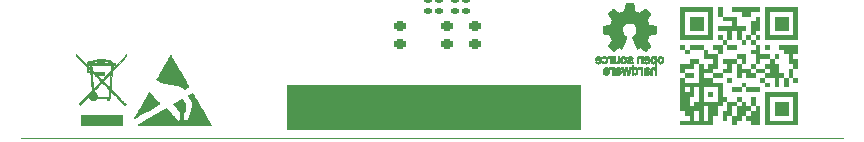
<source format=gbo>
G04 #@! TF.GenerationSoftware,KiCad,Pcbnew,9.0.0*
G04 #@! TF.CreationDate,2025-10-22T11:33:07+02:00*
G04 #@! TF.ProjectId,ecap5-bsom-frame,65636170-352d-4627-936f-6d2d6672616d,rev?*
G04 #@! TF.SameCoordinates,Original*
G04 #@! TF.FileFunction,Legend,Bot*
G04 #@! TF.FilePolarity,Positive*
%FSLAX46Y46*%
G04 Gerber Fmt 4.6, Leading zero omitted, Abs format (unit mm)*
G04 Created by KiCad (PCBNEW 9.0.0) date 2025-10-22 11:33:07*
%MOMM*%
%LPD*%
G01*
G04 APERTURE LIST*
G04 Aperture macros list*
%AMRoundRect*
0 Rectangle with rounded corners*
0 $1 Rounding radius*
0 $2 $3 $4 $5 $6 $7 $8 $9 X,Y pos of 4 corners*
0 Add a 4 corners polygon primitive as box body*
4,1,4,$2,$3,$4,$5,$6,$7,$8,$9,$2,$3,0*
0 Add four circle primitives for the rounded corners*
1,1,$1+$1,$2,$3*
1,1,$1+$1,$4,$5*
1,1,$1+$1,$6,$7*
1,1,$1+$1,$8,$9*
0 Add four rect primitives between the rounded corners*
20,1,$1+$1,$2,$3,$4,$5,0*
20,1,$1+$1,$4,$5,$6,$7,0*
20,1,$1+$1,$6,$7,$8,$9,0*
20,1,$1+$1,$8,$9,$2,$3,0*%
G04 Aperture macros list end*
%ADD10C,0.105000*%
%ADD11C,0.010000*%
%ADD12C,1.800000*%
%ADD13R,0.350000X2.250000*%
%ADD14C,0.600000*%
%ADD15C,2.600000*%
%ADD16C,3.800000*%
%ADD17C,1.448000*%
%ADD18RoundRect,0.100000X-0.130000X-0.100000X0.130000X-0.100000X0.130000X0.100000X-0.130000X0.100000X0*%
%ADD19RoundRect,0.100000X-0.162635X0.021213X0.021213X-0.162635X0.162635X-0.021213X-0.021213X0.162635X0*%
%ADD20C,1.000000*%
%ADD21RoundRect,0.100000X-0.100000X0.130000X-0.100000X-0.130000X0.100000X-0.130000X0.100000X0.130000X0*%
%ADD22RoundRect,0.100000X0.130000X0.100000X-0.130000X0.100000X-0.130000X-0.100000X0.130000X-0.100000X0*%
%ADD23RoundRect,0.100000X0.100000X-0.130000X0.100000X0.130000X-0.100000X0.130000X-0.100000X-0.130000X0*%
%ADD24RoundRect,0.225000X-0.250000X0.225000X-0.250000X-0.225000X0.250000X-0.225000X0.250000X0.225000X0*%
%ADD25RoundRect,0.100000X0.162635X-0.021213X-0.021213X0.162635X-0.162635X0.021213X0.021213X-0.162635X0*%
%ADD26RoundRect,0.140000X0.170000X-0.140000X0.170000X0.140000X-0.170000X0.140000X-0.170000X-0.140000X0*%
%ADD27RoundRect,0.100000X-0.021213X-0.162635X0.162635X0.021213X0.021213X0.162635X-0.162635X-0.021213X0*%
%ADD28RoundRect,0.100000X0.021213X0.162635X-0.162635X-0.021213X-0.021213X-0.162635X0.162635X0.021213X0*%
G04 APERTURE END LIST*
G36*
X136165000Y-69995000D02*
G01*
X161075000Y-69995000D01*
X161075000Y-73805000D01*
X136165000Y-73805000D01*
X136165000Y-69995000D01*
G37*
D10*
X113700000Y-74500000D02*
X183300000Y-74500000D01*
D11*
X122257971Y-73437822D02*
X118737178Y-73437822D01*
X118737178Y-72570198D01*
X122257971Y-72570198D01*
X122257971Y-73437822D01*
G36*
X122257971Y-73437822D02*
G01*
X118737178Y-73437822D01*
X118737178Y-72570198D01*
X122257971Y-72570198D01*
X122257971Y-73437822D01*
G37*
X121226894Y-67895718D02*
X121227388Y-67908668D01*
X121233819Y-67930411D01*
X121252123Y-67948851D01*
X121287830Y-67970801D01*
X121319174Y-67990854D01*
X121366893Y-68029356D01*
X121410138Y-68072579D01*
X121443219Y-68114627D01*
X121460442Y-68149604D01*
X121464662Y-68163081D01*
X121472480Y-68172334D01*
X121475116Y-68175454D01*
X121496662Y-68180696D01*
X121536314Y-68181782D01*
X121604109Y-68181782D01*
X121604109Y-68294951D01*
X121444577Y-68294951D01*
X121429682Y-68472732D01*
X121427682Y-68497037D01*
X121423023Y-68557880D01*
X121419731Y-68607389D01*
X121418092Y-68640992D01*
X121418390Y-68654116D01*
X121422724Y-68650343D01*
X121442496Y-68630676D01*
X121476679Y-68595818D01*
X121523541Y-68547576D01*
X121581354Y-68487757D01*
X121648387Y-68418167D01*
X121722912Y-68340615D01*
X121803197Y-68256907D01*
X121887513Y-68168849D01*
X121974130Y-68078250D01*
X122061319Y-67986915D01*
X122147349Y-67896653D01*
X122230492Y-67809269D01*
X122309016Y-67726572D01*
X122381192Y-67650368D01*
X122445291Y-67582463D01*
X122499583Y-67524666D01*
X122596592Y-67421040D01*
X122597034Y-67509315D01*
X122597475Y-67597589D01*
X121996938Y-68229158D01*
X121396401Y-68860726D01*
X121384396Y-69004674D01*
X121336365Y-69580635D01*
X121327876Y-69682791D01*
X121317343Y-69810612D01*
X121307621Y-69929767D01*
X121298898Y-70037914D01*
X121291358Y-70132713D01*
X121285187Y-70211819D01*
X121280573Y-70272892D01*
X121277700Y-70313590D01*
X121276754Y-70331570D01*
X121279251Y-70339808D01*
X121290471Y-70357599D01*
X121311751Y-70384411D01*
X121322021Y-70396129D01*
X121344225Y-70421466D01*
X121389023Y-70469986D01*
X121447281Y-70531192D01*
X121520129Y-70606307D01*
X121608703Y-70696550D01*
X121714134Y-70803145D01*
X121783492Y-70873093D01*
X121880179Y-70970658D01*
X121976526Y-71067941D01*
X122069638Y-71162014D01*
X122156618Y-71249950D01*
X122234569Y-71328820D01*
X122300596Y-71395699D01*
X122351802Y-71447658D01*
X122552514Y-71651620D01*
X122516058Y-71689671D01*
X122507460Y-71698245D01*
X122482095Y-71719297D01*
X122464695Y-71727723D01*
X122451071Y-71720530D01*
X122425743Y-71698944D01*
X122395379Y-71667995D01*
X122376896Y-71648448D01*
X122342427Y-71612752D01*
X122293712Y-71562684D01*
X122232469Y-71500001D01*
X122160420Y-71426457D01*
X122079285Y-71343810D01*
X121990784Y-71253815D01*
X121896637Y-71158228D01*
X121798565Y-71058805D01*
X121256161Y-70509343D01*
X121234066Y-70794746D01*
X121229250Y-70855662D01*
X121222216Y-70937548D01*
X121215872Y-70999569D01*
X121209748Y-71044987D01*
X121203373Y-71077062D01*
X121196277Y-71099052D01*
X121187991Y-71114219D01*
X121176393Y-71135416D01*
X121166850Y-71174386D01*
X121164010Y-71230531D01*
X121164010Y-71312773D01*
X120937674Y-71312773D01*
X120937674Y-71136733D01*
X120092082Y-71136733D01*
X120043203Y-71192262D01*
X120029836Y-71206722D01*
X119957388Y-71264813D01*
X119875532Y-71300576D01*
X119786900Y-71312773D01*
X119708692Y-71306306D01*
X119620233Y-71279047D01*
X119544507Y-71230328D01*
X119529748Y-71216403D01*
X119492864Y-71171328D01*
X119460503Y-71118819D01*
X119437297Y-71067061D01*
X119427879Y-71024239D01*
X119427697Y-71018023D01*
X119426342Y-70995246D01*
X119422800Y-70979513D01*
X119415390Y-70972068D01*
X119402431Y-70974156D01*
X119382243Y-70987020D01*
X119353145Y-71011905D01*
X119313456Y-71050053D01*
X119261496Y-71102710D01*
X119195584Y-71171119D01*
X119114040Y-71256524D01*
X119070604Y-71302112D01*
X118998000Y-71378441D01*
X118929309Y-71450808D01*
X118867223Y-71516366D01*
X118814434Y-71572274D01*
X118773634Y-71615686D01*
X118747515Y-71643758D01*
X118676119Y-71721436D01*
X118587863Y-71633416D01*
X119133690Y-71061287D01*
X119168105Y-71025188D01*
X119290546Y-70896272D01*
X119395651Y-70784754D01*
X119483736Y-70690288D01*
X119555116Y-70612529D01*
X119605588Y-70556174D01*
X119812247Y-70556174D01*
X119813872Y-70569434D01*
X119814156Y-70570819D01*
X119827698Y-70602228D01*
X119854748Y-70616863D01*
X119938129Y-70648063D01*
X120012418Y-70700038D01*
X120070846Y-70768791D01*
X120110890Y-70851315D01*
X120130026Y-70944606D01*
X120136364Y-71023565D01*
X121085838Y-71023565D01*
X121092458Y-70995273D01*
X121093629Y-70988329D01*
X121097268Y-70957281D01*
X121102234Y-70907081D01*
X121108157Y-70841727D01*
X121114669Y-70765219D01*
X121121401Y-70681555D01*
X121143724Y-70396129D01*
X120842826Y-70090565D01*
X120787636Y-70034704D01*
X120720109Y-69966888D01*
X120659529Y-69906643D01*
X120608021Y-69856052D01*
X120567710Y-69817200D01*
X120540722Y-69792170D01*
X120529182Y-69783046D01*
X120521444Y-69787405D01*
X120498395Y-69807241D01*
X120463709Y-69840375D01*
X120420487Y-69883820D01*
X120371832Y-69934587D01*
X120359140Y-69948051D01*
X120302229Y-70008275D01*
X120234414Y-70079864D01*
X120160800Y-70157437D01*
X120086493Y-70235611D01*
X120016599Y-70309005D01*
X120012401Y-70313409D01*
X119947420Y-70381785D01*
X119897836Y-70434732D01*
X119861688Y-70474767D01*
X119837016Y-70504411D01*
X119821858Y-70526181D01*
X119814256Y-70542595D01*
X119812247Y-70556174D01*
X119605588Y-70556174D01*
X119610105Y-70551131D01*
X119649019Y-70505748D01*
X119672173Y-70476035D01*
X119679882Y-70461644D01*
X119679883Y-70461559D01*
X119678825Y-70443624D01*
X119675737Y-70403421D01*
X119670858Y-70343687D01*
X119664432Y-70267158D01*
X119656700Y-70176569D01*
X119647905Y-70074657D01*
X119638287Y-69964159D01*
X119628091Y-69847811D01*
X119617556Y-69728348D01*
X119606926Y-69608507D01*
X119596442Y-69491025D01*
X119586346Y-69378637D01*
X119576881Y-69274081D01*
X119568288Y-69180091D01*
X119560809Y-69099405D01*
X119554687Y-69034759D01*
X119550162Y-68988888D01*
X119547478Y-68964530D01*
X119542067Y-68923732D01*
X119671253Y-68923732D01*
X119672908Y-68954653D01*
X119676549Y-69006653D01*
X119681995Y-69077487D01*
X119689063Y-69164911D01*
X119697570Y-69266681D01*
X119707335Y-69380552D01*
X119718174Y-69504279D01*
X119729907Y-69635618D01*
X119739079Y-69736908D01*
X119750566Y-69862526D01*
X119761322Y-69978762D01*
X119771131Y-70083380D01*
X119779781Y-70174140D01*
X119787057Y-70248804D01*
X119792746Y-70305134D01*
X119796634Y-70340891D01*
X119798506Y-70353837D01*
X119804188Y-70349826D01*
X119825020Y-70330138D01*
X119858872Y-70296322D01*
X119903412Y-70250837D01*
X119956310Y-70196146D01*
X120015236Y-70134710D01*
X120077858Y-70068990D01*
X120141848Y-70001449D01*
X120204874Y-69934547D01*
X120264606Y-69870746D01*
X120318713Y-69812507D01*
X120364865Y-69762292D01*
X120400733Y-69722563D01*
X120423984Y-69695780D01*
X120430778Y-69686477D01*
X120612601Y-69686477D01*
X120888305Y-69961968D01*
X120955726Y-70029224D01*
X121019267Y-70092162D01*
X121068490Y-70140100D01*
X121105196Y-70174594D01*
X121131190Y-70197199D01*
X121148276Y-70209471D01*
X121158256Y-70212966D01*
X121162935Y-70209238D01*
X121164116Y-70199844D01*
X121164873Y-70184749D01*
X121167601Y-70145883D01*
X121172108Y-70086895D01*
X121178179Y-70010473D01*
X121185596Y-69919305D01*
X121194142Y-69816080D01*
X121203602Y-69703483D01*
X121213758Y-69584205D01*
X121222723Y-69479077D01*
X121232066Y-69368351D01*
X121240443Y-69267814D01*
X121247653Y-69179943D01*
X121253496Y-69107215D01*
X121257769Y-69052110D01*
X121260273Y-69017104D01*
X121260805Y-69004674D01*
X121260384Y-69004908D01*
X121248509Y-69016350D01*
X121222130Y-69043198D01*
X121183570Y-69083018D01*
X121135153Y-69133372D01*
X121079203Y-69191828D01*
X121018042Y-69255948D01*
X120953995Y-69323298D01*
X120889385Y-69391443D01*
X120826535Y-69457948D01*
X120767768Y-69520377D01*
X120715409Y-69576295D01*
X120614533Y-69684406D01*
X120612601Y-69686477D01*
X120430778Y-69686477D01*
X120432290Y-69684406D01*
X120424148Y-69673383D01*
X120400478Y-69646999D01*
X120363478Y-69607527D01*
X120315350Y-69557191D01*
X120258296Y-69498217D01*
X120194520Y-69432830D01*
X120126222Y-69363255D01*
X120055605Y-69291716D01*
X119984871Y-69220438D01*
X119916222Y-69151647D01*
X119851861Y-69087566D01*
X119793989Y-69030422D01*
X119744810Y-68982439D01*
X119706524Y-68945841D01*
X119681334Y-68922854D01*
X119671442Y-68915703D01*
X119671253Y-68923732D01*
X119542067Y-68923732D01*
X119540390Y-68911089D01*
X119265297Y-68911089D01*
X119264968Y-68700471D01*
X119264797Y-68591172D01*
X119365891Y-68591172D01*
X119365891Y-68810495D01*
X119447624Y-68810495D01*
X119454895Y-68810489D01*
X119495950Y-68809613D01*
X119518277Y-68805867D01*
X119527529Y-68797270D01*
X119529357Y-68781840D01*
X119521306Y-68759159D01*
X119493730Y-68721428D01*
X119447624Y-68672179D01*
X119365891Y-68591172D01*
X119264797Y-68591172D01*
X119264639Y-68489852D01*
X118812914Y-68030891D01*
X118361189Y-67571931D01*
X118360570Y-67484848D01*
X118359951Y-67397767D01*
X118901769Y-67946952D01*
X118954137Y-67999998D01*
X119062803Y-68109772D01*
X119155709Y-68203114D01*
X119234055Y-68281173D01*
X119299043Y-68345097D01*
X119351872Y-68396035D01*
X119393743Y-68435135D01*
X119425855Y-68463548D01*
X119449410Y-68482420D01*
X119465608Y-68492901D01*
X119475649Y-68496139D01*
X119492579Y-68495158D01*
X119502084Y-68487996D01*
X119503723Y-68468401D01*
X119499782Y-68430124D01*
X119497065Y-68406025D01*
X119493284Y-68365744D01*
X119491760Y-68338961D01*
X119491015Y-68329728D01*
X119483746Y-68319839D01*
X119463668Y-68316562D01*
X119424689Y-68317992D01*
X119414737Y-68318553D01*
X119374898Y-68317921D01*
X119346560Y-68309167D01*
X119326586Y-68294951D01*
X119609852Y-68294951D01*
X119614013Y-68342104D01*
X119615935Y-68363498D01*
X119621924Y-68421909D01*
X119627826Y-68460381D01*
X119634727Y-68482912D01*
X119643712Y-68493498D01*
X119655870Y-68496139D01*
X119666801Y-68497937D01*
X119674050Y-68506530D01*
X119678100Y-68526505D01*
X119679863Y-68562450D01*
X119680248Y-68618952D01*
X119680248Y-68741766D01*
X119720447Y-68781840D01*
X119818565Y-68879654D01*
X119956881Y-69017542D01*
X119956881Y-68911089D01*
X120711337Y-68911089D01*
X120711337Y-69150000D01*
X120092831Y-69150000D01*
X120302592Y-69366906D01*
X120342770Y-69408334D01*
X120398328Y-69465200D01*
X120446570Y-69514082D01*
X120484971Y-69552441D01*
X120511003Y-69577741D01*
X120522140Y-69587442D01*
X120526373Y-69584767D01*
X120546224Y-69566782D01*
X120580451Y-69533481D01*
X120627227Y-69486712D01*
X120684724Y-69428325D01*
X120751112Y-69360169D01*
X120824564Y-69284094D01*
X120903251Y-69201950D01*
X120982341Y-69118943D01*
X121059871Y-69037136D01*
X121122746Y-68970083D01*
X121172502Y-68916007D01*
X121210678Y-68873129D01*
X121238811Y-68839673D01*
X121258440Y-68813861D01*
X121271101Y-68793914D01*
X121278334Y-68778056D01*
X121281675Y-68764509D01*
X121282561Y-68757910D01*
X121286488Y-68721548D01*
X121291459Y-68668018D01*
X121296927Y-68603421D01*
X121302344Y-68533862D01*
X121304181Y-68509635D01*
X121309488Y-68444178D01*
X121314548Y-68387717D01*
X121318863Y-68345618D01*
X121321934Y-68323243D01*
X121327955Y-68294951D01*
X119609852Y-68294951D01*
X119326586Y-68294951D01*
X119318630Y-68289289D01*
X119313820Y-68285104D01*
X119274482Y-68234427D01*
X119258903Y-68181782D01*
X119599698Y-68181782D01*
X121014221Y-68181782D01*
X121012172Y-68131485D01*
X121226881Y-68131485D01*
X121226881Y-68181782D01*
X121283908Y-68181782D01*
X121300993Y-68181662D01*
X121326308Y-68179462D01*
X121333616Y-68172334D01*
X121327943Y-68157508D01*
X121326267Y-68154682D01*
X121307448Y-68132944D01*
X121280183Y-68108820D01*
X121252987Y-68089254D01*
X121234371Y-68081188D01*
X121232697Y-68082463D01*
X121228544Y-68099976D01*
X121226881Y-68131485D01*
X121012172Y-68131485D01*
X121010526Y-68091095D01*
X121006832Y-68000407D01*
X120931386Y-67985252D01*
X120893551Y-67978379D01*
X120830368Y-67968756D01*
X120771065Y-67961496D01*
X120686188Y-67952893D01*
X120686188Y-68056040D01*
X120107773Y-68056040D01*
X120107773Y-67965122D01*
X120035471Y-67973753D01*
X119924998Y-67992249D01*
X119813816Y-68025691D01*
X119721850Y-68072324D01*
X119647542Y-68132786D01*
X119599698Y-68181782D01*
X119258903Y-68181782D01*
X119257172Y-68175934D01*
X119262474Y-68114575D01*
X119290975Y-68055297D01*
X119293733Y-68051606D01*
X119331822Y-68019851D01*
X119381476Y-68001067D01*
X119435002Y-67996071D01*
X119484707Y-68005678D01*
X119522900Y-68030704D01*
X119535831Y-68043480D01*
X119548428Y-68046576D01*
X119566467Y-68036998D01*
X119596928Y-68013082D01*
X119606274Y-68005731D01*
X119678430Y-67959339D01*
X119763915Y-67918084D01*
X119833830Y-67892575D01*
X120208367Y-67892575D01*
X120208367Y-67955446D01*
X120585594Y-67955446D01*
X120585594Y-67892575D01*
X120208367Y-67892575D01*
X119833830Y-67892575D01*
X119854767Y-67884936D01*
X119943027Y-67862868D01*
X120020736Y-67854852D01*
X120028991Y-67854788D01*
X120074879Y-67850321D01*
X120100079Y-67837795D01*
X120107773Y-67815784D01*
X120108676Y-67808849D01*
X120113615Y-67802885D01*
X120125611Y-67798519D01*
X120147680Y-67795503D01*
X120182836Y-67793590D01*
X120234094Y-67792530D01*
X120304471Y-67792077D01*
X120396980Y-67791980D01*
X120483660Y-67792150D01*
X120557332Y-67792834D01*
X120611265Y-67794215D01*
X120648288Y-67796470D01*
X120671230Y-67799778D01*
X120682920Y-67804320D01*
X120686188Y-67810272D01*
X120696937Y-67824888D01*
X120727055Y-67834215D01*
X120738582Y-67835847D01*
X120777886Y-67841591D01*
X120830188Y-67849378D01*
X120887376Y-67858003D01*
X120918916Y-67862393D01*
X120965074Y-67867148D01*
X120997641Y-67868295D01*
X121011023Y-67865495D01*
X121013308Y-67863671D01*
X121034405Y-67859165D01*
X121072355Y-67856029D01*
X121121048Y-67854852D01*
X121226881Y-67854852D01*
X121226894Y-67892575D01*
X121226894Y-67895718D01*
G36*
X121226894Y-67895718D02*
G01*
X121227388Y-67908668D01*
X121233819Y-67930411D01*
X121252123Y-67948851D01*
X121287830Y-67970801D01*
X121319174Y-67990854D01*
X121366893Y-68029356D01*
X121410138Y-68072579D01*
X121443219Y-68114627D01*
X121460442Y-68149604D01*
X121464662Y-68163081D01*
X121472480Y-68172334D01*
X121475116Y-68175454D01*
X121496662Y-68180696D01*
X121536314Y-68181782D01*
X121604109Y-68181782D01*
X121604109Y-68294951D01*
X121444577Y-68294951D01*
X121429682Y-68472732D01*
X121427682Y-68497037D01*
X121423023Y-68557880D01*
X121419731Y-68607389D01*
X121418092Y-68640992D01*
X121418390Y-68654116D01*
X121422724Y-68650343D01*
X121442496Y-68630676D01*
X121476679Y-68595818D01*
X121523541Y-68547576D01*
X121581354Y-68487757D01*
X121648387Y-68418167D01*
X121722912Y-68340615D01*
X121803197Y-68256907D01*
X121887513Y-68168849D01*
X121974130Y-68078250D01*
X122061319Y-67986915D01*
X122147349Y-67896653D01*
X122230492Y-67809269D01*
X122309016Y-67726572D01*
X122381192Y-67650368D01*
X122445291Y-67582463D01*
X122499583Y-67524666D01*
X122596592Y-67421040D01*
X122597034Y-67509315D01*
X122597475Y-67597589D01*
X121996938Y-68229158D01*
X121396401Y-68860726D01*
X121384396Y-69004674D01*
X121336365Y-69580635D01*
X121327876Y-69682791D01*
X121317343Y-69810612D01*
X121307621Y-69929767D01*
X121298898Y-70037914D01*
X121291358Y-70132713D01*
X121285187Y-70211819D01*
X121280573Y-70272892D01*
X121277700Y-70313590D01*
X121276754Y-70331570D01*
X121279251Y-70339808D01*
X121290471Y-70357599D01*
X121311751Y-70384411D01*
X121322021Y-70396129D01*
X121344225Y-70421466D01*
X121389023Y-70469986D01*
X121447281Y-70531192D01*
X121520129Y-70606307D01*
X121608703Y-70696550D01*
X121714134Y-70803145D01*
X121783492Y-70873093D01*
X121880179Y-70970658D01*
X121976526Y-71067941D01*
X122069638Y-71162014D01*
X122156618Y-71249950D01*
X122234569Y-71328820D01*
X122300596Y-71395699D01*
X122351802Y-71447658D01*
X122552514Y-71651620D01*
X122516058Y-71689671D01*
X122507460Y-71698245D01*
X122482095Y-71719297D01*
X122464695Y-71727723D01*
X122451071Y-71720530D01*
X122425743Y-71698944D01*
X122395379Y-71667995D01*
X122376896Y-71648448D01*
X122342427Y-71612752D01*
X122293712Y-71562684D01*
X122232469Y-71500001D01*
X122160420Y-71426457D01*
X122079285Y-71343810D01*
X121990784Y-71253815D01*
X121896637Y-71158228D01*
X121798565Y-71058805D01*
X121256161Y-70509343D01*
X121234066Y-70794746D01*
X121229250Y-70855662D01*
X121222216Y-70937548D01*
X121215872Y-70999569D01*
X121209748Y-71044987D01*
X121203373Y-71077062D01*
X121196277Y-71099052D01*
X121187991Y-71114219D01*
X121176393Y-71135416D01*
X121166850Y-71174386D01*
X121164010Y-71230531D01*
X121164010Y-71312773D01*
X120937674Y-71312773D01*
X120937674Y-71136733D01*
X120092082Y-71136733D01*
X120043203Y-71192262D01*
X120029836Y-71206722D01*
X119957388Y-71264813D01*
X119875532Y-71300576D01*
X119786900Y-71312773D01*
X119708692Y-71306306D01*
X119620233Y-71279047D01*
X119544507Y-71230328D01*
X119529748Y-71216403D01*
X119492864Y-71171328D01*
X119460503Y-71118819D01*
X119437297Y-71067061D01*
X119427879Y-71024239D01*
X119427697Y-71018023D01*
X119426342Y-70995246D01*
X119422800Y-70979513D01*
X119415390Y-70972068D01*
X119402431Y-70974156D01*
X119382243Y-70987020D01*
X119353145Y-71011905D01*
X119313456Y-71050053D01*
X119261496Y-71102710D01*
X119195584Y-71171119D01*
X119114040Y-71256524D01*
X119070604Y-71302112D01*
X118998000Y-71378441D01*
X118929309Y-71450808D01*
X118867223Y-71516366D01*
X118814434Y-71572274D01*
X118773634Y-71615686D01*
X118747515Y-71643758D01*
X118676119Y-71721436D01*
X118587863Y-71633416D01*
X119133690Y-71061287D01*
X119168105Y-71025188D01*
X119290546Y-70896272D01*
X119395651Y-70784754D01*
X119483736Y-70690288D01*
X119555116Y-70612529D01*
X119605588Y-70556174D01*
X119812247Y-70556174D01*
X119813872Y-70569434D01*
X119814156Y-70570819D01*
X119827698Y-70602228D01*
X119854748Y-70616863D01*
X119938129Y-70648063D01*
X120012418Y-70700038D01*
X120070846Y-70768791D01*
X120110890Y-70851315D01*
X120130026Y-70944606D01*
X120136364Y-71023565D01*
X121085838Y-71023565D01*
X121092458Y-70995273D01*
X121093629Y-70988329D01*
X121097268Y-70957281D01*
X121102234Y-70907081D01*
X121108157Y-70841727D01*
X121114669Y-70765219D01*
X121121401Y-70681555D01*
X121143724Y-70396129D01*
X120842826Y-70090565D01*
X120787636Y-70034704D01*
X120720109Y-69966888D01*
X120659529Y-69906643D01*
X120608021Y-69856052D01*
X120567710Y-69817200D01*
X120540722Y-69792170D01*
X120529182Y-69783046D01*
X120521444Y-69787405D01*
X120498395Y-69807241D01*
X120463709Y-69840375D01*
X120420487Y-69883820D01*
X120371832Y-69934587D01*
X120359140Y-69948051D01*
X120302229Y-70008275D01*
X120234414Y-70079864D01*
X120160800Y-70157437D01*
X120086493Y-70235611D01*
X120016599Y-70309005D01*
X120012401Y-70313409D01*
X119947420Y-70381785D01*
X119897836Y-70434732D01*
X119861688Y-70474767D01*
X119837016Y-70504411D01*
X119821858Y-70526181D01*
X119814256Y-70542595D01*
X119812247Y-70556174D01*
X119605588Y-70556174D01*
X119610105Y-70551131D01*
X119649019Y-70505748D01*
X119672173Y-70476035D01*
X119679882Y-70461644D01*
X119679883Y-70461559D01*
X119678825Y-70443624D01*
X119675737Y-70403421D01*
X119670858Y-70343687D01*
X119664432Y-70267158D01*
X119656700Y-70176569D01*
X119647905Y-70074657D01*
X119638287Y-69964159D01*
X119628091Y-69847811D01*
X119617556Y-69728348D01*
X119606926Y-69608507D01*
X119596442Y-69491025D01*
X119586346Y-69378637D01*
X119576881Y-69274081D01*
X119568288Y-69180091D01*
X119560809Y-69099405D01*
X119554687Y-69034759D01*
X119550162Y-68988888D01*
X119547478Y-68964530D01*
X119542067Y-68923732D01*
X119671253Y-68923732D01*
X119672908Y-68954653D01*
X119676549Y-69006653D01*
X119681995Y-69077487D01*
X119689063Y-69164911D01*
X119697570Y-69266681D01*
X119707335Y-69380552D01*
X119718174Y-69504279D01*
X119729907Y-69635618D01*
X119739079Y-69736908D01*
X119750566Y-69862526D01*
X119761322Y-69978762D01*
X119771131Y-70083380D01*
X119779781Y-70174140D01*
X119787057Y-70248804D01*
X119792746Y-70305134D01*
X119796634Y-70340891D01*
X119798506Y-70353837D01*
X119804188Y-70349826D01*
X119825020Y-70330138D01*
X119858872Y-70296322D01*
X119903412Y-70250837D01*
X119956310Y-70196146D01*
X120015236Y-70134710D01*
X120077858Y-70068990D01*
X120141848Y-70001449D01*
X120204874Y-69934547D01*
X120264606Y-69870746D01*
X120318713Y-69812507D01*
X120364865Y-69762292D01*
X120400733Y-69722563D01*
X120423984Y-69695780D01*
X120430778Y-69686477D01*
X120612601Y-69686477D01*
X120888305Y-69961968D01*
X120955726Y-70029224D01*
X121019267Y-70092162D01*
X121068490Y-70140100D01*
X121105196Y-70174594D01*
X121131190Y-70197199D01*
X121148276Y-70209471D01*
X121158256Y-70212966D01*
X121162935Y-70209238D01*
X121164116Y-70199844D01*
X121164873Y-70184749D01*
X121167601Y-70145883D01*
X121172108Y-70086895D01*
X121178179Y-70010473D01*
X121185596Y-69919305D01*
X121194142Y-69816080D01*
X121203602Y-69703483D01*
X121213758Y-69584205D01*
X121222723Y-69479077D01*
X121232066Y-69368351D01*
X121240443Y-69267814D01*
X121247653Y-69179943D01*
X121253496Y-69107215D01*
X121257769Y-69052110D01*
X121260273Y-69017104D01*
X121260805Y-69004674D01*
X121260384Y-69004908D01*
X121248509Y-69016350D01*
X121222130Y-69043198D01*
X121183570Y-69083018D01*
X121135153Y-69133372D01*
X121079203Y-69191828D01*
X121018042Y-69255948D01*
X120953995Y-69323298D01*
X120889385Y-69391443D01*
X120826535Y-69457948D01*
X120767768Y-69520377D01*
X120715409Y-69576295D01*
X120614533Y-69684406D01*
X120612601Y-69686477D01*
X120430778Y-69686477D01*
X120432290Y-69684406D01*
X120424148Y-69673383D01*
X120400478Y-69646999D01*
X120363478Y-69607527D01*
X120315350Y-69557191D01*
X120258296Y-69498217D01*
X120194520Y-69432830D01*
X120126222Y-69363255D01*
X120055605Y-69291716D01*
X119984871Y-69220438D01*
X119916222Y-69151647D01*
X119851861Y-69087566D01*
X119793989Y-69030422D01*
X119744810Y-68982439D01*
X119706524Y-68945841D01*
X119681334Y-68922854D01*
X119671442Y-68915703D01*
X119671253Y-68923732D01*
X119542067Y-68923732D01*
X119540390Y-68911089D01*
X119265297Y-68911089D01*
X119264968Y-68700471D01*
X119264797Y-68591172D01*
X119365891Y-68591172D01*
X119365891Y-68810495D01*
X119447624Y-68810495D01*
X119454895Y-68810489D01*
X119495950Y-68809613D01*
X119518277Y-68805867D01*
X119527529Y-68797270D01*
X119529357Y-68781840D01*
X119521306Y-68759159D01*
X119493730Y-68721428D01*
X119447624Y-68672179D01*
X119365891Y-68591172D01*
X119264797Y-68591172D01*
X119264639Y-68489852D01*
X118812914Y-68030891D01*
X118361189Y-67571931D01*
X118360570Y-67484848D01*
X118359951Y-67397767D01*
X118901769Y-67946952D01*
X118954137Y-67999998D01*
X119062803Y-68109772D01*
X119155709Y-68203114D01*
X119234055Y-68281173D01*
X119299043Y-68345097D01*
X119351872Y-68396035D01*
X119393743Y-68435135D01*
X119425855Y-68463548D01*
X119449410Y-68482420D01*
X119465608Y-68492901D01*
X119475649Y-68496139D01*
X119492579Y-68495158D01*
X119502084Y-68487996D01*
X119503723Y-68468401D01*
X119499782Y-68430124D01*
X119497065Y-68406025D01*
X119493284Y-68365744D01*
X119491760Y-68338961D01*
X119491015Y-68329728D01*
X119483746Y-68319839D01*
X119463668Y-68316562D01*
X119424689Y-68317992D01*
X119414737Y-68318553D01*
X119374898Y-68317921D01*
X119346560Y-68309167D01*
X119326586Y-68294951D01*
X119609852Y-68294951D01*
X119614013Y-68342104D01*
X119615935Y-68363498D01*
X119621924Y-68421909D01*
X119627826Y-68460381D01*
X119634727Y-68482912D01*
X119643712Y-68493498D01*
X119655870Y-68496139D01*
X119666801Y-68497937D01*
X119674050Y-68506530D01*
X119678100Y-68526505D01*
X119679863Y-68562450D01*
X119680248Y-68618952D01*
X119680248Y-68741766D01*
X119720447Y-68781840D01*
X119818565Y-68879654D01*
X119956881Y-69017542D01*
X119956881Y-68911089D01*
X120711337Y-68911089D01*
X120711337Y-69150000D01*
X120092831Y-69150000D01*
X120302592Y-69366906D01*
X120342770Y-69408334D01*
X120398328Y-69465200D01*
X120446570Y-69514082D01*
X120484971Y-69552441D01*
X120511003Y-69577741D01*
X120522140Y-69587442D01*
X120526373Y-69584767D01*
X120546224Y-69566782D01*
X120580451Y-69533481D01*
X120627227Y-69486712D01*
X120684724Y-69428325D01*
X120751112Y-69360169D01*
X120824564Y-69284094D01*
X120903251Y-69201950D01*
X120982341Y-69118943D01*
X121059871Y-69037136D01*
X121122746Y-68970083D01*
X121172502Y-68916007D01*
X121210678Y-68873129D01*
X121238811Y-68839673D01*
X121258440Y-68813861D01*
X121271101Y-68793914D01*
X121278334Y-68778056D01*
X121281675Y-68764509D01*
X121282561Y-68757910D01*
X121286488Y-68721548D01*
X121291459Y-68668018D01*
X121296927Y-68603421D01*
X121302344Y-68533862D01*
X121304181Y-68509635D01*
X121309488Y-68444178D01*
X121314548Y-68387717D01*
X121318863Y-68345618D01*
X121321934Y-68323243D01*
X121327955Y-68294951D01*
X119609852Y-68294951D01*
X119326586Y-68294951D01*
X119318630Y-68289289D01*
X119313820Y-68285104D01*
X119274482Y-68234427D01*
X119258903Y-68181782D01*
X119599698Y-68181782D01*
X121014221Y-68181782D01*
X121012172Y-68131485D01*
X121226881Y-68131485D01*
X121226881Y-68181782D01*
X121283908Y-68181782D01*
X121300993Y-68181662D01*
X121326308Y-68179462D01*
X121333616Y-68172334D01*
X121327943Y-68157508D01*
X121326267Y-68154682D01*
X121307448Y-68132944D01*
X121280183Y-68108820D01*
X121252987Y-68089254D01*
X121234371Y-68081188D01*
X121232697Y-68082463D01*
X121228544Y-68099976D01*
X121226881Y-68131485D01*
X121012172Y-68131485D01*
X121010526Y-68091095D01*
X121006832Y-68000407D01*
X120931386Y-67985252D01*
X120893551Y-67978379D01*
X120830368Y-67968756D01*
X120771065Y-67961496D01*
X120686188Y-67952893D01*
X120686188Y-68056040D01*
X120107773Y-68056040D01*
X120107773Y-67965122D01*
X120035471Y-67973753D01*
X119924998Y-67992249D01*
X119813816Y-68025691D01*
X119721850Y-68072324D01*
X119647542Y-68132786D01*
X119599698Y-68181782D01*
X119258903Y-68181782D01*
X119257172Y-68175934D01*
X119262474Y-68114575D01*
X119290975Y-68055297D01*
X119293733Y-68051606D01*
X119331822Y-68019851D01*
X119381476Y-68001067D01*
X119435002Y-67996071D01*
X119484707Y-68005678D01*
X119522900Y-68030704D01*
X119535831Y-68043480D01*
X119548428Y-68046576D01*
X119566467Y-68036998D01*
X119596928Y-68013082D01*
X119606274Y-68005731D01*
X119678430Y-67959339D01*
X119763915Y-67918084D01*
X119833830Y-67892575D01*
X120208367Y-67892575D01*
X120208367Y-67955446D01*
X120585594Y-67955446D01*
X120585594Y-67892575D01*
X120208367Y-67892575D01*
X119833830Y-67892575D01*
X119854767Y-67884936D01*
X119943027Y-67862868D01*
X120020736Y-67854852D01*
X120028991Y-67854788D01*
X120074879Y-67850321D01*
X120100079Y-67837795D01*
X120107773Y-67815784D01*
X120108676Y-67808849D01*
X120113615Y-67802885D01*
X120125611Y-67798519D01*
X120147680Y-67795503D01*
X120182836Y-67793590D01*
X120234094Y-67792530D01*
X120304471Y-67792077D01*
X120396980Y-67791980D01*
X120483660Y-67792150D01*
X120557332Y-67792834D01*
X120611265Y-67794215D01*
X120648288Y-67796470D01*
X120671230Y-67799778D01*
X120682920Y-67804320D01*
X120686188Y-67810272D01*
X120696937Y-67824888D01*
X120727055Y-67834215D01*
X120738582Y-67835847D01*
X120777886Y-67841591D01*
X120830188Y-67849378D01*
X120887376Y-67858003D01*
X120918916Y-67862393D01*
X120965074Y-67867148D01*
X120997641Y-67868295D01*
X121011023Y-67865495D01*
X121013308Y-67863671D01*
X121034405Y-67859165D01*
X121072355Y-67856029D01*
X121121048Y-67854852D01*
X121226881Y-67854852D01*
X121226894Y-67892575D01*
X121226894Y-67895718D01*
G37*
X124567836Y-70662363D02*
X124582023Y-70676032D01*
X124623392Y-70717719D01*
X124678107Y-70774472D01*
X124743510Y-70843397D01*
X124816943Y-70921599D01*
X124895746Y-71006182D01*
X124977260Y-71094253D01*
X125058827Y-71182916D01*
X125137788Y-71269276D01*
X125211483Y-71350439D01*
X125277254Y-71423510D01*
X125332441Y-71485594D01*
X125374386Y-71533795D01*
X125400431Y-71565220D01*
X125407915Y-71576974D01*
X125405346Y-71578272D01*
X125380785Y-71591978D01*
X125332204Y-71619613D01*
X125261652Y-71659998D01*
X125171173Y-71711955D01*
X125062815Y-71774305D01*
X124938624Y-71845871D01*
X124800645Y-71925475D01*
X124650926Y-72011938D01*
X124491513Y-72104083D01*
X124324451Y-72200732D01*
X124262008Y-72236867D01*
X124097883Y-72331806D01*
X123942358Y-72421714D01*
X123797454Y-72505424D01*
X123665195Y-72581771D01*
X123547604Y-72649589D01*
X123446702Y-72707711D01*
X123364513Y-72754971D01*
X123303059Y-72790203D01*
X123264364Y-72812242D01*
X123250449Y-72819920D01*
X123251075Y-72815831D01*
X123262493Y-72792330D01*
X123283493Y-72754786D01*
X123296376Y-72732564D01*
X123323772Y-72685173D01*
X123364087Y-72615377D01*
X123416009Y-72525444D01*
X123478231Y-72417642D01*
X123549443Y-72294240D01*
X123628335Y-72157506D01*
X123713598Y-72009709D01*
X123803924Y-71853117D01*
X123898002Y-71690000D01*
X123990121Y-71530323D01*
X124079680Y-71375187D01*
X124163893Y-71229412D01*
X124241497Y-71095183D01*
X124311225Y-70974685D01*
X124371814Y-70870102D01*
X124421998Y-70783619D01*
X124460512Y-70717421D01*
X124486092Y-70673693D01*
X124497472Y-70654619D01*
X124520820Y-70618201D01*
X124567836Y-70662363D01*
G36*
X124567836Y-70662363D02*
G01*
X124582023Y-70676032D01*
X124623392Y-70717719D01*
X124678107Y-70774472D01*
X124743510Y-70843397D01*
X124816943Y-70921599D01*
X124895746Y-71006182D01*
X124977260Y-71094253D01*
X125058827Y-71182916D01*
X125137788Y-71269276D01*
X125211483Y-71350439D01*
X125277254Y-71423510D01*
X125332441Y-71485594D01*
X125374386Y-71533795D01*
X125400431Y-71565220D01*
X125407915Y-71576974D01*
X125405346Y-71578272D01*
X125380785Y-71591978D01*
X125332204Y-71619613D01*
X125261652Y-71659998D01*
X125171173Y-71711955D01*
X125062815Y-71774305D01*
X124938624Y-71845871D01*
X124800645Y-71925475D01*
X124650926Y-72011938D01*
X124491513Y-72104083D01*
X124324451Y-72200732D01*
X124262008Y-72236867D01*
X124097883Y-72331806D01*
X123942358Y-72421714D01*
X123797454Y-72505424D01*
X123665195Y-72581771D01*
X123547604Y-72649589D01*
X123446702Y-72707711D01*
X123364513Y-72754971D01*
X123303059Y-72790203D01*
X123264364Y-72812242D01*
X123250449Y-72819920D01*
X123251075Y-72815831D01*
X123262493Y-72792330D01*
X123283493Y-72754786D01*
X123296376Y-72732564D01*
X123323772Y-72685173D01*
X123364087Y-72615377D01*
X123416009Y-72525444D01*
X123478231Y-72417642D01*
X123549443Y-72294240D01*
X123628335Y-72157506D01*
X123713598Y-72009709D01*
X123803924Y-71853117D01*
X123898002Y-71690000D01*
X123990121Y-71530323D01*
X124079680Y-71375187D01*
X124163893Y-71229412D01*
X124241497Y-71095183D01*
X124311225Y-70974685D01*
X124371814Y-70870102D01*
X124421998Y-70783619D01*
X124460512Y-70717421D01*
X124486092Y-70673693D01*
X124497472Y-70654619D01*
X124520820Y-70618201D01*
X124567836Y-70662363D01*
G37*
X126330560Y-67493175D02*
X126342093Y-67510511D01*
X126367500Y-67552162D01*
X126405507Y-67615911D01*
X126454837Y-67699545D01*
X126514213Y-67800849D01*
X126582359Y-67917609D01*
X126658000Y-68047608D01*
X126739859Y-68188633D01*
X126826660Y-68338468D01*
X126917126Y-68494900D01*
X127009982Y-68655713D01*
X127103951Y-68818693D01*
X127197757Y-68981624D01*
X127290124Y-69142292D01*
X127379776Y-69298482D01*
X127465436Y-69447980D01*
X127545828Y-69588571D01*
X127619677Y-69718040D01*
X127685705Y-69834172D01*
X127742637Y-69934752D01*
X127789197Y-70017567D01*
X127824108Y-70080400D01*
X127846094Y-70121037D01*
X127853879Y-70137264D01*
X127853887Y-70137388D01*
X127841333Y-70154416D01*
X127805258Y-70183279D01*
X127749417Y-70221247D01*
X127677561Y-70265587D01*
X127629373Y-70293952D01*
X127560032Y-70333396D01*
X127511734Y-70358254D01*
X127481242Y-70369924D01*
X127465320Y-70369806D01*
X127460732Y-70359297D01*
X127460382Y-70357583D01*
X127447268Y-70336682D01*
X127419000Y-70301139D01*
X127380786Y-70257583D01*
X127363155Y-70238875D01*
X127308482Y-70188512D01*
X127248022Y-70145465D01*
X127178182Y-70108473D01*
X127095370Y-70076273D01*
X126995992Y-70047602D01*
X126876455Y-70021198D01*
X126733166Y-69995800D01*
X126562531Y-69970145D01*
X126366134Y-69941227D01*
X126176274Y-69910173D01*
X126010260Y-69879044D01*
X125864382Y-69846942D01*
X125734927Y-69812969D01*
X125618183Y-69776226D01*
X125510440Y-69735817D01*
X125407985Y-69690843D01*
X125332688Y-69653754D01*
X125260765Y-69614725D01*
X125203886Y-69579882D01*
X125166499Y-69551965D01*
X125153049Y-69533714D01*
X125153446Y-69532370D01*
X125164280Y-69510862D01*
X125188845Y-69465822D01*
X125225685Y-69399772D01*
X125273347Y-69315233D01*
X125330376Y-69214727D01*
X125395318Y-69100776D01*
X125466719Y-68975901D01*
X125543124Y-68842624D01*
X125623079Y-68703467D01*
X125705130Y-68560951D01*
X125787822Y-68417598D01*
X125869701Y-68275930D01*
X125949313Y-68138468D01*
X126025204Y-68007734D01*
X126095919Y-67886250D01*
X126160004Y-67776538D01*
X126216004Y-67681118D01*
X126262466Y-67602514D01*
X126297935Y-67543245D01*
X126320957Y-67505835D01*
X126330077Y-67492805D01*
X126330560Y-67493175D01*
G36*
X126330560Y-67493175D02*
G01*
X126342093Y-67510511D01*
X126367500Y-67552162D01*
X126405507Y-67615911D01*
X126454837Y-67699545D01*
X126514213Y-67800849D01*
X126582359Y-67917609D01*
X126658000Y-68047608D01*
X126739859Y-68188633D01*
X126826660Y-68338468D01*
X126917126Y-68494900D01*
X127009982Y-68655713D01*
X127103951Y-68818693D01*
X127197757Y-68981624D01*
X127290124Y-69142292D01*
X127379776Y-69298482D01*
X127465436Y-69447980D01*
X127545828Y-69588571D01*
X127619677Y-69718040D01*
X127685705Y-69834172D01*
X127742637Y-69934752D01*
X127789197Y-70017567D01*
X127824108Y-70080400D01*
X127846094Y-70121037D01*
X127853879Y-70137264D01*
X127853887Y-70137388D01*
X127841333Y-70154416D01*
X127805258Y-70183279D01*
X127749417Y-70221247D01*
X127677561Y-70265587D01*
X127629373Y-70293952D01*
X127560032Y-70333396D01*
X127511734Y-70358254D01*
X127481242Y-70369924D01*
X127465320Y-70369806D01*
X127460732Y-70359297D01*
X127460382Y-70357583D01*
X127447268Y-70336682D01*
X127419000Y-70301139D01*
X127380786Y-70257583D01*
X127363155Y-70238875D01*
X127308482Y-70188512D01*
X127248022Y-70145465D01*
X127178182Y-70108473D01*
X127095370Y-70076273D01*
X126995992Y-70047602D01*
X126876455Y-70021198D01*
X126733166Y-69995800D01*
X126562531Y-69970145D01*
X126366134Y-69941227D01*
X126176274Y-69910173D01*
X126010260Y-69879044D01*
X125864382Y-69846942D01*
X125734927Y-69812969D01*
X125618183Y-69776226D01*
X125510440Y-69735817D01*
X125407985Y-69690843D01*
X125332688Y-69653754D01*
X125260765Y-69614725D01*
X125203886Y-69579882D01*
X125166499Y-69551965D01*
X125153049Y-69533714D01*
X125153446Y-69532370D01*
X125164280Y-69510862D01*
X125188845Y-69465822D01*
X125225685Y-69399772D01*
X125273347Y-69315233D01*
X125330376Y-69214727D01*
X125395318Y-69100776D01*
X125466719Y-68975901D01*
X125543124Y-68842624D01*
X125623079Y-68703467D01*
X125705130Y-68560951D01*
X125787822Y-68417598D01*
X125869701Y-68275930D01*
X125949313Y-68138468D01*
X126025204Y-68007734D01*
X126095919Y-67886250D01*
X126160004Y-67776538D01*
X126216004Y-67681118D01*
X126262466Y-67602514D01*
X126297935Y-67543245D01*
X126320957Y-67505835D01*
X126330077Y-67492805D01*
X126330560Y-67493175D01*
G37*
X128195047Y-70716040D02*
X128200802Y-70724625D01*
X128221365Y-70758346D01*
X128255179Y-70815200D01*
X128300950Y-70892968D01*
X128357383Y-70989432D01*
X128423184Y-71102371D01*
X128497058Y-71229568D01*
X128577711Y-71368803D01*
X128663848Y-71517857D01*
X128754175Y-71674512D01*
X128778947Y-71717521D01*
X128876900Y-71887575D01*
X128975509Y-72058754D01*
X129072760Y-72227562D01*
X129166638Y-72390503D01*
X129255131Y-72544082D01*
X129336222Y-72684801D01*
X129407898Y-72809166D01*
X129468144Y-72913680D01*
X129514947Y-72994847D01*
X129736030Y-73378171D01*
X126636076Y-73378171D01*
X126507921Y-73378159D01*
X126202500Y-73378042D01*
X125906432Y-73377802D01*
X125621159Y-73377444D01*
X125348123Y-73376976D01*
X125088765Y-73376403D01*
X124844527Y-73375732D01*
X124616849Y-73374968D01*
X124407174Y-73374119D01*
X124216943Y-73373189D01*
X124047597Y-73372186D01*
X123900578Y-73371115D01*
X123777327Y-73369983D01*
X123679286Y-73368796D01*
X123607896Y-73367559D01*
X123564598Y-73366280D01*
X123550835Y-73364963D01*
X123561054Y-73358304D01*
X123596311Y-73337083D01*
X123654221Y-73302920D01*
X123732430Y-73257171D01*
X123828583Y-73201190D01*
X123940323Y-73136333D01*
X124065296Y-73063954D01*
X124201146Y-72985409D01*
X124345518Y-72902054D01*
X124496056Y-72815243D01*
X124650405Y-72726332D01*
X124806210Y-72636676D01*
X124961116Y-72547629D01*
X125112766Y-72460548D01*
X125258806Y-72376788D01*
X125396881Y-72297703D01*
X125524634Y-72224649D01*
X125639711Y-72158981D01*
X125739756Y-72102054D01*
X125822414Y-72055224D01*
X125885329Y-72019846D01*
X125926147Y-71997274D01*
X125942511Y-71988864D01*
X125953189Y-71990949D01*
X125985358Y-72009908D01*
X126031221Y-72045032D01*
X126085740Y-72092669D01*
X126134845Y-72140356D01*
X126197389Y-72205316D01*
X126267368Y-72281155D01*
X126341196Y-72363698D01*
X126415285Y-72448768D01*
X126486048Y-72532190D01*
X126549898Y-72609789D01*
X126603247Y-72677389D01*
X126642509Y-72730814D01*
X126664095Y-72765889D01*
X126678506Y-72791505D01*
X126717643Y-72844516D01*
X126767958Y-72900912D01*
X126822276Y-72953462D01*
X126873424Y-72994930D01*
X126914227Y-73018086D01*
X126959292Y-73023438D01*
X127019426Y-73008645D01*
X127076579Y-72974726D01*
X127120933Y-72926053D01*
X127128613Y-72913425D01*
X127138392Y-72892743D01*
X127144765Y-72867854D01*
X127148142Y-72833409D01*
X127148931Y-72784062D01*
X127147541Y-72714464D01*
X127144381Y-72619268D01*
X127142116Y-72564202D01*
X127137304Y-72477117D01*
X127131625Y-72400899D01*
X127125608Y-72342249D01*
X127119783Y-72307866D01*
X127105679Y-72268588D01*
X127063866Y-72191240D01*
X126998895Y-72099591D01*
X126909970Y-71992567D01*
X126796300Y-71869090D01*
X126746972Y-71817066D01*
X126689938Y-71755696D01*
X126642864Y-71703665D01*
X126609624Y-71665266D01*
X126594089Y-71644796D01*
X126592492Y-71641546D01*
X126590577Y-71627553D01*
X126600145Y-71612039D01*
X126625115Y-71591659D01*
X126669406Y-71563071D01*
X126736938Y-71522932D01*
X126794347Y-71489422D01*
X126899992Y-71428123D01*
X126983171Y-71380509D01*
X127046678Y-71345033D01*
X127093306Y-71320149D01*
X127125850Y-71304313D01*
X127147104Y-71295977D01*
X127169097Y-71286728D01*
X127181951Y-71274307D01*
X127183154Y-71271378D01*
X127201961Y-71255084D01*
X127236335Y-71234098D01*
X127290719Y-71204810D01*
X127330874Y-71242192D01*
X127345057Y-71257336D01*
X127378055Y-71298493D01*
X127418346Y-71353445D01*
X127460182Y-71414531D01*
X127549336Y-71549489D01*
X127545837Y-71899362D01*
X127542339Y-72249235D01*
X127491393Y-72298733D01*
X127474274Y-72316379D01*
X127419376Y-72395660D01*
X127387330Y-72489935D01*
X127376412Y-72603780D01*
X127379123Y-72664779D01*
X127398261Y-72772378D01*
X127433141Y-72870583D01*
X127480742Y-72949382D01*
X127513795Y-72978114D01*
X127572549Y-72999937D01*
X127639061Y-73002454D01*
X127704816Y-72986828D01*
X127761301Y-72954220D01*
X127800003Y-72905793D01*
X127801270Y-72903168D01*
X127824663Y-72855225D01*
X127849439Y-72805122D01*
X127870472Y-72758087D01*
X127900644Y-72678810D01*
X127933932Y-72581072D01*
X127969179Y-72469228D01*
X128005229Y-72347634D01*
X128040925Y-72220645D01*
X128075110Y-72092616D01*
X128106627Y-71967902D01*
X128134320Y-71850859D01*
X128157032Y-71745843D01*
X128173606Y-71657209D01*
X128182885Y-71589312D01*
X128183714Y-71546507D01*
X128181847Y-71536782D01*
X128163658Y-71487556D01*
X128129907Y-71421699D01*
X128083555Y-71345165D01*
X128065764Y-71317585D01*
X127994282Y-71205122D01*
X127933520Y-71106772D01*
X127884817Y-71024832D01*
X127849514Y-70961605D01*
X127828952Y-70919390D01*
X127824469Y-70900487D01*
X127824988Y-70899820D01*
X127843545Y-70886205D01*
X127883202Y-70861319D01*
X127938526Y-70828476D01*
X128004084Y-70790988D01*
X128009626Y-70787876D01*
X128080807Y-70748712D01*
X128130381Y-70723736D01*
X128162906Y-70711158D01*
X128182942Y-70709189D01*
X128195047Y-70716040D01*
G36*
X128195047Y-70716040D02*
G01*
X128200802Y-70724625D01*
X128221365Y-70758346D01*
X128255179Y-70815200D01*
X128300950Y-70892968D01*
X128357383Y-70989432D01*
X128423184Y-71102371D01*
X128497058Y-71229568D01*
X128577711Y-71368803D01*
X128663848Y-71517857D01*
X128754175Y-71674512D01*
X128778947Y-71717521D01*
X128876900Y-71887575D01*
X128975509Y-72058754D01*
X129072760Y-72227562D01*
X129166638Y-72390503D01*
X129255131Y-72544082D01*
X129336222Y-72684801D01*
X129407898Y-72809166D01*
X129468144Y-72913680D01*
X129514947Y-72994847D01*
X129736030Y-73378171D01*
X126636076Y-73378171D01*
X126507921Y-73378159D01*
X126202500Y-73378042D01*
X125906432Y-73377802D01*
X125621159Y-73377444D01*
X125348123Y-73376976D01*
X125088765Y-73376403D01*
X124844527Y-73375732D01*
X124616849Y-73374968D01*
X124407174Y-73374119D01*
X124216943Y-73373189D01*
X124047597Y-73372186D01*
X123900578Y-73371115D01*
X123777327Y-73369983D01*
X123679286Y-73368796D01*
X123607896Y-73367559D01*
X123564598Y-73366280D01*
X123550835Y-73364963D01*
X123561054Y-73358304D01*
X123596311Y-73337083D01*
X123654221Y-73302920D01*
X123732430Y-73257171D01*
X123828583Y-73201190D01*
X123940323Y-73136333D01*
X124065296Y-73063954D01*
X124201146Y-72985409D01*
X124345518Y-72902054D01*
X124496056Y-72815243D01*
X124650405Y-72726332D01*
X124806210Y-72636676D01*
X124961116Y-72547629D01*
X125112766Y-72460548D01*
X125258806Y-72376788D01*
X125396881Y-72297703D01*
X125524634Y-72224649D01*
X125639711Y-72158981D01*
X125739756Y-72102054D01*
X125822414Y-72055224D01*
X125885329Y-72019846D01*
X125926147Y-71997274D01*
X125942511Y-71988864D01*
X125953189Y-71990949D01*
X125985358Y-72009908D01*
X126031221Y-72045032D01*
X126085740Y-72092669D01*
X126134845Y-72140356D01*
X126197389Y-72205316D01*
X126267368Y-72281155D01*
X126341196Y-72363698D01*
X126415285Y-72448768D01*
X126486048Y-72532190D01*
X126549898Y-72609789D01*
X126603247Y-72677389D01*
X126642509Y-72730814D01*
X126664095Y-72765889D01*
X126678506Y-72791505D01*
X126717643Y-72844516D01*
X126767958Y-72900912D01*
X126822276Y-72953462D01*
X126873424Y-72994930D01*
X126914227Y-73018086D01*
X126959292Y-73023438D01*
X127019426Y-73008645D01*
X127076579Y-72974726D01*
X127120933Y-72926053D01*
X127128613Y-72913425D01*
X127138392Y-72892743D01*
X127144765Y-72867854D01*
X127148142Y-72833409D01*
X127148931Y-72784062D01*
X127147541Y-72714464D01*
X127144381Y-72619268D01*
X127142116Y-72564202D01*
X127137304Y-72477117D01*
X127131625Y-72400899D01*
X127125608Y-72342249D01*
X127119783Y-72307866D01*
X127105679Y-72268588D01*
X127063866Y-72191240D01*
X126998895Y-72099591D01*
X126909970Y-71992567D01*
X126796300Y-71869090D01*
X126746972Y-71817066D01*
X126689938Y-71755696D01*
X126642864Y-71703665D01*
X126609624Y-71665266D01*
X126594089Y-71644796D01*
X126592492Y-71641546D01*
X126590577Y-71627553D01*
X126600145Y-71612039D01*
X126625115Y-71591659D01*
X126669406Y-71563071D01*
X126736938Y-71522932D01*
X126794347Y-71489422D01*
X126899992Y-71428123D01*
X126983171Y-71380509D01*
X127046678Y-71345033D01*
X127093306Y-71320149D01*
X127125850Y-71304313D01*
X127147104Y-71295977D01*
X127169097Y-71286728D01*
X127181951Y-71274307D01*
X127183154Y-71271378D01*
X127201961Y-71255084D01*
X127236335Y-71234098D01*
X127290719Y-71204810D01*
X127330874Y-71242192D01*
X127345057Y-71257336D01*
X127378055Y-71298493D01*
X127418346Y-71353445D01*
X127460182Y-71414531D01*
X127549336Y-71549489D01*
X127545837Y-71899362D01*
X127542339Y-72249235D01*
X127491393Y-72298733D01*
X127474274Y-72316379D01*
X127419376Y-72395660D01*
X127387330Y-72489935D01*
X127376412Y-72603780D01*
X127379123Y-72664779D01*
X127398261Y-72772378D01*
X127433141Y-72870583D01*
X127480742Y-72949382D01*
X127513795Y-72978114D01*
X127572549Y-72999937D01*
X127639061Y-73002454D01*
X127704816Y-72986828D01*
X127761301Y-72954220D01*
X127800003Y-72905793D01*
X127801270Y-72903168D01*
X127824663Y-72855225D01*
X127849439Y-72805122D01*
X127870472Y-72758087D01*
X127900644Y-72678810D01*
X127933932Y-72581072D01*
X127969179Y-72469228D01*
X128005229Y-72347634D01*
X128040925Y-72220645D01*
X128075110Y-72092616D01*
X128106627Y-71967902D01*
X128134320Y-71850859D01*
X128157032Y-71745843D01*
X128173606Y-71657209D01*
X128182885Y-71589312D01*
X128183714Y-71546507D01*
X128181847Y-71536782D01*
X128163658Y-71487556D01*
X128129907Y-71421699D01*
X128083555Y-71345165D01*
X128065764Y-71317585D01*
X127994282Y-71205122D01*
X127933520Y-71106772D01*
X127884817Y-71024832D01*
X127849514Y-70961605D01*
X127828952Y-70919390D01*
X127824469Y-70900487D01*
X127824988Y-70899820D01*
X127843545Y-70886205D01*
X127883202Y-70861319D01*
X127938526Y-70828476D01*
X128004084Y-70790988D01*
X128009626Y-70787876D01*
X128080807Y-70748712D01*
X128130381Y-70723736D01*
X128162906Y-70711158D01*
X128182942Y-70709189D01*
X128195047Y-70716040D01*
G37*
X163472128Y-67573945D02*
X163502954Y-67583568D01*
X163540916Y-67599563D01*
X163559296Y-67608159D01*
X163572561Y-67609713D01*
X163575495Y-67597798D01*
X163575498Y-67597461D01*
X163581709Y-67586087D01*
X163603131Y-67580256D01*
X163644653Y-67578614D01*
X163713812Y-67578614D01*
X163713812Y-68182179D01*
X163575495Y-68182179D01*
X163575495Y-67766027D01*
X163541110Y-67734161D01*
X163530368Y-67725104D01*
X163498370Y-67709630D01*
X163458965Y-67709010D01*
X163405312Y-67722664D01*
X163387225Y-67723529D01*
X163366008Y-67710283D01*
X163337768Y-67678800D01*
X163324069Y-67661385D01*
X163307868Y-67636797D01*
X163305371Y-67621145D01*
X163314442Y-67607941D01*
X163342289Y-67591245D01*
X163385540Y-67578030D01*
X163432464Y-67571478D01*
X163472128Y-67573945D01*
G36*
X163472128Y-67573945D02*
G01*
X163502954Y-67583568D01*
X163540916Y-67599563D01*
X163559296Y-67608159D01*
X163572561Y-67609713D01*
X163575495Y-67597798D01*
X163575498Y-67597461D01*
X163581709Y-67586087D01*
X163603131Y-67580256D01*
X163644653Y-67578614D01*
X163713812Y-67578614D01*
X163713812Y-68182179D01*
X163575495Y-68182179D01*
X163575495Y-67766027D01*
X163541110Y-67734161D01*
X163530368Y-67725104D01*
X163498370Y-67709630D01*
X163458965Y-67709010D01*
X163405312Y-67722664D01*
X163387225Y-67723529D01*
X163366008Y-67710283D01*
X163337768Y-67678800D01*
X163324069Y-67661385D01*
X163307868Y-67636797D01*
X163305371Y-67621145D01*
X163314442Y-67607941D01*
X163342289Y-67591245D01*
X163385540Y-67578030D01*
X163432464Y-67571478D01*
X163472128Y-67573945D01*
G37*
X163655265Y-68529965D02*
X163693255Y-68547745D01*
X163726386Y-68573806D01*
X163726386Y-68547745D01*
X163727211Y-68537849D01*
X163734893Y-68527358D01*
X163755667Y-68522725D01*
X163795544Y-68521683D01*
X163864703Y-68521683D01*
X163864703Y-69137822D01*
X163726386Y-69137822D01*
X163726386Y-68937226D01*
X163726369Y-68925710D01*
X163725189Y-68844758D01*
X163722294Y-68778817D01*
X163717888Y-68731258D01*
X163712181Y-68705452D01*
X163706940Y-68695710D01*
X163674676Y-68665156D01*
X163630730Y-68651631D01*
X163582743Y-68657941D01*
X163570973Y-68662217D01*
X163545898Y-68669776D01*
X163528762Y-68667428D01*
X163511518Y-68652064D01*
X163486124Y-68620571D01*
X163444936Y-68568568D01*
X163473886Y-68545125D01*
X163501405Y-68531015D01*
X163549745Y-68521486D01*
X163604230Y-68521174D01*
X163655265Y-68529965D01*
G36*
X163655265Y-68529965D02*
G01*
X163693255Y-68547745D01*
X163726386Y-68573806D01*
X163726386Y-68547745D01*
X163727211Y-68537849D01*
X163734893Y-68527358D01*
X163755667Y-68522725D01*
X163795544Y-68521683D01*
X163864703Y-68521683D01*
X163864703Y-69137822D01*
X163726386Y-69137822D01*
X163726386Y-68937226D01*
X163726369Y-68925710D01*
X163725189Y-68844758D01*
X163722294Y-68778817D01*
X163717888Y-68731258D01*
X163712181Y-68705452D01*
X163706940Y-68695710D01*
X163674676Y-68665156D01*
X163630730Y-68651631D01*
X163582743Y-68657941D01*
X163570973Y-68662217D01*
X163545898Y-68669776D01*
X163528762Y-68667428D01*
X163511518Y-68652064D01*
X163486124Y-68620571D01*
X163444936Y-68568568D01*
X163473886Y-68545125D01*
X163501405Y-68531015D01*
X163549745Y-68521486D01*
X163604230Y-68521174D01*
X163655265Y-68529965D01*
G37*
X166278960Y-69137822D02*
X166153218Y-69137822D01*
X166153218Y-68943740D01*
X166153078Y-68898594D01*
X166151649Y-68823823D01*
X166148029Y-68768467D01*
X166141434Y-68728702D01*
X166131079Y-68700700D01*
X166116178Y-68680635D01*
X166095946Y-68664681D01*
X166073859Y-68652792D01*
X166047705Y-68649421D01*
X166010508Y-68656917D01*
X165998555Y-68660038D01*
X165968718Y-68664735D01*
X165947383Y-68658005D01*
X165922655Y-68637177D01*
X165917963Y-68632647D01*
X165892020Y-68604626D01*
X165875291Y-68581843D01*
X165872996Y-68576355D01*
X165877543Y-68556088D01*
X165900602Y-68539884D01*
X165936995Y-68528513D01*
X165981544Y-68522740D01*
X166029072Y-68523334D01*
X166074400Y-68531063D01*
X166112351Y-68546694D01*
X166124381Y-68553993D01*
X166144632Y-68564676D01*
X166152129Y-68562230D01*
X166153218Y-68546647D01*
X166153473Y-68541053D01*
X166159539Y-68528660D01*
X166178356Y-68523020D01*
X166216089Y-68521683D01*
X166278960Y-68521683D01*
X166278960Y-69137822D01*
G36*
X166278960Y-69137822D02*
G01*
X166153218Y-69137822D01*
X166153218Y-68943740D01*
X166153078Y-68898594D01*
X166151649Y-68823823D01*
X166148029Y-68768467D01*
X166141434Y-68728702D01*
X166131079Y-68700700D01*
X166116178Y-68680635D01*
X166095946Y-68664681D01*
X166073859Y-68652792D01*
X166047705Y-68649421D01*
X166010508Y-68656917D01*
X165998555Y-68660038D01*
X165968718Y-68664735D01*
X165947383Y-68658005D01*
X165922655Y-68637177D01*
X165917963Y-68632647D01*
X165892020Y-68604626D01*
X165875291Y-68581843D01*
X165872996Y-68576355D01*
X165877543Y-68556088D01*
X165900602Y-68539884D01*
X165936995Y-68528513D01*
X165981544Y-68522740D01*
X166029072Y-68523334D01*
X166074400Y-68531063D01*
X166112351Y-68546694D01*
X166124381Y-68553993D01*
X166144632Y-68564676D01*
X166152129Y-68562230D01*
X166153218Y-68546647D01*
X166153473Y-68541053D01*
X166159539Y-68528660D01*
X166178356Y-68523020D01*
X166216089Y-68521683D01*
X166278960Y-68521683D01*
X166278960Y-69137822D01*
G37*
X163965297Y-67774342D02*
X163966357Y-67862394D01*
X163970509Y-67933510D01*
X163978921Y-67985199D01*
X163992757Y-68020360D01*
X164013182Y-68041889D01*
X164041364Y-68052682D01*
X164078465Y-68055636D01*
X164113890Y-68053000D01*
X164142500Y-68042679D01*
X164163296Y-68021772D01*
X164177442Y-67987381D01*
X164186103Y-67936610D01*
X164190445Y-67866563D01*
X164191633Y-67774342D01*
X164191633Y-67578614D01*
X164317376Y-67578614D01*
X164317376Y-67814578D01*
X164317160Y-67877561D01*
X164315484Y-67959007D01*
X164311277Y-68021121D01*
X164303521Y-68067458D01*
X164291196Y-68101573D01*
X164273285Y-68127022D01*
X164248767Y-68147362D01*
X164216623Y-68166147D01*
X164149125Y-68189928D01*
X164078681Y-68191480D01*
X164012264Y-68169580D01*
X163983286Y-68155383D01*
X163968909Y-68153261D01*
X163965297Y-68163293D01*
X163959299Y-68174556D01*
X163937830Y-68180489D01*
X163896138Y-68182179D01*
X163826980Y-68182179D01*
X163826980Y-67578614D01*
X163965297Y-67578614D01*
X163965297Y-67774342D01*
G36*
X163965297Y-67774342D02*
G01*
X163966357Y-67862394D01*
X163970509Y-67933510D01*
X163978921Y-67985199D01*
X163992757Y-68020360D01*
X164013182Y-68041889D01*
X164041364Y-68052682D01*
X164078465Y-68055636D01*
X164113890Y-68053000D01*
X164142500Y-68042679D01*
X164163296Y-68021772D01*
X164177442Y-67987381D01*
X164186103Y-67936610D01*
X164190445Y-67866563D01*
X164191633Y-67774342D01*
X164191633Y-67578614D01*
X164317376Y-67578614D01*
X164317376Y-67814578D01*
X164317160Y-67877561D01*
X164315484Y-67959007D01*
X164311277Y-68021121D01*
X164303521Y-68067458D01*
X164291196Y-68101573D01*
X164273285Y-68127022D01*
X164248767Y-68147362D01*
X164216623Y-68166147D01*
X164149125Y-68189928D01*
X164078681Y-68191480D01*
X164012264Y-68169580D01*
X163983286Y-68155383D01*
X163968909Y-68153261D01*
X163965297Y-68163293D01*
X163959299Y-68174556D01*
X163937830Y-68180489D01*
X163896138Y-68182179D01*
X163826980Y-68182179D01*
X163826980Y-67578614D01*
X163965297Y-67578614D01*
X163965297Y-67774342D01*
G37*
X166067605Y-67577424D02*
X166124926Y-67595434D01*
X166150199Y-67607674D01*
X166162910Y-67608938D01*
X166165792Y-67597798D01*
X166165795Y-67597461D01*
X166172006Y-67586087D01*
X166193428Y-67580256D01*
X166234950Y-67578614D01*
X166304109Y-67578614D01*
X166304109Y-68182179D01*
X166165792Y-68182179D01*
X166165792Y-67974132D01*
X166165697Y-67903879D01*
X166165051Y-67846170D01*
X166163320Y-67805787D01*
X166159974Y-67778615D01*
X166154481Y-67760540D01*
X166146310Y-67747447D01*
X166134928Y-67735221D01*
X166119424Y-67722217D01*
X166074843Y-67704745D01*
X166028047Y-67709873D01*
X165985180Y-67737507D01*
X165972927Y-67750368D01*
X165964132Y-67763384D01*
X165958233Y-67780706D01*
X165954651Y-67806501D01*
X165952809Y-67844939D01*
X165952128Y-67900189D01*
X165952030Y-67976418D01*
X165952030Y-68182179D01*
X165813713Y-68182179D01*
X165813989Y-67958985D01*
X165814008Y-67949044D01*
X165815207Y-67854106D01*
X165818891Y-67780358D01*
X165826006Y-67724214D01*
X165837500Y-67682087D01*
X165854318Y-67650391D01*
X165877409Y-67625541D01*
X165907717Y-67603950D01*
X165939012Y-67589002D01*
X166002037Y-67575421D01*
X166067605Y-67577424D01*
G36*
X166067605Y-67577424D02*
G01*
X166124926Y-67595434D01*
X166150199Y-67607674D01*
X166162910Y-67608938D01*
X166165792Y-67597798D01*
X166165795Y-67597461D01*
X166172006Y-67586087D01*
X166193428Y-67580256D01*
X166234950Y-67578614D01*
X166304109Y-67578614D01*
X166304109Y-68182179D01*
X166165792Y-68182179D01*
X166165792Y-67974132D01*
X166165697Y-67903879D01*
X166165051Y-67846170D01*
X166163320Y-67805787D01*
X166159974Y-67778615D01*
X166154481Y-67760540D01*
X166146310Y-67747447D01*
X166134928Y-67735221D01*
X166119424Y-67722217D01*
X166074843Y-67704745D01*
X166028047Y-67709873D01*
X165985180Y-67737507D01*
X165972927Y-67750368D01*
X165964132Y-67763384D01*
X165958233Y-67780706D01*
X165954651Y-67806501D01*
X165952809Y-67844939D01*
X165952128Y-67900189D01*
X165952030Y-67976418D01*
X165952030Y-68182179D01*
X165813713Y-68182179D01*
X165813989Y-67958985D01*
X165814008Y-67949044D01*
X165815207Y-67854106D01*
X165818891Y-67780358D01*
X165826006Y-67724214D01*
X165837500Y-67682087D01*
X165854318Y-67650391D01*
X165877409Y-67625541D01*
X165907717Y-67603950D01*
X165939012Y-67589002D01*
X166002037Y-67575421D01*
X166067605Y-67577424D01*
G37*
X163118409Y-67581493D02*
X163187021Y-67608224D01*
X163245048Y-67652351D01*
X163287907Y-67712958D01*
X163290801Y-67719137D01*
X163309176Y-67779409D01*
X163318357Y-67851407D01*
X163318285Y-67926369D01*
X163308901Y-67995536D01*
X163290149Y-68050149D01*
X163266995Y-68088212D01*
X163216030Y-68142135D01*
X163152306Y-68176411D01*
X163097785Y-68190272D01*
X163014767Y-68191785D01*
X162935326Y-68170882D01*
X162864879Y-68128464D01*
X162819284Y-68090880D01*
X162860351Y-68048510D01*
X162886296Y-68023409D01*
X162909764Y-68009434D01*
X162931524Y-68012511D01*
X162959356Y-68031287D01*
X162970454Y-68038638D01*
X163017337Y-68053683D01*
X163071224Y-68053673D01*
X163121675Y-68038168D01*
X163140672Y-68025716D01*
X163168537Y-67988946D01*
X163182506Y-67934939D01*
X163183405Y-67861331D01*
X163183403Y-67861289D01*
X163173009Y-67795433D01*
X163150114Y-67749772D01*
X163112439Y-67721528D01*
X163057708Y-67707920D01*
X163023241Y-67706090D01*
X162993126Y-67713584D01*
X162962240Y-67735295D01*
X162922272Y-67768926D01*
X162871656Y-67728250D01*
X162853163Y-67712667D01*
X162830065Y-67690340D01*
X162821039Y-67677183D01*
X162824236Y-67671253D01*
X162842646Y-67653048D01*
X162871973Y-67629895D01*
X162894920Y-67614830D01*
X162967774Y-67583880D01*
X163043799Y-67573073D01*
X163118409Y-67581493D01*
G36*
X163118409Y-67581493D02*
G01*
X163187021Y-67608224D01*
X163245048Y-67652351D01*
X163287907Y-67712958D01*
X163290801Y-67719137D01*
X163309176Y-67779409D01*
X163318357Y-67851407D01*
X163318285Y-67926369D01*
X163308901Y-67995536D01*
X163290149Y-68050149D01*
X163266995Y-68088212D01*
X163216030Y-68142135D01*
X163152306Y-68176411D01*
X163097785Y-68190272D01*
X163014767Y-68191785D01*
X162935326Y-68170882D01*
X162864879Y-68128464D01*
X162819284Y-68090880D01*
X162860351Y-68048510D01*
X162886296Y-68023409D01*
X162909764Y-68009434D01*
X162931524Y-68012511D01*
X162959356Y-68031287D01*
X162970454Y-68038638D01*
X163017337Y-68053683D01*
X163071224Y-68053673D01*
X163121675Y-68038168D01*
X163140672Y-68025716D01*
X163168537Y-67988946D01*
X163182506Y-67934939D01*
X163183405Y-67861331D01*
X163183403Y-67861289D01*
X163173009Y-67795433D01*
X163150114Y-67749772D01*
X163112439Y-67721528D01*
X163057708Y-67707920D01*
X163023241Y-67706090D01*
X162993126Y-67713584D01*
X162962240Y-67735295D01*
X162922272Y-67768926D01*
X162871656Y-67728250D01*
X162853163Y-67712667D01*
X162830065Y-67690340D01*
X162821039Y-67677183D01*
X162824236Y-67671253D01*
X162842646Y-67653048D01*
X162871973Y-67629895D01*
X162894920Y-67614830D01*
X162967774Y-67583880D01*
X163043799Y-67573073D01*
X163118409Y-67581493D01*
G37*
X164917857Y-67923771D02*
X164914349Y-67963565D01*
X164898844Y-68039538D01*
X164871110Y-68097511D01*
X164828898Y-68141300D01*
X164769960Y-68174722D01*
X164747076Y-68182676D01*
X164687812Y-68192601D01*
X164625447Y-68192331D01*
X164572823Y-68181430D01*
X164571789Y-68181034D01*
X164529381Y-68156087D01*
X164486537Y-68117468D01*
X164450986Y-68073306D01*
X164430459Y-68031727D01*
X164424374Y-68001334D01*
X164419164Y-67944429D01*
X164418291Y-67893705D01*
X164544976Y-67893705D01*
X164552549Y-67954545D01*
X164570341Y-68004538D01*
X164597296Y-68037204D01*
X164607513Y-68042812D01*
X164646473Y-68053007D01*
X164691536Y-68055104D01*
X164729448Y-68048020D01*
X164744244Y-68037861D01*
X164765014Y-68002334D01*
X164778083Y-67946732D01*
X164782624Y-67873766D01*
X164782551Y-67852762D01*
X164780974Y-67810203D01*
X164775728Y-67782439D01*
X164764723Y-67761925D01*
X164745868Y-67741112D01*
X164709989Y-67715887D01*
X164663280Y-67705573D01*
X164618151Y-67715396D01*
X164580680Y-67743805D01*
X164556943Y-67789253D01*
X164548675Y-67828497D01*
X164544976Y-67893705D01*
X164418291Y-67893705D01*
X164418049Y-67879621D01*
X164420844Y-67815116D01*
X164427366Y-67759121D01*
X164437432Y-67719842D01*
X164460877Y-67675372D01*
X164510637Y-67620692D01*
X164574238Y-67586055D01*
X164649790Y-67572345D01*
X164735399Y-67580448D01*
X164749644Y-67583899D01*
X164815982Y-67613664D01*
X164865971Y-67662530D01*
X164899612Y-67730501D01*
X164916906Y-67817580D01*
X164917410Y-67873766D01*
X164917857Y-67923771D01*
G36*
X164917857Y-67923771D02*
G01*
X164914349Y-67963565D01*
X164898844Y-68039538D01*
X164871110Y-68097511D01*
X164828898Y-68141300D01*
X164769960Y-68174722D01*
X164747076Y-68182676D01*
X164687812Y-68192601D01*
X164625447Y-68192331D01*
X164572823Y-68181430D01*
X164571789Y-68181034D01*
X164529381Y-68156087D01*
X164486537Y-68117468D01*
X164450986Y-68073306D01*
X164430459Y-68031727D01*
X164424374Y-68001334D01*
X164419164Y-67944429D01*
X164418291Y-67893705D01*
X164544976Y-67893705D01*
X164552549Y-67954545D01*
X164570341Y-68004538D01*
X164597296Y-68037204D01*
X164607513Y-68042812D01*
X164646473Y-68053007D01*
X164691536Y-68055104D01*
X164729448Y-68048020D01*
X164744244Y-68037861D01*
X164765014Y-68002334D01*
X164778083Y-67946732D01*
X164782624Y-67873766D01*
X164782551Y-67852762D01*
X164780974Y-67810203D01*
X164775728Y-67782439D01*
X164764723Y-67761925D01*
X164745868Y-67741112D01*
X164709989Y-67715887D01*
X164663280Y-67705573D01*
X164618151Y-67715396D01*
X164580680Y-67743805D01*
X164556943Y-67789253D01*
X164548675Y-67828497D01*
X164544976Y-67893705D01*
X164418291Y-67893705D01*
X164418049Y-67879621D01*
X164420844Y-67815116D01*
X164427366Y-67759121D01*
X164437432Y-67719842D01*
X164460877Y-67675372D01*
X164510637Y-67620692D01*
X164574238Y-67586055D01*
X164649790Y-67572345D01*
X164735399Y-67580448D01*
X164749644Y-67583899D01*
X164815982Y-67613664D01*
X164865971Y-67662530D01*
X164899612Y-67730501D01*
X164916906Y-67817580D01*
X164917410Y-67873766D01*
X164917857Y-67923771D01*
G37*
X165017997Y-68719130D02*
X165034997Y-68769850D01*
X165055107Y-68825997D01*
X165071899Y-68868532D01*
X165083986Y-68893990D01*
X165089980Y-68898903D01*
X165091426Y-68894630D01*
X165099254Y-68868422D01*
X165111723Y-68824649D01*
X165127447Y-68768211D01*
X165145043Y-68704010D01*
X165192914Y-68527971D01*
X165266007Y-68524152D01*
X165272177Y-68523846D01*
X165311592Y-68523441D01*
X165330533Y-68527487D01*
X165332945Y-68536726D01*
X165329898Y-68545749D01*
X165319874Y-68576632D01*
X165304180Y-68625544D01*
X165283934Y-68688987D01*
X165260256Y-68763462D01*
X165234263Y-68845471D01*
X165141736Y-69137822D01*
X165025993Y-69137822D01*
X164971457Y-68952352D01*
X164961386Y-68918294D01*
X164942775Y-68856378D01*
X164926872Y-68804787D01*
X164915109Y-68768130D01*
X164908918Y-68751018D01*
X164907154Y-68749741D01*
X164898571Y-68760779D01*
X164886316Y-68789969D01*
X164872426Y-68832750D01*
X164871692Y-68835263D01*
X164853096Y-68898400D01*
X164831818Y-68969889D01*
X164812321Y-69034734D01*
X164780705Y-69139122D01*
X164722402Y-69135328D01*
X164664098Y-69131535D01*
X164610098Y-68961782D01*
X164586390Y-68887193D01*
X164559833Y-68803539D01*
X164534404Y-68723342D01*
X164513354Y-68656857D01*
X164470609Y-68521683D01*
X164613612Y-68521683D01*
X164648274Y-68650570D01*
X164657488Y-68684625D01*
X164674915Y-68748115D01*
X164691054Y-68805874D01*
X164703322Y-68848614D01*
X164723709Y-68917773D01*
X164853745Y-68527971D01*
X164903476Y-68524237D01*
X164953206Y-68520504D01*
X165017997Y-68719130D01*
G36*
X165017997Y-68719130D02*
G01*
X165034997Y-68769850D01*
X165055107Y-68825997D01*
X165071899Y-68868532D01*
X165083986Y-68893990D01*
X165089980Y-68898903D01*
X165091426Y-68894630D01*
X165099254Y-68868422D01*
X165111723Y-68824649D01*
X165127447Y-68768211D01*
X165145043Y-68704010D01*
X165192914Y-68527971D01*
X165266007Y-68524152D01*
X165272177Y-68523846D01*
X165311592Y-68523441D01*
X165330533Y-68527487D01*
X165332945Y-68536726D01*
X165329898Y-68545749D01*
X165319874Y-68576632D01*
X165304180Y-68625544D01*
X165283934Y-68688987D01*
X165260256Y-68763462D01*
X165234263Y-68845471D01*
X165141736Y-69137822D01*
X165025993Y-69137822D01*
X164971457Y-68952352D01*
X164961386Y-68918294D01*
X164942775Y-68856378D01*
X164926872Y-68804787D01*
X164915109Y-68768130D01*
X164908918Y-68751018D01*
X164907154Y-68749741D01*
X164898571Y-68760779D01*
X164886316Y-68789969D01*
X164872426Y-68832750D01*
X164871692Y-68835263D01*
X164853096Y-68898400D01*
X164831818Y-68969889D01*
X164812321Y-69034734D01*
X164780705Y-69139122D01*
X164722402Y-69135328D01*
X164664098Y-69131535D01*
X164610098Y-68961782D01*
X164586390Y-68887193D01*
X164559833Y-68803539D01*
X164534404Y-68723342D01*
X164513354Y-68656857D01*
X164470609Y-68521683D01*
X164613612Y-68521683D01*
X164648274Y-68650570D01*
X164657488Y-68684625D01*
X164674915Y-68748115D01*
X164691054Y-68805874D01*
X164703322Y-68848614D01*
X164723709Y-68917773D01*
X164853745Y-68527971D01*
X164903476Y-68524237D01*
X164953206Y-68520504D01*
X165017997Y-68719130D01*
G37*
X165875761Y-68876813D02*
X165874167Y-68930571D01*
X165870962Y-68968018D01*
X165870413Y-68971450D01*
X165848838Y-69032835D01*
X165809438Y-69084877D01*
X165757752Y-69120135D01*
X165702248Y-69134729D01*
X165633977Y-69133597D01*
X165571173Y-69114029D01*
X165554815Y-69105771D01*
X165533779Y-69096923D01*
X165525774Y-69099676D01*
X165524505Y-69114029D01*
X165523922Y-69121186D01*
X165516394Y-69131772D01*
X165495488Y-69136645D01*
X165455346Y-69137822D01*
X165386188Y-69137822D01*
X165386188Y-68835930D01*
X165524505Y-68835930D01*
X165525496Y-68888230D01*
X165529519Y-68923050D01*
X165538108Y-68946905D01*
X165552797Y-68966895D01*
X165591584Y-68996618D01*
X165636974Y-69006582D01*
X165680989Y-68994260D01*
X165718060Y-68959888D01*
X165727859Y-68934735D01*
X165735097Y-68890194D01*
X165738279Y-68836155D01*
X165737277Y-68780728D01*
X165731961Y-68732022D01*
X165722204Y-68698148D01*
X165719087Y-68692593D01*
X165689038Y-68664674D01*
X165648315Y-68652306D01*
X165604579Y-68655183D01*
X165565491Y-68673000D01*
X165538710Y-68705452D01*
X165537603Y-68708181D01*
X165530963Y-68738634D01*
X165526278Y-68784139D01*
X165524505Y-68835930D01*
X165386188Y-68835930D01*
X165386188Y-68282773D01*
X165524505Y-68282773D01*
X165524505Y-68575878D01*
X165550124Y-68552693D01*
X165574792Y-68538282D01*
X165621480Y-68526236D01*
X165676056Y-68522354D01*
X165729354Y-68527120D01*
X165772207Y-68541014D01*
X165802878Y-68560779D01*
X165834471Y-68594449D01*
X165855733Y-68639730D01*
X165868514Y-68700981D01*
X165874664Y-68782563D01*
X165875568Y-68815540D01*
X165875633Y-68836155D01*
X165875761Y-68876813D01*
G36*
X165875761Y-68876813D02*
G01*
X165874167Y-68930571D01*
X165870962Y-68968018D01*
X165870413Y-68971450D01*
X165848838Y-69032835D01*
X165809438Y-69084877D01*
X165757752Y-69120135D01*
X165702248Y-69134729D01*
X165633977Y-69133597D01*
X165571173Y-69114029D01*
X165554815Y-69105771D01*
X165533779Y-69096923D01*
X165525774Y-69099676D01*
X165524505Y-69114029D01*
X165523922Y-69121186D01*
X165516394Y-69131772D01*
X165495488Y-69136645D01*
X165455346Y-69137822D01*
X165386188Y-69137822D01*
X165386188Y-68835930D01*
X165524505Y-68835930D01*
X165525496Y-68888230D01*
X165529519Y-68923050D01*
X165538108Y-68946905D01*
X165552797Y-68966895D01*
X165591584Y-68996618D01*
X165636974Y-69006582D01*
X165680989Y-68994260D01*
X165718060Y-68959888D01*
X165727859Y-68934735D01*
X165735097Y-68890194D01*
X165738279Y-68836155D01*
X165737277Y-68780728D01*
X165731961Y-68732022D01*
X165722204Y-68698148D01*
X165719087Y-68692593D01*
X165689038Y-68664674D01*
X165648315Y-68652306D01*
X165604579Y-68655183D01*
X165565491Y-68673000D01*
X165538710Y-68705452D01*
X165537603Y-68708181D01*
X165530963Y-68738634D01*
X165526278Y-68784139D01*
X165524505Y-68835930D01*
X165386188Y-68835930D01*
X165386188Y-68282773D01*
X165524505Y-68282773D01*
X165524505Y-68575878D01*
X165550124Y-68552693D01*
X165574792Y-68538282D01*
X165621480Y-68526236D01*
X165676056Y-68522354D01*
X165729354Y-68527120D01*
X165772207Y-68541014D01*
X165802878Y-68560779D01*
X165834471Y-68594449D01*
X165855733Y-68639730D01*
X165868514Y-68700981D01*
X165874664Y-68782563D01*
X165875568Y-68815540D01*
X165875633Y-68836155D01*
X165875761Y-68876813D01*
G37*
X168049997Y-67914931D02*
X168048373Y-67954310D01*
X168044688Y-68002332D01*
X168038410Y-68036368D01*
X168028044Y-68063338D01*
X168012092Y-68090158D01*
X168011412Y-68091175D01*
X167972132Y-68134629D01*
X167924072Y-68167772D01*
X167868185Y-68187439D01*
X167794666Y-68193824D01*
X167722609Y-68181268D01*
X167658201Y-68151011D01*
X167607627Y-68104294D01*
X167593108Y-68082221D01*
X167565993Y-68013602D01*
X167552546Y-67928939D01*
X167552776Y-67907523D01*
X167687920Y-67907523D01*
X167688174Y-67947574D01*
X167692421Y-67974313D01*
X167702096Y-67994859D01*
X167718638Y-68016331D01*
X167741593Y-68037639D01*
X167787505Y-68056653D01*
X167836802Y-68053122D01*
X167883917Y-68026694D01*
X167897207Y-68014072D01*
X167911397Y-67992465D01*
X167919266Y-67962094D01*
X167923726Y-67914770D01*
X167924955Y-67879219D01*
X167918224Y-67806620D01*
X167897567Y-67754642D01*
X167862894Y-67722999D01*
X167822249Y-67707847D01*
X167773777Y-67709123D01*
X167728845Y-67734703D01*
X167718103Y-67744442D01*
X167704548Y-67761480D01*
X167696505Y-67783772D01*
X167692043Y-67817947D01*
X167689228Y-67870638D01*
X167687920Y-67907523D01*
X167552776Y-67907523D01*
X167553583Y-67832351D01*
X167554907Y-67818651D01*
X167573374Y-67730908D01*
X167607540Y-67662793D01*
X167657479Y-67614231D01*
X167723261Y-67585148D01*
X167804961Y-67575471D01*
X167835828Y-67576379D01*
X167899128Y-67587493D01*
X167950889Y-67614021D01*
X167999147Y-67659436D01*
X168006865Y-67668551D01*
X168027681Y-67699248D01*
X168041362Y-67734007D01*
X168048948Y-67778056D01*
X168051479Y-67836621D01*
X168050672Y-67879219D01*
X168049997Y-67914931D01*
G36*
X168049997Y-67914931D02*
G01*
X168048373Y-67954310D01*
X168044688Y-68002332D01*
X168038410Y-68036368D01*
X168028044Y-68063338D01*
X168012092Y-68090158D01*
X168011412Y-68091175D01*
X167972132Y-68134629D01*
X167924072Y-68167772D01*
X167868185Y-68187439D01*
X167794666Y-68193824D01*
X167722609Y-68181268D01*
X167658201Y-68151011D01*
X167607627Y-68104294D01*
X167593108Y-68082221D01*
X167565993Y-68013602D01*
X167552546Y-67928939D01*
X167552776Y-67907523D01*
X167687920Y-67907523D01*
X167688174Y-67947574D01*
X167692421Y-67974313D01*
X167702096Y-67994859D01*
X167718638Y-68016331D01*
X167741593Y-68037639D01*
X167787505Y-68056653D01*
X167836802Y-68053122D01*
X167883917Y-68026694D01*
X167897207Y-68014072D01*
X167911397Y-67992465D01*
X167919266Y-67962094D01*
X167923726Y-67914770D01*
X167924955Y-67879219D01*
X167918224Y-67806620D01*
X167897567Y-67754642D01*
X167862894Y-67722999D01*
X167822249Y-67707847D01*
X167773777Y-67709123D01*
X167728845Y-67734703D01*
X167718103Y-67744442D01*
X167704548Y-67761480D01*
X167696505Y-67783772D01*
X167692043Y-67817947D01*
X167689228Y-67870638D01*
X167687920Y-67907523D01*
X167552776Y-67907523D01*
X167553583Y-67832351D01*
X167554907Y-67818651D01*
X167573374Y-67730908D01*
X167607540Y-67662793D01*
X167657479Y-67614231D01*
X167723261Y-67585148D01*
X167804961Y-67575471D01*
X167835828Y-67576379D01*
X167899128Y-67587493D01*
X167950889Y-67614021D01*
X167999147Y-67659436D01*
X168006865Y-67668551D01*
X168027681Y-67699248D01*
X168041362Y-67734007D01*
X168048948Y-67778056D01*
X168051479Y-67836621D01*
X168050672Y-67879219D01*
X168049997Y-67914931D01*
G37*
X162804444Y-67839878D02*
X162802825Y-67936121D01*
X162802615Y-67938014D01*
X162784535Y-68026325D01*
X162751870Y-68094986D01*
X162703601Y-68145506D01*
X162638713Y-68179393D01*
X162626801Y-68183268D01*
X162552971Y-68194688D01*
X162476614Y-68188320D01*
X162405626Y-68165563D01*
X162347904Y-68127819D01*
X162304667Y-68087872D01*
X162350625Y-68051532D01*
X162396583Y-68015193D01*
X162451969Y-68042101D01*
X162516056Y-68063905D01*
X162572632Y-68064558D01*
X162618920Y-68044525D01*
X162652230Y-68004315D01*
X162664171Y-67980222D01*
X162670837Y-67959630D01*
X162666980Y-67945720D01*
X162649675Y-67937181D01*
X162615997Y-67932704D01*
X162563021Y-67930978D01*
X162487822Y-67930693D01*
X162305495Y-67930693D01*
X162305495Y-67843492D01*
X162306857Y-67805210D01*
X162435234Y-67805210D01*
X162441399Y-67812251D01*
X162459654Y-67815916D01*
X162494352Y-67817306D01*
X162549846Y-67817525D01*
X162579603Y-67817176D01*
X162626562Y-67814867D01*
X162658416Y-67810822D01*
X162670148Y-67805542D01*
X162667146Y-67786062D01*
X162645988Y-67748786D01*
X162610731Y-67718164D01*
X162568699Y-67699668D01*
X162527220Y-67698773D01*
X162495997Y-67713604D01*
X162460618Y-67747355D01*
X162438122Y-67789233D01*
X162436805Y-67793690D01*
X162435234Y-67805210D01*
X162306857Y-67805210D01*
X162307136Y-67797371D01*
X162311955Y-67751740D01*
X162318840Y-67720893D01*
X162323859Y-67709117D01*
X162360390Y-67656667D01*
X162413175Y-67612921D01*
X162474904Y-67584279D01*
X162507102Y-67576457D01*
X162583820Y-67572896D01*
X162652179Y-67591009D01*
X162710299Y-67628779D01*
X162756302Y-67684191D01*
X162788310Y-67755229D01*
X162797900Y-67805542D01*
X162804444Y-67839878D01*
G36*
X162804444Y-67839878D02*
G01*
X162802825Y-67936121D01*
X162802615Y-67938014D01*
X162784535Y-68026325D01*
X162751870Y-68094986D01*
X162703601Y-68145506D01*
X162638713Y-68179393D01*
X162626801Y-68183268D01*
X162552971Y-68194688D01*
X162476614Y-68188320D01*
X162405626Y-68165563D01*
X162347904Y-68127819D01*
X162304667Y-68087872D01*
X162350625Y-68051532D01*
X162396583Y-68015193D01*
X162451969Y-68042101D01*
X162516056Y-68063905D01*
X162572632Y-68064558D01*
X162618920Y-68044525D01*
X162652230Y-68004315D01*
X162664171Y-67980222D01*
X162670837Y-67959630D01*
X162666980Y-67945720D01*
X162649675Y-67937181D01*
X162615997Y-67932704D01*
X162563021Y-67930978D01*
X162487822Y-67930693D01*
X162305495Y-67930693D01*
X162305495Y-67843492D01*
X162306857Y-67805210D01*
X162435234Y-67805210D01*
X162441399Y-67812251D01*
X162459654Y-67815916D01*
X162494352Y-67817306D01*
X162549846Y-67817525D01*
X162579603Y-67817176D01*
X162626562Y-67814867D01*
X162658416Y-67810822D01*
X162670148Y-67805542D01*
X162667146Y-67786062D01*
X162645988Y-67748786D01*
X162610731Y-67718164D01*
X162568699Y-67699668D01*
X162527220Y-67698773D01*
X162495997Y-67713604D01*
X162460618Y-67747355D01*
X162438122Y-67789233D01*
X162436805Y-67793690D01*
X162435234Y-67805210D01*
X162306857Y-67805210D01*
X162307136Y-67797371D01*
X162311955Y-67751740D01*
X162318840Y-67720893D01*
X162323859Y-67709117D01*
X162360390Y-67656667D01*
X162413175Y-67612921D01*
X162474904Y-67584279D01*
X162507102Y-67576457D01*
X162583820Y-67572896D01*
X162652179Y-67591009D01*
X162710299Y-67628779D01*
X162756302Y-67684191D01*
X162788310Y-67755229D01*
X162797900Y-67805542D01*
X162804444Y-67839878D01*
G37*
X165283874Y-67578207D02*
X165356495Y-67596408D01*
X165409546Y-67630144D01*
X165443329Y-67679642D01*
X165458147Y-67745126D01*
X165455147Y-67807820D01*
X165433493Y-67860699D01*
X165391967Y-67899796D01*
X165329736Y-67925873D01*
X165245969Y-67939695D01*
X165191540Y-67946940D01*
X165141860Y-67962615D01*
X165116211Y-67985314D01*
X165114662Y-68014998D01*
X165124984Y-68033507D01*
X165156951Y-68055443D01*
X165202395Y-68065818D01*
X165255649Y-68064399D01*
X165311048Y-68050952D01*
X165362928Y-68025243D01*
X165414653Y-67991013D01*
X165460148Y-68037049D01*
X165505643Y-68083084D01*
X165467921Y-68113876D01*
X165453253Y-68124574D01*
X165411983Y-68148880D01*
X165367327Y-68169825D01*
X165331984Y-68181845D01*
X165280234Y-68190552D01*
X165216435Y-68190667D01*
X165138200Y-68181081D01*
X165067722Y-68156783D01*
X165017836Y-68118188D01*
X164988423Y-68065198D01*
X164979365Y-67997718D01*
X164985921Y-67938354D01*
X165006970Y-67889752D01*
X165044864Y-67854946D01*
X165102004Y-67831798D01*
X165180785Y-67818170D01*
X165189834Y-67817183D01*
X165238885Y-67810892D01*
X165278675Y-67804309D01*
X165301312Y-67798708D01*
X165308866Y-67794197D01*
X165321637Y-67770941D01*
X165319563Y-67741171D01*
X165302495Y-67715327D01*
X165293533Y-67709691D01*
X165256188Y-67700660D01*
X165207950Y-67701267D01*
X165157650Y-67710878D01*
X165114115Y-67728858D01*
X165068372Y-67755847D01*
X165032890Y-67714384D01*
X165024280Y-67703850D01*
X165004883Y-67675632D01*
X164996897Y-67656508D01*
X165005283Y-67644781D01*
X165031226Y-67626476D01*
X165068688Y-67606777D01*
X165073966Y-67604370D01*
X165123366Y-67585482D01*
X165170983Y-67576452D01*
X165230072Y-67574639D01*
X165283874Y-67578207D01*
G36*
X165283874Y-67578207D02*
G01*
X165356495Y-67596408D01*
X165409546Y-67630144D01*
X165443329Y-67679642D01*
X165458147Y-67745126D01*
X165455147Y-67807820D01*
X165433493Y-67860699D01*
X165391967Y-67899796D01*
X165329736Y-67925873D01*
X165245969Y-67939695D01*
X165191540Y-67946940D01*
X165141860Y-67962615D01*
X165116211Y-67985314D01*
X165114662Y-68014998D01*
X165124984Y-68033507D01*
X165156951Y-68055443D01*
X165202395Y-68065818D01*
X165255649Y-68064399D01*
X165311048Y-68050952D01*
X165362928Y-68025243D01*
X165414653Y-67991013D01*
X165460148Y-68037049D01*
X165505643Y-68083084D01*
X165467921Y-68113876D01*
X165453253Y-68124574D01*
X165411983Y-68148880D01*
X165367327Y-68169825D01*
X165331984Y-68181845D01*
X165280234Y-68190552D01*
X165216435Y-68190667D01*
X165138200Y-68181081D01*
X165067722Y-68156783D01*
X165017836Y-68118188D01*
X164988423Y-68065198D01*
X164979365Y-67997718D01*
X164985921Y-67938354D01*
X165006970Y-67889752D01*
X165044864Y-67854946D01*
X165102004Y-67831798D01*
X165180785Y-67818170D01*
X165189834Y-67817183D01*
X165238885Y-67810892D01*
X165278675Y-67804309D01*
X165301312Y-67798708D01*
X165308866Y-67794197D01*
X165321637Y-67770941D01*
X165319563Y-67741171D01*
X165302495Y-67715327D01*
X165293533Y-67709691D01*
X165256188Y-67700660D01*
X165207950Y-67701267D01*
X165157650Y-67710878D01*
X165114115Y-67728858D01*
X165068372Y-67755847D01*
X165032890Y-67714384D01*
X165024280Y-67703850D01*
X165004883Y-67675632D01*
X164996897Y-67656508D01*
X165005283Y-67644781D01*
X165031226Y-67626476D01*
X165068688Y-67606777D01*
X165073966Y-67604370D01*
X165123366Y-67585482D01*
X165170983Y-67576452D01*
X165230072Y-67574639D01*
X165283874Y-67578207D01*
G37*
X163449353Y-68829753D02*
X163447718Y-68876692D01*
X163432827Y-68966459D01*
X163402185Y-69037045D01*
X163355524Y-69088952D01*
X163292574Y-69122686D01*
X163272235Y-69128647D01*
X163199612Y-69136971D01*
X163122928Y-69129946D01*
X163053663Y-69108265D01*
X163029262Y-69095959D01*
X162994275Y-69074879D01*
X162973072Y-69057534D01*
X162969942Y-69053571D01*
X162964085Y-69039077D01*
X162972524Y-69023321D01*
X162998221Y-68999460D01*
X163010622Y-68989072D01*
X163035052Y-68970063D01*
X163047861Y-68962293D01*
X163051530Y-68963094D01*
X163072561Y-68971745D01*
X163103960Y-68986931D01*
X163114197Y-68991926D01*
X163174590Y-69010475D01*
X163227057Y-69005694D01*
X163273065Y-68977500D01*
X163278419Y-68972291D01*
X163304013Y-68939659D01*
X163318637Y-68908342D01*
X163326736Y-68873763D01*
X162946782Y-68873763D01*
X162946852Y-68807748D01*
X162946892Y-68801182D01*
X162952022Y-68748218D01*
X163085099Y-68748218D01*
X163086670Y-68759203D01*
X163094738Y-68766773D01*
X163113967Y-68770975D01*
X163149019Y-68772783D01*
X163204554Y-68773169D01*
X163235429Y-68772768D01*
X163281002Y-68770429D01*
X163312348Y-68766465D01*
X163324010Y-68761413D01*
X163314064Y-68719827D01*
X163284947Y-68681013D01*
X163242952Y-68654086D01*
X163194440Y-68644772D01*
X163158723Y-68655272D01*
X163123020Y-68680940D01*
X163095879Y-68714381D01*
X163085099Y-68748218D01*
X162952022Y-68748218D01*
X162954758Y-68719965D01*
X162977655Y-68653895D01*
X163017607Y-68596940D01*
X163041979Y-68572848D01*
X163092315Y-68540597D01*
X163152419Y-68524970D01*
X163228338Y-68523871D01*
X163265010Y-68528179D01*
X163332703Y-68550549D01*
X163384530Y-68591263D01*
X163420945Y-68650949D01*
X163442401Y-68730236D01*
X163444579Y-68761413D01*
X163449353Y-68829753D01*
G36*
X163449353Y-68829753D02*
G01*
X163447718Y-68876692D01*
X163432827Y-68966459D01*
X163402185Y-69037045D01*
X163355524Y-69088952D01*
X163292574Y-69122686D01*
X163272235Y-69128647D01*
X163199612Y-69136971D01*
X163122928Y-69129946D01*
X163053663Y-69108265D01*
X163029262Y-69095959D01*
X162994275Y-69074879D01*
X162973072Y-69057534D01*
X162969942Y-69053571D01*
X162964085Y-69039077D01*
X162972524Y-69023321D01*
X162998221Y-68999460D01*
X163010622Y-68989072D01*
X163035052Y-68970063D01*
X163047861Y-68962293D01*
X163051530Y-68963094D01*
X163072561Y-68971745D01*
X163103960Y-68986931D01*
X163114197Y-68991926D01*
X163174590Y-69010475D01*
X163227057Y-69005694D01*
X163273065Y-68977500D01*
X163278419Y-68972291D01*
X163304013Y-68939659D01*
X163318637Y-68908342D01*
X163326736Y-68873763D01*
X162946782Y-68873763D01*
X162946852Y-68807748D01*
X162946892Y-68801182D01*
X162952022Y-68748218D01*
X163085099Y-68748218D01*
X163086670Y-68759203D01*
X163094738Y-68766773D01*
X163113967Y-68770975D01*
X163149019Y-68772783D01*
X163204554Y-68773169D01*
X163235429Y-68772768D01*
X163281002Y-68770429D01*
X163312348Y-68766465D01*
X163324010Y-68761413D01*
X163314064Y-68719827D01*
X163284947Y-68681013D01*
X163242952Y-68654086D01*
X163194440Y-68644772D01*
X163158723Y-68655272D01*
X163123020Y-68680940D01*
X163095879Y-68714381D01*
X163085099Y-68748218D01*
X162952022Y-68748218D01*
X162954758Y-68719965D01*
X162977655Y-68653895D01*
X163017607Y-68596940D01*
X163041979Y-68572848D01*
X163092315Y-68540597D01*
X163152419Y-68524970D01*
X163228338Y-68523871D01*
X163265010Y-68528179D01*
X163332703Y-68550549D01*
X163384530Y-68591263D01*
X163420945Y-68650949D01*
X163442401Y-68730236D01*
X163444579Y-68761413D01*
X163449353Y-68829753D01*
G37*
X166892022Y-67804861D02*
X166896421Y-67892936D01*
X166895322Y-67931371D01*
X166882926Y-68015367D01*
X166855608Y-68081595D01*
X166811941Y-68132784D01*
X166750495Y-68171663D01*
X166690888Y-68189812D01*
X166616110Y-68193284D01*
X166540664Y-68179930D01*
X166473366Y-68150425D01*
X166448428Y-68134012D01*
X166420951Y-68112973D01*
X166408414Y-68099129D01*
X166409124Y-68093417D01*
X166423158Y-68073955D01*
X166449533Y-68050376D01*
X166495240Y-68015513D01*
X166548799Y-68042262D01*
X166563282Y-68048882D01*
X166605916Y-68063273D01*
X166641649Y-68069010D01*
X166667998Y-68064282D01*
X166709347Y-68041514D01*
X166744104Y-68006170D01*
X166763983Y-67965273D01*
X166772083Y-67930693D01*
X166392129Y-67930693D01*
X166392199Y-67864679D01*
X166392774Y-67843757D01*
X166396972Y-67798862D01*
X166530445Y-67798862D01*
X166530690Y-67801434D01*
X166537604Y-67809443D01*
X166557141Y-67814364D01*
X166593467Y-67816843D01*
X166650748Y-67817525D01*
X166669575Y-67817517D01*
X166718470Y-67817065D01*
X166747863Y-67815113D01*
X166762115Y-67810558D01*
X166765582Y-67802299D01*
X166762625Y-67789233D01*
X166762173Y-67787752D01*
X166736699Y-67742285D01*
X166696539Y-67710981D01*
X166648651Y-67699327D01*
X166630949Y-67700259D01*
X166598094Y-67711408D01*
X166566575Y-67739763D01*
X166558085Y-67749789D01*
X166538336Y-67778423D01*
X166530445Y-67798862D01*
X166396972Y-67798862D01*
X166397512Y-67793091D01*
X166405459Y-67751166D01*
X166414168Y-67727696D01*
X166444790Y-67676646D01*
X166485799Y-67630283D01*
X166529168Y-67598514D01*
X166541699Y-67592614D01*
X166614661Y-67573046D01*
X166689168Y-67575109D01*
X166759217Y-67597931D01*
X166818807Y-67640639D01*
X166851038Y-67680025D01*
X166877392Y-67735510D01*
X166891482Y-67802299D01*
X166892022Y-67804861D01*
G36*
X166892022Y-67804861D02*
G01*
X166896421Y-67892936D01*
X166895322Y-67931371D01*
X166882926Y-68015367D01*
X166855608Y-68081595D01*
X166811941Y-68132784D01*
X166750495Y-68171663D01*
X166690888Y-68189812D01*
X166616110Y-68193284D01*
X166540664Y-68179930D01*
X166473366Y-68150425D01*
X166448428Y-68134012D01*
X166420951Y-68112973D01*
X166408414Y-68099129D01*
X166409124Y-68093417D01*
X166423158Y-68073955D01*
X166449533Y-68050376D01*
X166495240Y-68015513D01*
X166548799Y-68042262D01*
X166563282Y-68048882D01*
X166605916Y-68063273D01*
X166641649Y-68069010D01*
X166667998Y-68064282D01*
X166709347Y-68041514D01*
X166744104Y-68006170D01*
X166763983Y-67965273D01*
X166772083Y-67930693D01*
X166392129Y-67930693D01*
X166392199Y-67864679D01*
X166392774Y-67843757D01*
X166396972Y-67798862D01*
X166530445Y-67798862D01*
X166530690Y-67801434D01*
X166537604Y-67809443D01*
X166557141Y-67814364D01*
X166593467Y-67816843D01*
X166650748Y-67817525D01*
X166669575Y-67817517D01*
X166718470Y-67817065D01*
X166747863Y-67815113D01*
X166762115Y-67810558D01*
X166765582Y-67802299D01*
X166762625Y-67789233D01*
X166762173Y-67787752D01*
X166736699Y-67742285D01*
X166696539Y-67710981D01*
X166648651Y-67699327D01*
X166630949Y-67700259D01*
X166598094Y-67711408D01*
X166566575Y-67739763D01*
X166558085Y-67749789D01*
X166538336Y-67778423D01*
X166530445Y-67798862D01*
X166396972Y-67798862D01*
X166397512Y-67793091D01*
X166405459Y-67751166D01*
X166414168Y-67727696D01*
X166444790Y-67676646D01*
X166485799Y-67630283D01*
X166529168Y-67598514D01*
X166541699Y-67592614D01*
X166614661Y-67573046D01*
X166689168Y-67575109D01*
X166759217Y-67597931D01*
X166818807Y-67640639D01*
X166851038Y-67680025D01*
X166877392Y-67735510D01*
X166891482Y-67802299D01*
X166892022Y-67804861D01*
G37*
X164474413Y-68972333D02*
X164459244Y-69029419D01*
X164426277Y-69078255D01*
X164376270Y-69113386D01*
X164371362Y-69115521D01*
X164316646Y-69130903D01*
X164254993Y-69136899D01*
X164196376Y-69133233D01*
X164150767Y-69119629D01*
X164132549Y-69110754D01*
X164119179Y-69108637D01*
X164116188Y-69119706D01*
X164110524Y-69129942D01*
X164088607Y-69136038D01*
X164046068Y-69137822D01*
X163975948Y-69137822D01*
X163980053Y-68895768D01*
X163980492Y-68873763D01*
X164116188Y-68873763D01*
X164116188Y-68917773D01*
X164120924Y-68950666D01*
X164141336Y-68986931D01*
X164148871Y-68993597D01*
X164179753Y-69007620D01*
X164226213Y-69011228D01*
X164254090Y-69009819D01*
X164306255Y-68999204D01*
X164338587Y-68979425D01*
X164349492Y-68951824D01*
X164337374Y-68917743D01*
X164330304Y-68908824D01*
X164298724Y-68888818D01*
X164248744Y-68877395D01*
X164177487Y-68873763D01*
X164116188Y-68873763D01*
X163980492Y-68873763D01*
X163981169Y-68839794D01*
X163984106Y-68755996D01*
X163989058Y-68691920D01*
X163997002Y-68644073D01*
X164008917Y-68608962D01*
X164025780Y-68583093D01*
X164048572Y-68562974D01*
X164078269Y-68545110D01*
X164093589Y-68538290D01*
X164146589Y-68525417D01*
X164210513Y-68520095D01*
X164276602Y-68522227D01*
X164336099Y-68531714D01*
X164380247Y-68548461D01*
X164395604Y-68558185D01*
X164430960Y-68587005D01*
X164442926Y-68611137D01*
X164440020Y-68615800D01*
X164421909Y-68632088D01*
X164392672Y-68653817D01*
X164377725Y-68663987D01*
X164352270Y-68678397D01*
X164335728Y-68679773D01*
X164320370Y-68669827D01*
X164282094Y-68649684D01*
X164230590Y-68641400D01*
X164177957Y-68647742D01*
X164176961Y-68648030D01*
X164139838Y-68664158D01*
X164121463Y-68689405D01*
X164116380Y-68731158D01*
X164116188Y-68770879D01*
X164247423Y-68775168D01*
X164268331Y-68775873D01*
X164321043Y-68778326D01*
X164356381Y-68782180D01*
X164380267Y-68788878D01*
X164398624Y-68799864D01*
X164417376Y-68816580D01*
X164448337Y-68855244D01*
X164471029Y-68912456D01*
X164473254Y-68951824D01*
X164474413Y-68972333D01*
G36*
X164474413Y-68972333D02*
G01*
X164459244Y-69029419D01*
X164426277Y-69078255D01*
X164376270Y-69113386D01*
X164371362Y-69115521D01*
X164316646Y-69130903D01*
X164254993Y-69136899D01*
X164196376Y-69133233D01*
X164150767Y-69119629D01*
X164132549Y-69110754D01*
X164119179Y-69108637D01*
X164116188Y-69119706D01*
X164110524Y-69129942D01*
X164088607Y-69136038D01*
X164046068Y-69137822D01*
X163975948Y-69137822D01*
X163980053Y-68895768D01*
X163980492Y-68873763D01*
X164116188Y-68873763D01*
X164116188Y-68917773D01*
X164120924Y-68950666D01*
X164141336Y-68986931D01*
X164148871Y-68993597D01*
X164179753Y-69007620D01*
X164226213Y-69011228D01*
X164254090Y-69009819D01*
X164306255Y-68999204D01*
X164338587Y-68979425D01*
X164349492Y-68951824D01*
X164337374Y-68917743D01*
X164330304Y-68908824D01*
X164298724Y-68888818D01*
X164248744Y-68877395D01*
X164177487Y-68873763D01*
X164116188Y-68873763D01*
X163980492Y-68873763D01*
X163981169Y-68839794D01*
X163984106Y-68755996D01*
X163989058Y-68691920D01*
X163997002Y-68644073D01*
X164008917Y-68608962D01*
X164025780Y-68583093D01*
X164048572Y-68562974D01*
X164078269Y-68545110D01*
X164093589Y-68538290D01*
X164146589Y-68525417D01*
X164210513Y-68520095D01*
X164276602Y-68522227D01*
X164336099Y-68531714D01*
X164380247Y-68548461D01*
X164395604Y-68558185D01*
X164430960Y-68587005D01*
X164442926Y-68611137D01*
X164440020Y-68615800D01*
X164421909Y-68632088D01*
X164392672Y-68653817D01*
X164377725Y-68663987D01*
X164352270Y-68678397D01*
X164335728Y-68679773D01*
X164320370Y-68669827D01*
X164282094Y-68649684D01*
X164230590Y-68641400D01*
X164177957Y-68647742D01*
X164176961Y-68648030D01*
X164139838Y-68664158D01*
X164121463Y-68689405D01*
X164116380Y-68731158D01*
X164116188Y-68770879D01*
X164247423Y-68775168D01*
X164268331Y-68775873D01*
X164321043Y-68778326D01*
X164356381Y-68782180D01*
X164380267Y-68788878D01*
X164398624Y-68799864D01*
X164417376Y-68816580D01*
X164448337Y-68855244D01*
X164471029Y-68912456D01*
X164473254Y-68951824D01*
X164474413Y-68972333D01*
G37*
X166892299Y-68970223D02*
X166892157Y-68971882D01*
X166876835Y-69036479D01*
X166842753Y-69085063D01*
X166788218Y-69120072D01*
X166760036Y-69128589D01*
X166711764Y-69135228D01*
X166658978Y-69136813D01*
X166611353Y-69133160D01*
X166578566Y-69124083D01*
X166558652Y-69116813D01*
X166539155Y-69124083D01*
X166532023Y-69128295D01*
X166503557Y-69135126D01*
X166465059Y-69137822D01*
X166404703Y-69137822D01*
X166404703Y-68894484D01*
X166404707Y-68873763D01*
X166543020Y-68873763D01*
X166543020Y-68922111D01*
X166547668Y-68958904D01*
X166566015Y-68991269D01*
X166576514Y-68998274D01*
X166613988Y-69009191D01*
X166660773Y-69011917D01*
X166706652Y-69006379D01*
X166741410Y-68992505D01*
X166758726Y-68974161D01*
X166769356Y-68941566D01*
X166759929Y-68915729D01*
X166728764Y-68893263D01*
X166678667Y-68878850D01*
X166612582Y-68873763D01*
X166543020Y-68873763D01*
X166404707Y-68873763D01*
X166404707Y-68873440D01*
X166404937Y-68794122D01*
X166405797Y-68735154D01*
X166407679Y-68692616D01*
X166410974Y-68662592D01*
X166416073Y-68641163D01*
X166423366Y-68624411D01*
X166433246Y-68608419D01*
X166465023Y-68570948D01*
X166510055Y-68542339D01*
X166569210Y-68526555D01*
X166647161Y-68521703D01*
X166649695Y-68521708D01*
X166703880Y-68524155D01*
X166752380Y-68530256D01*
X166785478Y-68538809D01*
X166794552Y-68543096D01*
X166823433Y-68561248D01*
X166849568Y-68582822D01*
X166866764Y-68602236D01*
X166868825Y-68613909D01*
X166864803Y-68617063D01*
X166820976Y-68650739D01*
X166791671Y-68670600D01*
X166772294Y-68678613D01*
X166758253Y-68676746D01*
X166744957Y-68666965D01*
X166720418Y-68654756D01*
X166679064Y-68646615D01*
X166632326Y-68644503D01*
X166590034Y-68648800D01*
X166562017Y-68659887D01*
X166560543Y-68661236D01*
X166547953Y-68686581D01*
X166543020Y-68724411D01*
X166543020Y-68773169D01*
X166659331Y-68773216D01*
X166712760Y-68774061D01*
X166757735Y-68777740D01*
X166789907Y-68785309D01*
X166815899Y-68797808D01*
X166821948Y-68801647D01*
X166865710Y-68843845D01*
X166888987Y-68899647D01*
X166890955Y-68941566D01*
X166892299Y-68970223D01*
G36*
X166892299Y-68970223D02*
G01*
X166892157Y-68971882D01*
X166876835Y-69036479D01*
X166842753Y-69085063D01*
X166788218Y-69120072D01*
X166760036Y-69128589D01*
X166711764Y-69135228D01*
X166658978Y-69136813D01*
X166611353Y-69133160D01*
X166578566Y-69124083D01*
X166558652Y-69116813D01*
X166539155Y-69124083D01*
X166532023Y-69128295D01*
X166503557Y-69135126D01*
X166465059Y-69137822D01*
X166404703Y-69137822D01*
X166404703Y-68894484D01*
X166404707Y-68873763D01*
X166543020Y-68873763D01*
X166543020Y-68922111D01*
X166547668Y-68958904D01*
X166566015Y-68991269D01*
X166576514Y-68998274D01*
X166613988Y-69009191D01*
X166660773Y-69011917D01*
X166706652Y-69006379D01*
X166741410Y-68992505D01*
X166758726Y-68974161D01*
X166769356Y-68941566D01*
X166759929Y-68915729D01*
X166728764Y-68893263D01*
X166678667Y-68878850D01*
X166612582Y-68873763D01*
X166543020Y-68873763D01*
X166404707Y-68873763D01*
X166404707Y-68873440D01*
X166404937Y-68794122D01*
X166405797Y-68735154D01*
X166407679Y-68692616D01*
X166410974Y-68662592D01*
X166416073Y-68641163D01*
X166423366Y-68624411D01*
X166433246Y-68608419D01*
X166465023Y-68570948D01*
X166510055Y-68542339D01*
X166569210Y-68526555D01*
X166647161Y-68521703D01*
X166649695Y-68521708D01*
X166703880Y-68524155D01*
X166752380Y-68530256D01*
X166785478Y-68538809D01*
X166794552Y-68543096D01*
X166823433Y-68561248D01*
X166849568Y-68582822D01*
X166866764Y-68602236D01*
X166868825Y-68613909D01*
X166864803Y-68617063D01*
X166820976Y-68650739D01*
X166791671Y-68670600D01*
X166772294Y-68678613D01*
X166758253Y-68676746D01*
X166744957Y-68666965D01*
X166720418Y-68654756D01*
X166679064Y-68646615D01*
X166632326Y-68644503D01*
X166590034Y-68648800D01*
X166562017Y-68659887D01*
X166560543Y-68661236D01*
X166547953Y-68686581D01*
X166543020Y-68724411D01*
X166543020Y-68773169D01*
X166659331Y-68773216D01*
X166712760Y-68774061D01*
X166757735Y-68777740D01*
X166789907Y-68785309D01*
X166815899Y-68797808D01*
X166821948Y-68801647D01*
X166865710Y-68843845D01*
X166888987Y-68899647D01*
X166890955Y-68941566D01*
X166892299Y-68970223D01*
G37*
X167460940Y-69139136D02*
X167394926Y-69135336D01*
X167328911Y-69131535D01*
X167325772Y-68930347D01*
X167324844Y-68881425D01*
X167322208Y-68807926D01*
X167317683Y-68753991D01*
X167310438Y-68715995D01*
X167299642Y-68690313D01*
X167284462Y-68673320D01*
X167264066Y-68661389D01*
X167225797Y-68649205D01*
X167187738Y-68653940D01*
X167147549Y-68679979D01*
X167108861Y-68712533D01*
X167108861Y-69137822D01*
X166970544Y-69137822D01*
X166970544Y-68907176D01*
X166970677Y-68834882D01*
X166971413Y-68770641D01*
X166973181Y-68723618D01*
X166976411Y-68689548D01*
X166981530Y-68664170D01*
X166988967Y-68643221D01*
X166999150Y-68622436D01*
X167001564Y-68618024D01*
X167033675Y-68575047D01*
X167071256Y-68545013D01*
X167116564Y-68529243D01*
X167176561Y-68522222D01*
X167236643Y-68526025D01*
X167285525Y-68540868D01*
X167322624Y-68560052D01*
X167322624Y-68144859D01*
X167271792Y-68171354D01*
X167250558Y-68180980D01*
X167183536Y-68194592D01*
X167116930Y-68185184D01*
X167055187Y-68153905D01*
X167002757Y-68101902D01*
X166994543Y-68089680D01*
X166986649Y-68071763D01*
X166981500Y-68047404D01*
X166978527Y-68011927D01*
X166977161Y-67960656D01*
X166976915Y-67907236D01*
X167109749Y-67907236D01*
X167109861Y-67951849D01*
X167113272Y-67981601D01*
X167120937Y-68002835D01*
X167133814Y-68021896D01*
X167150171Y-68039617D01*
X167176329Y-68053028D01*
X167215742Y-68056436D01*
X167250559Y-68053471D01*
X167285020Y-68038631D01*
X167307215Y-68008569D01*
X167319097Y-67960254D01*
X167322624Y-67890650D01*
X167321712Y-67853624D01*
X167312609Y-67783728D01*
X167293828Y-67736464D01*
X167265476Y-67712168D01*
X167236840Y-67705332D01*
X167186970Y-67708537D01*
X167144833Y-67728380D01*
X167134749Y-67737480D01*
X167124063Y-67753223D01*
X167117456Y-67776658D01*
X167113532Y-67813604D01*
X167110897Y-67869880D01*
X167109749Y-67907236D01*
X166976915Y-67907236D01*
X166976831Y-67888917D01*
X166976944Y-67856184D01*
X166978872Y-67780044D01*
X166984240Y-67723166D01*
X166994406Y-67681249D01*
X167010725Y-67649996D01*
X167034553Y-67625106D01*
X167067247Y-67602282D01*
X167093759Y-67589184D01*
X167156615Y-67574739D01*
X167222869Y-67576707D01*
X167281757Y-67595433D01*
X167307030Y-67607673D01*
X167319742Y-67608938D01*
X167322624Y-67597798D01*
X167322626Y-67597461D01*
X167328838Y-67586087D01*
X167350260Y-67580256D01*
X167391782Y-67578614D01*
X167460940Y-67578614D01*
X167460940Y-67890650D01*
X167460940Y-69139136D01*
G36*
X167460940Y-69139136D02*
G01*
X167394926Y-69135336D01*
X167328911Y-69131535D01*
X167325772Y-68930347D01*
X167324844Y-68881425D01*
X167322208Y-68807926D01*
X167317683Y-68753991D01*
X167310438Y-68715995D01*
X167299642Y-68690313D01*
X167284462Y-68673320D01*
X167264066Y-68661389D01*
X167225797Y-68649205D01*
X167187738Y-68653940D01*
X167147549Y-68679979D01*
X167108861Y-68712533D01*
X167108861Y-69137822D01*
X166970544Y-69137822D01*
X166970544Y-68907176D01*
X166970677Y-68834882D01*
X166971413Y-68770641D01*
X166973181Y-68723618D01*
X166976411Y-68689548D01*
X166981530Y-68664170D01*
X166988967Y-68643221D01*
X166999150Y-68622436D01*
X167001564Y-68618024D01*
X167033675Y-68575047D01*
X167071256Y-68545013D01*
X167116564Y-68529243D01*
X167176561Y-68522222D01*
X167236643Y-68526025D01*
X167285525Y-68540868D01*
X167322624Y-68560052D01*
X167322624Y-68144859D01*
X167271792Y-68171354D01*
X167250558Y-68180980D01*
X167183536Y-68194592D01*
X167116930Y-68185184D01*
X167055187Y-68153905D01*
X167002757Y-68101902D01*
X166994543Y-68089680D01*
X166986649Y-68071763D01*
X166981500Y-68047404D01*
X166978527Y-68011927D01*
X166977161Y-67960656D01*
X166976915Y-67907236D01*
X167109749Y-67907236D01*
X167109861Y-67951849D01*
X167113272Y-67981601D01*
X167120937Y-68002835D01*
X167133814Y-68021896D01*
X167150171Y-68039617D01*
X167176329Y-68053028D01*
X167215742Y-68056436D01*
X167250559Y-68053471D01*
X167285020Y-68038631D01*
X167307215Y-68008569D01*
X167319097Y-67960254D01*
X167322624Y-67890650D01*
X167321712Y-67853624D01*
X167312609Y-67783728D01*
X167293828Y-67736464D01*
X167265476Y-67712168D01*
X167236840Y-67705332D01*
X167186970Y-67708537D01*
X167144833Y-67728380D01*
X167134749Y-67737480D01*
X167124063Y-67753223D01*
X167117456Y-67776658D01*
X167113532Y-67813604D01*
X167110897Y-67869880D01*
X167109749Y-67907236D01*
X166976915Y-67907236D01*
X166976831Y-67888917D01*
X166976944Y-67856184D01*
X166978872Y-67780044D01*
X166984240Y-67723166D01*
X166994406Y-67681249D01*
X167010725Y-67649996D01*
X167034553Y-67625106D01*
X167067247Y-67602282D01*
X167093759Y-67589184D01*
X167156615Y-67574739D01*
X167222869Y-67576707D01*
X167281757Y-67595433D01*
X167307030Y-67607673D01*
X167319742Y-67608938D01*
X167322624Y-67597798D01*
X167322626Y-67597461D01*
X167328838Y-67586087D01*
X167350260Y-67580256D01*
X167391782Y-67578614D01*
X167460940Y-67578614D01*
X167460940Y-67890650D01*
X167460940Y-69139136D01*
G37*
X165549389Y-63410018D02*
X165606237Y-63711570D01*
X165816001Y-63798041D01*
X166025764Y-63884512D01*
X166277410Y-63713395D01*
X166327216Y-63679661D01*
X166393244Y-63635381D01*
X166450410Y-63597561D01*
X166495744Y-63568142D01*
X166526280Y-63549067D01*
X166539046Y-63542278D01*
X166546887Y-63547106D01*
X166570325Y-63567339D01*
X166605794Y-63600543D01*
X166650289Y-63643670D01*
X166700805Y-63693670D01*
X166754336Y-63747495D01*
X166807877Y-63802095D01*
X166858423Y-63854423D01*
X166902968Y-63901428D01*
X166938507Y-63940063D01*
X166962034Y-63967278D01*
X166970544Y-63980024D01*
X166968565Y-63985500D01*
X166954857Y-64009927D01*
X166929825Y-64050129D01*
X166895499Y-64102952D01*
X166853907Y-64165247D01*
X166807079Y-64233862D01*
X166781380Y-64271283D01*
X166737173Y-64336432D01*
X166699272Y-64393289D01*
X166669698Y-64438770D01*
X166650472Y-64469793D01*
X166643614Y-64483274D01*
X166643726Y-64484021D01*
X166649776Y-64501110D01*
X166663654Y-64536006D01*
X166683427Y-64584151D01*
X166707160Y-64640986D01*
X166732918Y-64701953D01*
X166758766Y-64762492D01*
X166782771Y-64818047D01*
X166802998Y-64864057D01*
X166817511Y-64895965D01*
X166824377Y-64909212D01*
X166828439Y-64910387D01*
X166853121Y-64915687D01*
X166897111Y-64924467D01*
X166956887Y-64936040D01*
X167028929Y-64949721D01*
X167109716Y-64964823D01*
X167152294Y-64972830D01*
X167230445Y-64988107D01*
X167298775Y-65002215D01*
X167353551Y-65014345D01*
X167391037Y-65023686D01*
X167407500Y-65029427D01*
X167410457Y-65035119D01*
X167415362Y-65062930D01*
X167419216Y-65109250D01*
X167422021Y-65169720D01*
X167423781Y-65239983D01*
X167424499Y-65315680D01*
X167424177Y-65392453D01*
X167422819Y-65465944D01*
X167420428Y-65531794D01*
X167417006Y-65585645D01*
X167412556Y-65623138D01*
X167407082Y-65639916D01*
X167403760Y-65641809D01*
X167378987Y-65649926D01*
X167336011Y-65660666D01*
X167279802Y-65672853D01*
X167215325Y-65685310D01*
X167193570Y-65689277D01*
X167093093Y-65707729D01*
X167014126Y-65722559D01*
X166953934Y-65734380D01*
X166909778Y-65743809D01*
X166878920Y-65751460D01*
X166858625Y-65757948D01*
X166846154Y-65763888D01*
X166838771Y-65769894D01*
X166837913Y-65770902D01*
X166825838Y-65791919D01*
X166807971Y-65830376D01*
X166786042Y-65881761D01*
X166761784Y-65941563D01*
X166736927Y-66005270D01*
X166713205Y-66068371D01*
X166692347Y-66126355D01*
X166676087Y-66174709D01*
X166666156Y-66208922D01*
X166664285Y-66224483D01*
X166665536Y-66226502D01*
X166678486Y-66246028D01*
X166702840Y-66282042D01*
X166736340Y-66331228D01*
X166776727Y-66390267D01*
X166821745Y-66455842D01*
X166834100Y-66473884D01*
X166877545Y-66538599D01*
X166915091Y-66596476D01*
X166944594Y-66644082D01*
X166963914Y-66677985D01*
X166970905Y-66694752D01*
X166969398Y-66699161D01*
X166953695Y-66720882D01*
X166922714Y-66756354D01*
X166878673Y-66803188D01*
X166823790Y-66858996D01*
X166760286Y-66921392D01*
X166723988Y-66956317D01*
X166666595Y-67010711D01*
X166616361Y-67057302D01*
X166575984Y-67093636D01*
X166548161Y-67117261D01*
X166535590Y-67125724D01*
X166526952Y-67122587D01*
X166500360Y-67107747D01*
X166461741Y-67083477D01*
X166416134Y-67052852D01*
X166383707Y-67030503D01*
X166318970Y-66986122D01*
X166249886Y-66938987D01*
X166186787Y-66896155D01*
X166063178Y-66812547D01*
X165959417Y-66868650D01*
X165934984Y-66881599D01*
X165890552Y-66903749D01*
X165856191Y-66919041D01*
X165837828Y-66924743D01*
X165831818Y-66917421D01*
X165816895Y-66889541D01*
X165794852Y-66843575D01*
X165766917Y-66782441D01*
X165734317Y-66709055D01*
X165698276Y-66626335D01*
X165660023Y-66537197D01*
X165620783Y-66444559D01*
X165581783Y-66351337D01*
X165544249Y-66260450D01*
X165509409Y-66174814D01*
X165478488Y-66097345D01*
X165452714Y-66030962D01*
X165433311Y-65978582D01*
X165421508Y-65943121D01*
X165418531Y-65927496D01*
X165418732Y-65927039D01*
X165432601Y-65912595D01*
X165461611Y-65889974D01*
X165499772Y-65863864D01*
X165511817Y-65855892D01*
X165603469Y-65780256D01*
X165679323Y-65690169D01*
X165737581Y-65589381D01*
X165776448Y-65481640D01*
X165794128Y-65370697D01*
X165788826Y-65260303D01*
X165767347Y-65162115D01*
X165728782Y-65062966D01*
X165672562Y-64974512D01*
X165595410Y-64890487D01*
X165565095Y-64863645D01*
X165467094Y-64797510D01*
X165361227Y-64752970D01*
X165250561Y-64729625D01*
X165138164Y-64727078D01*
X165027105Y-64744929D01*
X164920451Y-64782780D01*
X164821270Y-64840232D01*
X164732631Y-64916887D01*
X164657600Y-65012345D01*
X164643175Y-65035985D01*
X164594143Y-65144034D01*
X164568103Y-65256548D01*
X164564372Y-65370614D01*
X164582268Y-65483318D01*
X164621109Y-65591745D01*
X164680214Y-65692982D01*
X164758900Y-65784114D01*
X164856485Y-65862228D01*
X164859654Y-65864333D01*
X164897411Y-65890940D01*
X164925709Y-65913561D01*
X164938634Y-65927496D01*
X164937003Y-65938421D01*
X164926864Y-65970231D01*
X164908884Y-66019534D01*
X164884292Y-66083413D01*
X164854311Y-66158948D01*
X164820170Y-66243223D01*
X164783092Y-66333320D01*
X164744306Y-66426321D01*
X164705036Y-66519308D01*
X164666509Y-66609364D01*
X164629950Y-66693571D01*
X164596586Y-66769010D01*
X164567643Y-66832765D01*
X164544346Y-66881917D01*
X164527923Y-66913549D01*
X164519598Y-66924743D01*
X164512674Y-66923227D01*
X164485477Y-66912331D01*
X164445280Y-66893228D01*
X164398009Y-66868650D01*
X164294248Y-66812547D01*
X164170639Y-66896155D01*
X164134120Y-66920913D01*
X164066194Y-66967171D01*
X163998475Y-67013503D01*
X163941291Y-67052852D01*
X163909732Y-67074297D01*
X163868714Y-67100939D01*
X163838301Y-67119178D01*
X163823446Y-67125941D01*
X163817065Y-67123070D01*
X163793996Y-67105485D01*
X163758433Y-67074523D01*
X163713471Y-67033231D01*
X163662206Y-66984653D01*
X163607733Y-66931835D01*
X163553148Y-66877823D01*
X163501547Y-66825661D01*
X163456024Y-66778396D01*
X163419675Y-66739072D01*
X163395595Y-66710736D01*
X163386881Y-66696432D01*
X163387383Y-66693711D01*
X163397755Y-66671560D01*
X163419912Y-66633235D01*
X163451712Y-66582200D01*
X163491016Y-66521914D01*
X163535681Y-66455842D01*
X163548207Y-66437617D01*
X163592193Y-66373485D01*
X163630937Y-66316789D01*
X163662182Y-66270844D01*
X163683669Y-66238970D01*
X163693140Y-66224483D01*
X163693373Y-66223862D01*
X163690578Y-66206139D01*
X163679903Y-66170235D01*
X163663081Y-66120662D01*
X163641843Y-66061932D01*
X163617921Y-65998556D01*
X163593046Y-65935046D01*
X163568950Y-65875913D01*
X163547365Y-65825669D01*
X163530023Y-65788826D01*
X163518655Y-65769894D01*
X163517516Y-65768719D01*
X163509376Y-65762773D01*
X163495629Y-65756776D01*
X163473537Y-65750114D01*
X163440363Y-65742173D01*
X163393370Y-65732337D01*
X163329820Y-65719991D01*
X163246976Y-65704520D01*
X163142100Y-65685310D01*
X163120348Y-65681267D01*
X163058036Y-65668769D01*
X163005619Y-65656927D01*
X162968066Y-65646917D01*
X162950343Y-65639916D01*
X162947378Y-65634075D01*
X162942435Y-65606016D01*
X162938518Y-65559500D01*
X162935629Y-65498886D01*
X162933773Y-65428532D01*
X162932952Y-65352796D01*
X162933168Y-65276037D01*
X162934426Y-65202612D01*
X162936728Y-65136880D01*
X162940076Y-65083200D01*
X162944474Y-65045930D01*
X162949926Y-65029427D01*
X162955491Y-65026989D01*
X162983178Y-65019305D01*
X163029979Y-65008436D01*
X163092157Y-64995192D01*
X163165979Y-64980384D01*
X163247710Y-64964823D01*
X163292336Y-64956509D01*
X163368824Y-64942092D01*
X163434660Y-64929467D01*
X163486323Y-64919321D01*
X163520293Y-64912341D01*
X163533048Y-64909212D01*
X163533528Y-64908568D01*
X163541651Y-64892181D01*
X163557137Y-64857852D01*
X163578050Y-64810136D01*
X163602455Y-64753586D01*
X163628416Y-64692758D01*
X163653997Y-64632206D01*
X163677262Y-64576485D01*
X163696277Y-64530150D01*
X163709105Y-64497755D01*
X163713812Y-64483855D01*
X163711736Y-64478965D01*
X163697920Y-64455692D01*
X163672860Y-64416519D01*
X163638568Y-64364520D01*
X163597059Y-64302768D01*
X163550346Y-64234336D01*
X163524718Y-64196860D01*
X163480490Y-64131156D01*
X163442570Y-64073492D01*
X163412980Y-64027014D01*
X163393743Y-63994865D01*
X163386881Y-63980190D01*
X163391649Y-63972230D01*
X163411593Y-63948446D01*
X163444313Y-63912451D01*
X163486805Y-63867295D01*
X163536065Y-63816028D01*
X163589091Y-63761701D01*
X163642877Y-63707364D01*
X163694421Y-63656067D01*
X163740720Y-63610859D01*
X163778769Y-63574792D01*
X163805565Y-63550914D01*
X163818105Y-63542278D01*
X163825066Y-63545636D01*
X163850627Y-63561210D01*
X163891874Y-63587715D01*
X163945837Y-63623210D01*
X164009542Y-63665750D01*
X164080016Y-63713395D01*
X164331662Y-63884512D01*
X164751188Y-63711570D01*
X164808036Y-63410018D01*
X164864885Y-63108466D01*
X165492540Y-63108466D01*
X165549389Y-63410018D01*
G36*
X165549389Y-63410018D02*
G01*
X165606237Y-63711570D01*
X165816001Y-63798041D01*
X166025764Y-63884512D01*
X166277410Y-63713395D01*
X166327216Y-63679661D01*
X166393244Y-63635381D01*
X166450410Y-63597561D01*
X166495744Y-63568142D01*
X166526280Y-63549067D01*
X166539046Y-63542278D01*
X166546887Y-63547106D01*
X166570325Y-63567339D01*
X166605794Y-63600543D01*
X166650289Y-63643670D01*
X166700805Y-63693670D01*
X166754336Y-63747495D01*
X166807877Y-63802095D01*
X166858423Y-63854423D01*
X166902968Y-63901428D01*
X166938507Y-63940063D01*
X166962034Y-63967278D01*
X166970544Y-63980024D01*
X166968565Y-63985500D01*
X166954857Y-64009927D01*
X166929825Y-64050129D01*
X166895499Y-64102952D01*
X166853907Y-64165247D01*
X166807079Y-64233862D01*
X166781380Y-64271283D01*
X166737173Y-64336432D01*
X166699272Y-64393289D01*
X166669698Y-64438770D01*
X166650472Y-64469793D01*
X166643614Y-64483274D01*
X166643726Y-64484021D01*
X166649776Y-64501110D01*
X166663654Y-64536006D01*
X166683427Y-64584151D01*
X166707160Y-64640986D01*
X166732918Y-64701953D01*
X166758766Y-64762492D01*
X166782771Y-64818047D01*
X166802998Y-64864057D01*
X166817511Y-64895965D01*
X166824377Y-64909212D01*
X166828439Y-64910387D01*
X166853121Y-64915687D01*
X166897111Y-64924467D01*
X166956887Y-64936040D01*
X167028929Y-64949721D01*
X167109716Y-64964823D01*
X167152294Y-64972830D01*
X167230445Y-64988107D01*
X167298775Y-65002215D01*
X167353551Y-65014345D01*
X167391037Y-65023686D01*
X167407500Y-65029427D01*
X167410457Y-65035119D01*
X167415362Y-65062930D01*
X167419216Y-65109250D01*
X167422021Y-65169720D01*
X167423781Y-65239983D01*
X167424499Y-65315680D01*
X167424177Y-65392453D01*
X167422819Y-65465944D01*
X167420428Y-65531794D01*
X167417006Y-65585645D01*
X167412556Y-65623138D01*
X167407082Y-65639916D01*
X167403760Y-65641809D01*
X167378987Y-65649926D01*
X167336011Y-65660666D01*
X167279802Y-65672853D01*
X167215325Y-65685310D01*
X167193570Y-65689277D01*
X167093093Y-65707729D01*
X167014126Y-65722559D01*
X166953934Y-65734380D01*
X166909778Y-65743809D01*
X166878920Y-65751460D01*
X166858625Y-65757948D01*
X166846154Y-65763888D01*
X166838771Y-65769894D01*
X166837913Y-65770902D01*
X166825838Y-65791919D01*
X166807971Y-65830376D01*
X166786042Y-65881761D01*
X166761784Y-65941563D01*
X166736927Y-66005270D01*
X166713205Y-66068371D01*
X166692347Y-66126355D01*
X166676087Y-66174709D01*
X166666156Y-66208922D01*
X166664285Y-66224483D01*
X166665536Y-66226502D01*
X166678486Y-66246028D01*
X166702840Y-66282042D01*
X166736340Y-66331228D01*
X166776727Y-66390267D01*
X166821745Y-66455842D01*
X166834100Y-66473884D01*
X166877545Y-66538599D01*
X166915091Y-66596476D01*
X166944594Y-66644082D01*
X166963914Y-66677985D01*
X166970905Y-66694752D01*
X166969398Y-66699161D01*
X166953695Y-66720882D01*
X166922714Y-66756354D01*
X166878673Y-66803188D01*
X166823790Y-66858996D01*
X166760286Y-66921392D01*
X166723988Y-66956317D01*
X166666595Y-67010711D01*
X166616361Y-67057302D01*
X166575984Y-67093636D01*
X166548161Y-67117261D01*
X166535590Y-67125724D01*
X166526952Y-67122587D01*
X166500360Y-67107747D01*
X166461741Y-67083477D01*
X166416134Y-67052852D01*
X166383707Y-67030503D01*
X166318970Y-66986122D01*
X166249886Y-66938987D01*
X166186787Y-66896155D01*
X166063178Y-66812547D01*
X165959417Y-66868650D01*
X165934984Y-66881599D01*
X165890552Y-66903749D01*
X165856191Y-66919041D01*
X165837828Y-66924743D01*
X165831818Y-66917421D01*
X165816895Y-66889541D01*
X165794852Y-66843575D01*
X165766917Y-66782441D01*
X165734317Y-66709055D01*
X165698276Y-66626335D01*
X165660023Y-66537197D01*
X165620783Y-66444559D01*
X165581783Y-66351337D01*
X165544249Y-66260450D01*
X165509409Y-66174814D01*
X165478488Y-66097345D01*
X165452714Y-66030962D01*
X165433311Y-65978582D01*
X165421508Y-65943121D01*
X165418531Y-65927496D01*
X165418732Y-65927039D01*
X165432601Y-65912595D01*
X165461611Y-65889974D01*
X165499772Y-65863864D01*
X165511817Y-65855892D01*
X165603469Y-65780256D01*
X165679323Y-65690169D01*
X165737581Y-65589381D01*
X165776448Y-65481640D01*
X165794128Y-65370697D01*
X165788826Y-65260303D01*
X165767347Y-65162115D01*
X165728782Y-65062966D01*
X165672562Y-64974512D01*
X165595410Y-64890487D01*
X165565095Y-64863645D01*
X165467094Y-64797510D01*
X165361227Y-64752970D01*
X165250561Y-64729625D01*
X165138164Y-64727078D01*
X165027105Y-64744929D01*
X164920451Y-64782780D01*
X164821270Y-64840232D01*
X164732631Y-64916887D01*
X164657600Y-65012345D01*
X164643175Y-65035985D01*
X164594143Y-65144034D01*
X164568103Y-65256548D01*
X164564372Y-65370614D01*
X164582268Y-65483318D01*
X164621109Y-65591745D01*
X164680214Y-65692982D01*
X164758900Y-65784114D01*
X164856485Y-65862228D01*
X164859654Y-65864333D01*
X164897411Y-65890940D01*
X164925709Y-65913561D01*
X164938634Y-65927496D01*
X164937003Y-65938421D01*
X164926864Y-65970231D01*
X164908884Y-66019534D01*
X164884292Y-66083413D01*
X164854311Y-66158948D01*
X164820170Y-66243223D01*
X164783092Y-66333320D01*
X164744306Y-66426321D01*
X164705036Y-66519308D01*
X164666509Y-66609364D01*
X164629950Y-66693571D01*
X164596586Y-66769010D01*
X164567643Y-66832765D01*
X164544346Y-66881917D01*
X164527923Y-66913549D01*
X164519598Y-66924743D01*
X164512674Y-66923227D01*
X164485477Y-66912331D01*
X164445280Y-66893228D01*
X164398009Y-66868650D01*
X164294248Y-66812547D01*
X164170639Y-66896155D01*
X164134120Y-66920913D01*
X164066194Y-66967171D01*
X163998475Y-67013503D01*
X163941291Y-67052852D01*
X163909732Y-67074297D01*
X163868714Y-67100939D01*
X163838301Y-67119178D01*
X163823446Y-67125941D01*
X163817065Y-67123070D01*
X163793996Y-67105485D01*
X163758433Y-67074523D01*
X163713471Y-67033231D01*
X163662206Y-66984653D01*
X163607733Y-66931835D01*
X163553148Y-66877823D01*
X163501547Y-66825661D01*
X163456024Y-66778396D01*
X163419675Y-66739072D01*
X163395595Y-66710736D01*
X163386881Y-66696432D01*
X163387383Y-66693711D01*
X163397755Y-66671560D01*
X163419912Y-66633235D01*
X163451712Y-66582200D01*
X163491016Y-66521914D01*
X163535681Y-66455842D01*
X163548207Y-66437617D01*
X163592193Y-66373485D01*
X163630937Y-66316789D01*
X163662182Y-66270844D01*
X163683669Y-66238970D01*
X163693140Y-66224483D01*
X163693373Y-66223862D01*
X163690578Y-66206139D01*
X163679903Y-66170235D01*
X163663081Y-66120662D01*
X163641843Y-66061932D01*
X163617921Y-65998556D01*
X163593046Y-65935046D01*
X163568950Y-65875913D01*
X163547365Y-65825669D01*
X163530023Y-65788826D01*
X163518655Y-65769894D01*
X163517516Y-65768719D01*
X163509376Y-65762773D01*
X163495629Y-65756776D01*
X163473537Y-65750114D01*
X163440363Y-65742173D01*
X163393370Y-65732337D01*
X163329820Y-65719991D01*
X163246976Y-65704520D01*
X163142100Y-65685310D01*
X163120348Y-65681267D01*
X163058036Y-65668769D01*
X163005619Y-65656927D01*
X162968066Y-65646917D01*
X162950343Y-65639916D01*
X162947378Y-65634075D01*
X162942435Y-65606016D01*
X162938518Y-65559500D01*
X162935629Y-65498886D01*
X162933773Y-65428532D01*
X162932952Y-65352796D01*
X162933168Y-65276037D01*
X162934426Y-65202612D01*
X162936728Y-65136880D01*
X162940076Y-65083200D01*
X162944474Y-65045930D01*
X162949926Y-65029427D01*
X162955491Y-65026989D01*
X162983178Y-65019305D01*
X163029979Y-65008436D01*
X163092157Y-64995192D01*
X163165979Y-64980384D01*
X163247710Y-64964823D01*
X163292336Y-64956509D01*
X163368824Y-64942092D01*
X163434660Y-64929467D01*
X163486323Y-64919321D01*
X163520293Y-64912341D01*
X163533048Y-64909212D01*
X163533528Y-64908568D01*
X163541651Y-64892181D01*
X163557137Y-64857852D01*
X163578050Y-64810136D01*
X163602455Y-64753586D01*
X163628416Y-64692758D01*
X163653997Y-64632206D01*
X163677262Y-64576485D01*
X163696277Y-64530150D01*
X163709105Y-64497755D01*
X163713812Y-64483855D01*
X163711736Y-64478965D01*
X163697920Y-64455692D01*
X163672860Y-64416519D01*
X163638568Y-64364520D01*
X163597059Y-64302768D01*
X163550346Y-64234336D01*
X163524718Y-64196860D01*
X163480490Y-64131156D01*
X163442570Y-64073492D01*
X163412980Y-64027014D01*
X163393743Y-63994865D01*
X163386881Y-63980190D01*
X163391649Y-63972230D01*
X163411593Y-63948446D01*
X163444313Y-63912451D01*
X163486805Y-63867295D01*
X163536065Y-63816028D01*
X163589091Y-63761701D01*
X163642877Y-63707364D01*
X163694421Y-63656067D01*
X163740720Y-63610859D01*
X163778769Y-63574792D01*
X163805565Y-63550914D01*
X163818105Y-63542278D01*
X163825066Y-63545636D01*
X163850627Y-63561210D01*
X163891874Y-63587715D01*
X163945837Y-63623210D01*
X164009542Y-63665750D01*
X164080016Y-63713395D01*
X164331662Y-63884512D01*
X164751188Y-63711570D01*
X164808036Y-63410018D01*
X164864885Y-63108466D01*
X165492540Y-63108466D01*
X165549389Y-63410018D01*
G37*
G36*
X169885000Y-63420000D02*
G01*
X169485000Y-63420000D01*
X169485000Y-63820000D01*
X169885000Y-63820000D01*
X169885000Y-63420000D01*
G37*
G36*
X169885000Y-63820000D02*
G01*
X169485000Y-63820000D01*
X169485000Y-64220000D01*
X169885000Y-64220000D01*
X169885000Y-63820000D01*
G37*
G36*
X169885000Y-64220000D02*
G01*
X169485000Y-64220000D01*
X169485000Y-64620000D01*
X169885000Y-64620000D01*
X169885000Y-64220000D01*
G37*
G36*
X169885000Y-64620000D02*
G01*
X169485000Y-64620000D01*
X169485000Y-65020000D01*
X169885000Y-65020000D01*
X169885000Y-64620000D01*
G37*
G36*
X169885000Y-65020000D02*
G01*
X169485000Y-65020000D01*
X169485000Y-65420000D01*
X169885000Y-65420000D01*
X169885000Y-65020000D01*
G37*
G36*
X169885000Y-65420000D02*
G01*
X169485000Y-65420000D01*
X169485000Y-65820000D01*
X169885000Y-65820000D01*
X169885000Y-65420000D01*
G37*
G36*
X169885000Y-65820000D02*
G01*
X169485000Y-65820000D01*
X169485000Y-66220000D01*
X169885000Y-66220000D01*
X169885000Y-65820000D01*
G37*
G36*
X169885000Y-66620000D02*
G01*
X169485000Y-66620000D01*
X169485000Y-67020000D01*
X169885000Y-67020000D01*
X169885000Y-66620000D01*
G37*
G36*
X169885000Y-68220000D02*
G01*
X169485000Y-68220000D01*
X169485000Y-68620000D01*
X169885000Y-68620000D01*
X169885000Y-68220000D01*
G37*
G36*
X169885000Y-68620000D02*
G01*
X169485000Y-68620000D01*
X169485000Y-69020000D01*
X169885000Y-69020000D01*
X169885000Y-68620000D01*
G37*
G36*
X169885000Y-69420000D02*
G01*
X169485000Y-69420000D01*
X169485000Y-69820000D01*
X169885000Y-69820000D01*
X169885000Y-69420000D01*
G37*
G36*
X169885000Y-69820000D02*
G01*
X169485000Y-69820000D01*
X169485000Y-70220000D01*
X169885000Y-70220000D01*
X169885000Y-69820000D01*
G37*
G36*
X169885000Y-70220000D02*
G01*
X169485000Y-70220000D01*
X169485000Y-70620000D01*
X169885000Y-70620000D01*
X169885000Y-70220000D01*
G37*
G36*
X169885000Y-70620000D02*
G01*
X169485000Y-70620000D01*
X169485000Y-71020000D01*
X169885000Y-71020000D01*
X169885000Y-70620000D01*
G37*
G36*
X169885000Y-71020000D02*
G01*
X169485000Y-71020000D01*
X169485000Y-71420000D01*
X169885000Y-71420000D01*
X169885000Y-71020000D01*
G37*
G36*
X169885000Y-71420000D02*
G01*
X169485000Y-71420000D01*
X169485000Y-71820000D01*
X169885000Y-71820000D01*
X169885000Y-71420000D01*
G37*
G36*
X169885000Y-71820000D02*
G01*
X169485000Y-71820000D01*
X169485000Y-72220000D01*
X169885000Y-72220000D01*
X169885000Y-71820000D01*
G37*
G36*
X169885000Y-73020000D02*
G01*
X169485000Y-73020000D01*
X169485000Y-73420000D01*
X169885000Y-73420000D01*
X169885000Y-73020000D01*
G37*
G36*
X170285000Y-63420000D02*
G01*
X169885000Y-63420000D01*
X169885000Y-63820000D01*
X170285000Y-63820000D01*
X170285000Y-63420000D01*
G37*
G36*
X170285000Y-65820000D02*
G01*
X169885000Y-65820000D01*
X169885000Y-66220000D01*
X170285000Y-66220000D01*
X170285000Y-65820000D01*
G37*
G36*
X170285000Y-67020000D02*
G01*
X169885000Y-67020000D01*
X169885000Y-67420000D01*
X170285000Y-67420000D01*
X170285000Y-67020000D01*
G37*
G36*
X170285000Y-68220000D02*
G01*
X169885000Y-68220000D01*
X169885000Y-68620000D01*
X170285000Y-68620000D01*
X170285000Y-68220000D01*
G37*
G36*
X170285000Y-69020000D02*
G01*
X169885000Y-69020000D01*
X169885000Y-69420000D01*
X170285000Y-69420000D01*
X170285000Y-69020000D01*
G37*
G36*
X170285000Y-69820000D02*
G01*
X169885000Y-69820000D01*
X169885000Y-70220000D01*
X170285000Y-70220000D01*
X170285000Y-69820000D01*
G37*
G36*
X170285000Y-70620000D02*
G01*
X169885000Y-70620000D01*
X169885000Y-71020000D01*
X170285000Y-71020000D01*
X170285000Y-70620000D01*
G37*
G36*
X170285000Y-71020000D02*
G01*
X169885000Y-71020000D01*
X169885000Y-71420000D01*
X170285000Y-71420000D01*
X170285000Y-71020000D01*
G37*
G36*
X170285000Y-71420000D02*
G01*
X169885000Y-71420000D01*
X169885000Y-71820000D01*
X170285000Y-71820000D01*
X170285000Y-71420000D01*
G37*
G36*
X170285000Y-71820000D02*
G01*
X169885000Y-71820000D01*
X169885000Y-72220000D01*
X170285000Y-72220000D01*
X170285000Y-71820000D01*
G37*
G36*
X170285000Y-72220000D02*
G01*
X169885000Y-72220000D01*
X169885000Y-72620000D01*
X170285000Y-72620000D01*
X170285000Y-72220000D01*
G37*
G36*
X170285000Y-73020000D02*
G01*
X169885000Y-73020000D01*
X169885000Y-73420000D01*
X170285000Y-73420000D01*
X170285000Y-73020000D01*
G37*
G36*
X170685000Y-63420000D02*
G01*
X170285000Y-63420000D01*
X170285000Y-63820000D01*
X170685000Y-63820000D01*
X170685000Y-63420000D01*
G37*
G36*
X170685000Y-64220000D02*
G01*
X170285000Y-64220000D01*
X170285000Y-64620000D01*
X170685000Y-64620000D01*
X170685000Y-64220000D01*
G37*
G36*
X170685000Y-64620000D02*
G01*
X170285000Y-64620000D01*
X170285000Y-65020000D01*
X170685000Y-65020000D01*
X170685000Y-64620000D01*
G37*
G36*
X170685000Y-65020000D02*
G01*
X170285000Y-65020000D01*
X170285000Y-65420000D01*
X170685000Y-65420000D01*
X170685000Y-65020000D01*
G37*
G36*
X170685000Y-65820000D02*
G01*
X170285000Y-65820000D01*
X170285000Y-66220000D01*
X170685000Y-66220000D01*
X170685000Y-65820000D01*
G37*
G36*
X170685000Y-66620000D02*
G01*
X170285000Y-66620000D01*
X170285000Y-67020000D01*
X170685000Y-67020000D01*
X170685000Y-66620000D01*
G37*
G36*
X170685000Y-67820000D02*
G01*
X170285000Y-67820000D01*
X170285000Y-68220000D01*
X170685000Y-68220000D01*
X170685000Y-67820000D01*
G37*
G36*
X170685000Y-68220000D02*
G01*
X170285000Y-68220000D01*
X170285000Y-68620000D01*
X170685000Y-68620000D01*
X170685000Y-68220000D01*
G37*
G36*
X170685000Y-69020000D02*
G01*
X170285000Y-69020000D01*
X170285000Y-69420000D01*
X170685000Y-69420000D01*
X170685000Y-69020000D01*
G37*
G36*
X170685000Y-69820000D02*
G01*
X170285000Y-69820000D01*
X170285000Y-70220000D01*
X170685000Y-70220000D01*
X170685000Y-69820000D01*
G37*
G36*
X170685000Y-70220000D02*
G01*
X170285000Y-70220000D01*
X170285000Y-70620000D01*
X170685000Y-70620000D01*
X170685000Y-70220000D01*
G37*
G36*
X170685000Y-70620000D02*
G01*
X170285000Y-70620000D01*
X170285000Y-71020000D01*
X170685000Y-71020000D01*
X170685000Y-70620000D01*
G37*
G36*
X170685000Y-71820000D02*
G01*
X170285000Y-71820000D01*
X170285000Y-72220000D01*
X170685000Y-72220000D01*
X170685000Y-71820000D01*
G37*
G36*
X170685000Y-72220000D02*
G01*
X170285000Y-72220000D01*
X170285000Y-72620000D01*
X170685000Y-72620000D01*
X170685000Y-72220000D01*
G37*
G36*
X170685000Y-72620000D02*
G01*
X170285000Y-72620000D01*
X170285000Y-73020000D01*
X170685000Y-73020000D01*
X170685000Y-72620000D01*
G37*
G36*
X170685000Y-73020000D02*
G01*
X170285000Y-73020000D01*
X170285000Y-73420000D01*
X170685000Y-73420000D01*
X170685000Y-73020000D01*
G37*
G36*
X171085000Y-63420000D02*
G01*
X170685000Y-63420000D01*
X170685000Y-63820000D01*
X171085000Y-63820000D01*
X171085000Y-63420000D01*
G37*
G36*
X171085000Y-64220000D02*
G01*
X170685000Y-64220000D01*
X170685000Y-64620000D01*
X171085000Y-64620000D01*
X171085000Y-64220000D01*
G37*
G36*
X171085000Y-64620000D02*
G01*
X170685000Y-64620000D01*
X170685000Y-65020000D01*
X171085000Y-65020000D01*
X171085000Y-64620000D01*
G37*
G36*
X171085000Y-65020000D02*
G01*
X170685000Y-65020000D01*
X170685000Y-65420000D01*
X171085000Y-65420000D01*
X171085000Y-65020000D01*
G37*
G36*
X171085000Y-65820000D02*
G01*
X170685000Y-65820000D01*
X170685000Y-66220000D01*
X171085000Y-66220000D01*
X171085000Y-65820000D01*
G37*
G36*
X171085000Y-66620000D02*
G01*
X170685000Y-66620000D01*
X170685000Y-67020000D01*
X171085000Y-67020000D01*
X171085000Y-66620000D01*
G37*
G36*
X171085000Y-67820000D02*
G01*
X170685000Y-67820000D01*
X170685000Y-68220000D01*
X171085000Y-68220000D01*
X171085000Y-67820000D01*
G37*
G36*
X171085000Y-69820000D02*
G01*
X170685000Y-69820000D01*
X170685000Y-70220000D01*
X171085000Y-70220000D01*
X171085000Y-69820000D01*
G37*
G36*
X171085000Y-71420000D02*
G01*
X170685000Y-71420000D01*
X170685000Y-71820000D01*
X171085000Y-71820000D01*
X171085000Y-71420000D01*
G37*
G36*
X171085000Y-71820000D02*
G01*
X170685000Y-71820000D01*
X170685000Y-72220000D01*
X171085000Y-72220000D01*
X171085000Y-71820000D01*
G37*
G36*
X171085000Y-73020000D02*
G01*
X170685000Y-73020000D01*
X170685000Y-73420000D01*
X171085000Y-73420000D01*
X171085000Y-73020000D01*
G37*
G36*
X171485000Y-63420000D02*
G01*
X171085000Y-63420000D01*
X171085000Y-63820000D01*
X171485000Y-63820000D01*
X171485000Y-63420000D01*
G37*
G36*
X171485000Y-64220000D02*
G01*
X171085000Y-64220000D01*
X171085000Y-64620000D01*
X171485000Y-64620000D01*
X171485000Y-64220000D01*
G37*
G36*
X171485000Y-64620000D02*
G01*
X171085000Y-64620000D01*
X171085000Y-65020000D01*
X171485000Y-65020000D01*
X171485000Y-64620000D01*
G37*
G36*
X171485000Y-65020000D02*
G01*
X171085000Y-65020000D01*
X171085000Y-65420000D01*
X171485000Y-65420000D01*
X171485000Y-65020000D01*
G37*
G36*
X171485000Y-65820000D02*
G01*
X171085000Y-65820000D01*
X171085000Y-66220000D01*
X171485000Y-66220000D01*
X171485000Y-65820000D01*
G37*
G36*
X171485000Y-66620000D02*
G01*
X171085000Y-66620000D01*
X171085000Y-67020000D01*
X171485000Y-67020000D01*
X171485000Y-66620000D01*
G37*
G36*
X171485000Y-68220000D02*
G01*
X171085000Y-68220000D01*
X171085000Y-68620000D01*
X171485000Y-68620000D01*
X171485000Y-68220000D01*
G37*
G36*
X171485000Y-68620000D02*
G01*
X171085000Y-68620000D01*
X171085000Y-69020000D01*
X171485000Y-69020000D01*
X171485000Y-68620000D01*
G37*
G36*
X171485000Y-69020000D02*
G01*
X171085000Y-69020000D01*
X171085000Y-69420000D01*
X171485000Y-69420000D01*
X171485000Y-69020000D01*
G37*
G36*
X171485000Y-69420000D02*
G01*
X171085000Y-69420000D01*
X171085000Y-69820000D01*
X171485000Y-69820000D01*
X171485000Y-69420000D01*
G37*
G36*
X171485000Y-69820000D02*
G01*
X171085000Y-69820000D01*
X171085000Y-70220000D01*
X171485000Y-70220000D01*
X171485000Y-69820000D01*
G37*
G36*
X171485000Y-70220000D02*
G01*
X171085000Y-70220000D01*
X171085000Y-70620000D01*
X171485000Y-70620000D01*
X171485000Y-70220000D01*
G37*
G36*
X171485000Y-70620000D02*
G01*
X171085000Y-70620000D01*
X171085000Y-71020000D01*
X171485000Y-71020000D01*
X171485000Y-70620000D01*
G37*
G36*
X171485000Y-71020000D02*
G01*
X171085000Y-71020000D01*
X171085000Y-71420000D01*
X171485000Y-71420000D01*
X171485000Y-71020000D01*
G37*
G36*
X171485000Y-71420000D02*
G01*
X171085000Y-71420000D01*
X171085000Y-71820000D01*
X171485000Y-71820000D01*
X171485000Y-71420000D01*
G37*
G36*
X171485000Y-71820000D02*
G01*
X171085000Y-71820000D01*
X171085000Y-72220000D01*
X171485000Y-72220000D01*
X171485000Y-71820000D01*
G37*
G36*
X171485000Y-72220000D02*
G01*
X171085000Y-72220000D01*
X171085000Y-72620000D01*
X171485000Y-72620000D01*
X171485000Y-72220000D01*
G37*
G36*
X171485000Y-72620000D02*
G01*
X171085000Y-72620000D01*
X171085000Y-73020000D01*
X171485000Y-73020000D01*
X171485000Y-72620000D01*
G37*
G36*
X171485000Y-73020000D02*
G01*
X171085000Y-73020000D01*
X171085000Y-73420000D01*
X171485000Y-73420000D01*
X171485000Y-73020000D01*
G37*
G36*
X171885000Y-63420000D02*
G01*
X171485000Y-63420000D01*
X171485000Y-63820000D01*
X171885000Y-63820000D01*
X171885000Y-63420000D01*
G37*
G36*
X171885000Y-65820000D02*
G01*
X171485000Y-65820000D01*
X171485000Y-66220000D01*
X171885000Y-66220000D01*
X171885000Y-65820000D01*
G37*
G36*
X171885000Y-67020000D02*
G01*
X171485000Y-67020000D01*
X171485000Y-67420000D01*
X171885000Y-67420000D01*
X171885000Y-67020000D01*
G37*
G36*
X171885000Y-67420000D02*
G01*
X171485000Y-67420000D01*
X171485000Y-67820000D01*
X171885000Y-67820000D01*
X171885000Y-67420000D01*
G37*
G36*
X171885000Y-68620000D02*
G01*
X171485000Y-68620000D01*
X171485000Y-69020000D01*
X171885000Y-69020000D01*
X171885000Y-68620000D01*
G37*
G36*
X171885000Y-69420000D02*
G01*
X171485000Y-69420000D01*
X171485000Y-69820000D01*
X171885000Y-69820000D01*
X171885000Y-69420000D01*
G37*
G36*
X171885000Y-69820000D02*
G01*
X171485000Y-69820000D01*
X171485000Y-70220000D01*
X171885000Y-70220000D01*
X171885000Y-69820000D01*
G37*
G36*
X171885000Y-71420000D02*
G01*
X171485000Y-71420000D01*
X171485000Y-71820000D01*
X171885000Y-71820000D01*
X171885000Y-71420000D01*
G37*
G36*
X171885000Y-73020000D02*
G01*
X171485000Y-73020000D01*
X171485000Y-73420000D01*
X171885000Y-73420000D01*
X171885000Y-73020000D01*
G37*
G36*
X172285000Y-63420000D02*
G01*
X171885000Y-63420000D01*
X171885000Y-63820000D01*
X172285000Y-63820000D01*
X172285000Y-63420000D01*
G37*
G36*
X172285000Y-63820000D02*
G01*
X171885000Y-63820000D01*
X171885000Y-64220000D01*
X172285000Y-64220000D01*
X172285000Y-63820000D01*
G37*
G36*
X172285000Y-64220000D02*
G01*
X171885000Y-64220000D01*
X171885000Y-64620000D01*
X172285000Y-64620000D01*
X172285000Y-64220000D01*
G37*
G36*
X172285000Y-64620000D02*
G01*
X171885000Y-64620000D01*
X171885000Y-65020000D01*
X172285000Y-65020000D01*
X172285000Y-64620000D01*
G37*
G36*
X172285000Y-65020000D02*
G01*
X171885000Y-65020000D01*
X171885000Y-65420000D01*
X172285000Y-65420000D01*
X172285000Y-65020000D01*
G37*
G36*
X172285000Y-65420000D02*
G01*
X171885000Y-65420000D01*
X171885000Y-65820000D01*
X172285000Y-65820000D01*
X172285000Y-65420000D01*
G37*
G36*
X172285000Y-65820000D02*
G01*
X171885000Y-65820000D01*
X171885000Y-66220000D01*
X172285000Y-66220000D01*
X172285000Y-65820000D01*
G37*
G36*
X172285000Y-67420000D02*
G01*
X171885000Y-67420000D01*
X171885000Y-67820000D01*
X172285000Y-67820000D01*
X172285000Y-67420000D01*
G37*
G36*
X172285000Y-68220000D02*
G01*
X171885000Y-68220000D01*
X171885000Y-68620000D01*
X172285000Y-68620000D01*
X172285000Y-68220000D01*
G37*
G36*
X172285000Y-68620000D02*
G01*
X171885000Y-68620000D01*
X171885000Y-69020000D01*
X172285000Y-69020000D01*
X172285000Y-68620000D01*
G37*
G36*
X172285000Y-69420000D02*
G01*
X171885000Y-69420000D01*
X171885000Y-69820000D01*
X172285000Y-69820000D01*
X172285000Y-69420000D01*
G37*
G36*
X172285000Y-69820000D02*
G01*
X171885000Y-69820000D01*
X171885000Y-70220000D01*
X172285000Y-70220000D01*
X172285000Y-69820000D01*
G37*
G36*
X172285000Y-70620000D02*
G01*
X171885000Y-70620000D01*
X171885000Y-71020000D01*
X172285000Y-71020000D01*
X172285000Y-70620000D01*
G37*
G36*
X172285000Y-71420000D02*
G01*
X171885000Y-71420000D01*
X171885000Y-71820000D01*
X172285000Y-71820000D01*
X172285000Y-71420000D01*
G37*
G36*
X172285000Y-71820000D02*
G01*
X171885000Y-71820000D01*
X171885000Y-72220000D01*
X172285000Y-72220000D01*
X172285000Y-71820000D01*
G37*
G36*
X172285000Y-72220000D02*
G01*
X171885000Y-72220000D01*
X171885000Y-72620000D01*
X172285000Y-72620000D01*
X172285000Y-72220000D01*
G37*
G36*
X172285000Y-72620000D02*
G01*
X171885000Y-72620000D01*
X171885000Y-73020000D01*
X172285000Y-73020000D01*
X172285000Y-72620000D01*
G37*
G36*
X172285000Y-73020000D02*
G01*
X171885000Y-73020000D01*
X171885000Y-73420000D01*
X172285000Y-73420000D01*
X172285000Y-73020000D01*
G37*
G36*
X172685000Y-66620000D02*
G01*
X172285000Y-66620000D01*
X172285000Y-67020000D01*
X172685000Y-67020000D01*
X172685000Y-66620000D01*
G37*
G36*
X172685000Y-67420000D02*
G01*
X172285000Y-67420000D01*
X172285000Y-67820000D01*
X172685000Y-67820000D01*
X172685000Y-67420000D01*
G37*
G36*
X172685000Y-67820000D02*
G01*
X172285000Y-67820000D01*
X172285000Y-68220000D01*
X172685000Y-68220000D01*
X172685000Y-67820000D01*
G37*
G36*
X172685000Y-68220000D02*
G01*
X172285000Y-68220000D01*
X172285000Y-68620000D01*
X172685000Y-68620000D01*
X172685000Y-68220000D01*
G37*
G36*
X172685000Y-69020000D02*
G01*
X172285000Y-69020000D01*
X172285000Y-69420000D01*
X172685000Y-69420000D01*
X172685000Y-69020000D01*
G37*
G36*
X172685000Y-69820000D02*
G01*
X172285000Y-69820000D01*
X172285000Y-70220000D01*
X172685000Y-70220000D01*
X172685000Y-69820000D01*
G37*
G36*
X172685000Y-71420000D02*
G01*
X172285000Y-71420000D01*
X172285000Y-71820000D01*
X172685000Y-71820000D01*
X172685000Y-71420000D01*
G37*
G36*
X172685000Y-71820000D02*
G01*
X172285000Y-71820000D01*
X172285000Y-72220000D01*
X172685000Y-72220000D01*
X172685000Y-71820000D01*
G37*
G36*
X172685000Y-72220000D02*
G01*
X172285000Y-72220000D01*
X172285000Y-72620000D01*
X172685000Y-72620000D01*
X172685000Y-72220000D01*
G37*
G36*
X173085000Y-63420000D02*
G01*
X172685000Y-63420000D01*
X172685000Y-63820000D01*
X173085000Y-63820000D01*
X173085000Y-63420000D01*
G37*
G36*
X173085000Y-63820000D02*
G01*
X172685000Y-63820000D01*
X172685000Y-64220000D01*
X173085000Y-64220000D01*
X173085000Y-63820000D01*
G37*
G36*
X173085000Y-65020000D02*
G01*
X172685000Y-65020000D01*
X172685000Y-65420000D01*
X173085000Y-65420000D01*
X173085000Y-65020000D01*
G37*
G36*
X173085000Y-65820000D02*
G01*
X172685000Y-65820000D01*
X172685000Y-66220000D01*
X173085000Y-66220000D01*
X173085000Y-65820000D01*
G37*
G36*
X173085000Y-66620000D02*
G01*
X172685000Y-66620000D01*
X172685000Y-67020000D01*
X173085000Y-67020000D01*
X173085000Y-66620000D01*
G37*
G36*
X173085000Y-67020000D02*
G01*
X172685000Y-67020000D01*
X172685000Y-67420000D01*
X173085000Y-67420000D01*
X173085000Y-67020000D01*
G37*
G36*
X173085000Y-69020000D02*
G01*
X172685000Y-69020000D01*
X172685000Y-69420000D01*
X173085000Y-69420000D01*
X173085000Y-69020000D01*
G37*
G36*
X173085000Y-69820000D02*
G01*
X172685000Y-69820000D01*
X172685000Y-70220000D01*
X173085000Y-70220000D01*
X173085000Y-69820000D01*
G37*
G36*
X173085000Y-70220000D02*
G01*
X172685000Y-70220000D01*
X172685000Y-70620000D01*
X173085000Y-70620000D01*
X173085000Y-70220000D01*
G37*
G36*
X173085000Y-70620000D02*
G01*
X172685000Y-70620000D01*
X172685000Y-71020000D01*
X173085000Y-71020000D01*
X173085000Y-70620000D01*
G37*
G36*
X173085000Y-71020000D02*
G01*
X172685000Y-71020000D01*
X172685000Y-71420000D01*
X173085000Y-71420000D01*
X173085000Y-71020000D01*
G37*
G36*
X173085000Y-71420000D02*
G01*
X172685000Y-71420000D01*
X172685000Y-71820000D01*
X173085000Y-71820000D01*
X173085000Y-71420000D01*
G37*
G36*
X173485000Y-64220000D02*
G01*
X173085000Y-64220000D01*
X173085000Y-64620000D01*
X173485000Y-64620000D01*
X173485000Y-64220000D01*
G37*
G36*
X173485000Y-65020000D02*
G01*
X173085000Y-65020000D01*
X173085000Y-65420000D01*
X173485000Y-65420000D01*
X173485000Y-65020000D01*
G37*
G36*
X173485000Y-66220000D02*
G01*
X173085000Y-66220000D01*
X173085000Y-66620000D01*
X173485000Y-66620000D01*
X173485000Y-66220000D01*
G37*
G36*
X173485000Y-67820000D02*
G01*
X173085000Y-67820000D01*
X173085000Y-68220000D01*
X173485000Y-68220000D01*
X173485000Y-67820000D01*
G37*
G36*
X173485000Y-68620000D02*
G01*
X173085000Y-68620000D01*
X173085000Y-69020000D01*
X173485000Y-69020000D01*
X173485000Y-68620000D01*
G37*
G36*
X173485000Y-71020000D02*
G01*
X173085000Y-71020000D01*
X173085000Y-71420000D01*
X173485000Y-71420000D01*
X173485000Y-71020000D01*
G37*
G36*
X173485000Y-72220000D02*
G01*
X173085000Y-72220000D01*
X173085000Y-72620000D01*
X173485000Y-72620000D01*
X173485000Y-72220000D01*
G37*
G36*
X173485000Y-72620000D02*
G01*
X173085000Y-72620000D01*
X173085000Y-73020000D01*
X173485000Y-73020000D01*
X173485000Y-72620000D01*
G37*
G36*
X173885000Y-64220000D02*
G01*
X173485000Y-64220000D01*
X173485000Y-64620000D01*
X173885000Y-64620000D01*
X173885000Y-64220000D01*
G37*
G36*
X173885000Y-65020000D02*
G01*
X173485000Y-65020000D01*
X173485000Y-65420000D01*
X173885000Y-65420000D01*
X173885000Y-65020000D01*
G37*
G36*
X173885000Y-65420000D02*
G01*
X173485000Y-65420000D01*
X173485000Y-65820000D01*
X173885000Y-65820000D01*
X173885000Y-65420000D01*
G37*
G36*
X173885000Y-65820000D02*
G01*
X173485000Y-65820000D01*
X173485000Y-66220000D01*
X173885000Y-66220000D01*
X173885000Y-65820000D01*
G37*
G36*
X173885000Y-66620000D02*
G01*
X173485000Y-66620000D01*
X173485000Y-67020000D01*
X173885000Y-67020000D01*
X173885000Y-66620000D01*
G37*
G36*
X173885000Y-67820000D02*
G01*
X173485000Y-67820000D01*
X173485000Y-68220000D01*
X173885000Y-68220000D01*
X173885000Y-67820000D01*
G37*
G36*
X173885000Y-68220000D02*
G01*
X173485000Y-68220000D01*
X173485000Y-68620000D01*
X173885000Y-68620000D01*
X173885000Y-68220000D01*
G37*
G36*
X173885000Y-68620000D02*
G01*
X173485000Y-68620000D01*
X173485000Y-69020000D01*
X173885000Y-69020000D01*
X173885000Y-68620000D01*
G37*
G36*
X173885000Y-69420000D02*
G01*
X173485000Y-69420000D01*
X173485000Y-69820000D01*
X173885000Y-69820000D01*
X173885000Y-69420000D01*
G37*
G36*
X173885000Y-71420000D02*
G01*
X173485000Y-71420000D01*
X173485000Y-71820000D01*
X173885000Y-71820000D01*
X173885000Y-71420000D01*
G37*
G36*
X173885000Y-71820000D02*
G01*
X173485000Y-71820000D01*
X173485000Y-72220000D01*
X173885000Y-72220000D01*
X173885000Y-71820000D01*
G37*
G36*
X173885000Y-72220000D02*
G01*
X173485000Y-72220000D01*
X173485000Y-72620000D01*
X173885000Y-72620000D01*
X173885000Y-72220000D01*
G37*
G36*
X174285000Y-63420000D02*
G01*
X173885000Y-63420000D01*
X173885000Y-63820000D01*
X174285000Y-63820000D01*
X174285000Y-63420000D01*
G37*
G36*
X174285000Y-64220000D02*
G01*
X173885000Y-64220000D01*
X173885000Y-64620000D01*
X174285000Y-64620000D01*
X174285000Y-64220000D01*
G37*
G36*
X174285000Y-64620000D02*
G01*
X173885000Y-64620000D01*
X173885000Y-65020000D01*
X174285000Y-65020000D01*
X174285000Y-64620000D01*
G37*
G36*
X174285000Y-65020000D02*
G01*
X173885000Y-65020000D01*
X173885000Y-65420000D01*
X174285000Y-65420000D01*
X174285000Y-65020000D01*
G37*
G36*
X174285000Y-66620000D02*
G01*
X173885000Y-66620000D01*
X173885000Y-67020000D01*
X174285000Y-67020000D01*
X174285000Y-66620000D01*
G37*
G36*
X174285000Y-67820000D02*
G01*
X173885000Y-67820000D01*
X173885000Y-68220000D01*
X174285000Y-68220000D01*
X174285000Y-67820000D01*
G37*
G36*
X174285000Y-70220000D02*
G01*
X173885000Y-70220000D01*
X173885000Y-70620000D01*
X174285000Y-70620000D01*
X174285000Y-70220000D01*
G37*
G36*
X174285000Y-71420000D02*
G01*
X173885000Y-71420000D01*
X173885000Y-71820000D01*
X174285000Y-71820000D01*
X174285000Y-71420000D01*
G37*
G36*
X174285000Y-72620000D02*
G01*
X173885000Y-72620000D01*
X173885000Y-73020000D01*
X174285000Y-73020000D01*
X174285000Y-72620000D01*
G37*
G36*
X174285000Y-73020000D02*
G01*
X173885000Y-73020000D01*
X173885000Y-73420000D01*
X174285000Y-73420000D01*
X174285000Y-73020000D01*
G37*
G36*
X174685000Y-63420000D02*
G01*
X174285000Y-63420000D01*
X174285000Y-63820000D01*
X174685000Y-63820000D01*
X174685000Y-63420000D01*
G37*
G36*
X174685000Y-65020000D02*
G01*
X174285000Y-65020000D01*
X174285000Y-65420000D01*
X174685000Y-65420000D01*
X174685000Y-65020000D01*
G37*
G36*
X174685000Y-65420000D02*
G01*
X174285000Y-65420000D01*
X174285000Y-65820000D01*
X174685000Y-65820000D01*
X174685000Y-65420000D01*
G37*
G36*
X174685000Y-65820000D02*
G01*
X174285000Y-65820000D01*
X174285000Y-66220000D01*
X174685000Y-66220000D01*
X174685000Y-65820000D01*
G37*
G36*
X174685000Y-67420000D02*
G01*
X174285000Y-67420000D01*
X174285000Y-67820000D01*
X174685000Y-67820000D01*
X174685000Y-67420000D01*
G37*
G36*
X174685000Y-68220000D02*
G01*
X174285000Y-68220000D01*
X174285000Y-68620000D01*
X174685000Y-68620000D01*
X174685000Y-68220000D01*
G37*
G36*
X174685000Y-68620000D02*
G01*
X174285000Y-68620000D01*
X174285000Y-69020000D01*
X174685000Y-69020000D01*
X174685000Y-68620000D01*
G37*
G36*
X174685000Y-69020000D02*
G01*
X174285000Y-69020000D01*
X174285000Y-69420000D01*
X174685000Y-69420000D01*
X174685000Y-69020000D01*
G37*
G36*
X174685000Y-70220000D02*
G01*
X174285000Y-70220000D01*
X174285000Y-70620000D01*
X174685000Y-70620000D01*
X174685000Y-70220000D01*
G37*
G36*
X174685000Y-71020000D02*
G01*
X174285000Y-71020000D01*
X174285000Y-71420000D01*
X174685000Y-71420000D01*
X174685000Y-71020000D01*
G37*
G36*
X174685000Y-71820000D02*
G01*
X174285000Y-71820000D01*
X174285000Y-72220000D01*
X174685000Y-72220000D01*
X174685000Y-71820000D01*
G37*
G36*
X174685000Y-72220000D02*
G01*
X174285000Y-72220000D01*
X174285000Y-72620000D01*
X174685000Y-72620000D01*
X174685000Y-72220000D01*
G37*
G36*
X174685000Y-72620000D02*
G01*
X174285000Y-72620000D01*
X174285000Y-73020000D01*
X174685000Y-73020000D01*
X174685000Y-72620000D01*
G37*
G36*
X175085000Y-63420000D02*
G01*
X174685000Y-63420000D01*
X174685000Y-63820000D01*
X175085000Y-63820000D01*
X175085000Y-63420000D01*
G37*
G36*
X175085000Y-63820000D02*
G01*
X174685000Y-63820000D01*
X174685000Y-64220000D01*
X175085000Y-64220000D01*
X175085000Y-63820000D01*
G37*
G36*
X175085000Y-65020000D02*
G01*
X174685000Y-65020000D01*
X174685000Y-65420000D01*
X175085000Y-65420000D01*
X175085000Y-65020000D01*
G37*
G36*
X175085000Y-66220000D02*
G01*
X174685000Y-66220000D01*
X174685000Y-66620000D01*
X175085000Y-66620000D01*
X175085000Y-66220000D01*
G37*
G36*
X175085000Y-67420000D02*
G01*
X174685000Y-67420000D01*
X174685000Y-67820000D01*
X175085000Y-67820000D01*
X175085000Y-67420000D01*
G37*
G36*
X175085000Y-67820000D02*
G01*
X174685000Y-67820000D01*
X174685000Y-68220000D01*
X175085000Y-68220000D01*
X175085000Y-67820000D01*
G37*
G36*
X175085000Y-68620000D02*
G01*
X174685000Y-68620000D01*
X174685000Y-69020000D01*
X175085000Y-69020000D01*
X175085000Y-68620000D01*
G37*
G36*
X175085000Y-69820000D02*
G01*
X174685000Y-69820000D01*
X174685000Y-70220000D01*
X175085000Y-70220000D01*
X175085000Y-69820000D01*
G37*
G36*
X175085000Y-71420000D02*
G01*
X174685000Y-71420000D01*
X174685000Y-71820000D01*
X175085000Y-71820000D01*
X175085000Y-71420000D01*
G37*
G36*
X175085000Y-71820000D02*
G01*
X174685000Y-71820000D01*
X174685000Y-72220000D01*
X175085000Y-72220000D01*
X175085000Y-71820000D01*
G37*
G36*
X175085000Y-72220000D02*
G01*
X174685000Y-72220000D01*
X174685000Y-72620000D01*
X175085000Y-72620000D01*
X175085000Y-72220000D01*
G37*
G36*
X175485000Y-63420000D02*
G01*
X175085000Y-63420000D01*
X175085000Y-63820000D01*
X175485000Y-63820000D01*
X175485000Y-63420000D01*
G37*
G36*
X175485000Y-63820000D02*
G01*
X175085000Y-63820000D01*
X175085000Y-64220000D01*
X175485000Y-64220000D01*
X175485000Y-63820000D01*
G37*
G36*
X175485000Y-65820000D02*
G01*
X175085000Y-65820000D01*
X175085000Y-66220000D01*
X175485000Y-66220000D01*
X175485000Y-65820000D01*
G37*
G36*
X175485000Y-68620000D02*
G01*
X175085000Y-68620000D01*
X175085000Y-69020000D01*
X175485000Y-69020000D01*
X175485000Y-68620000D01*
G37*
G36*
X175485000Y-69020000D02*
G01*
X175085000Y-69020000D01*
X175085000Y-69420000D01*
X175485000Y-69420000D01*
X175485000Y-69020000D01*
G37*
G36*
X175485000Y-70220000D02*
G01*
X175085000Y-70220000D01*
X175085000Y-70620000D01*
X175485000Y-70620000D01*
X175485000Y-70220000D01*
G37*
G36*
X175485000Y-71820000D02*
G01*
X175085000Y-71820000D01*
X175085000Y-72220000D01*
X175485000Y-72220000D01*
X175485000Y-71820000D01*
G37*
G36*
X175485000Y-72620000D02*
G01*
X175085000Y-72620000D01*
X175085000Y-73020000D01*
X175485000Y-73020000D01*
X175485000Y-72620000D01*
G37*
G36*
X175885000Y-63420000D02*
G01*
X175485000Y-63420000D01*
X175485000Y-63820000D01*
X175885000Y-63820000D01*
X175885000Y-63420000D01*
G37*
G36*
X175885000Y-64620000D02*
G01*
X175485000Y-64620000D01*
X175485000Y-65020000D01*
X175885000Y-65020000D01*
X175885000Y-64620000D01*
G37*
G36*
X175885000Y-65020000D02*
G01*
X175485000Y-65020000D01*
X175485000Y-65420000D01*
X175885000Y-65420000D01*
X175885000Y-65020000D01*
G37*
G36*
X175885000Y-65420000D02*
G01*
X175485000Y-65420000D01*
X175485000Y-65820000D01*
X175885000Y-65820000D01*
X175885000Y-65420000D01*
G37*
G36*
X175885000Y-66220000D02*
G01*
X175485000Y-66220000D01*
X175485000Y-66620000D01*
X175885000Y-66620000D01*
X175885000Y-66220000D01*
G37*
G36*
X175885000Y-67020000D02*
G01*
X175485000Y-67020000D01*
X175485000Y-67420000D01*
X175885000Y-67420000D01*
X175885000Y-67020000D01*
G37*
G36*
X175885000Y-68220000D02*
G01*
X175485000Y-68220000D01*
X175485000Y-68620000D01*
X175885000Y-68620000D01*
X175885000Y-68220000D01*
G37*
G36*
X175885000Y-69020000D02*
G01*
X175485000Y-69020000D01*
X175485000Y-69420000D01*
X175885000Y-69420000D01*
X175885000Y-69020000D01*
G37*
G36*
X175885000Y-70220000D02*
G01*
X175485000Y-70220000D01*
X175485000Y-70620000D01*
X175885000Y-70620000D01*
X175885000Y-70220000D01*
G37*
G36*
X175885000Y-71020000D02*
G01*
X175485000Y-71020000D01*
X175485000Y-71420000D01*
X175885000Y-71420000D01*
X175885000Y-71020000D01*
G37*
G36*
X175885000Y-71420000D02*
G01*
X175485000Y-71420000D01*
X175485000Y-71820000D01*
X175885000Y-71820000D01*
X175885000Y-71420000D01*
G37*
G36*
X175885000Y-72220000D02*
G01*
X175485000Y-72220000D01*
X175485000Y-72620000D01*
X175885000Y-72620000D01*
X175885000Y-72220000D01*
G37*
G36*
X175885000Y-72620000D02*
G01*
X175485000Y-72620000D01*
X175485000Y-73020000D01*
X175885000Y-73020000D01*
X175885000Y-72620000D01*
G37*
G36*
X175885000Y-73020000D02*
G01*
X175485000Y-73020000D01*
X175485000Y-73420000D01*
X175885000Y-73420000D01*
X175885000Y-73020000D01*
G37*
G36*
X176285000Y-63420000D02*
G01*
X175885000Y-63420000D01*
X175885000Y-63820000D01*
X176285000Y-63820000D01*
X176285000Y-63420000D01*
G37*
G36*
X176285000Y-64220000D02*
G01*
X175885000Y-64220000D01*
X175885000Y-64620000D01*
X176285000Y-64620000D01*
X176285000Y-64220000D01*
G37*
G36*
X176285000Y-64620000D02*
G01*
X175885000Y-64620000D01*
X175885000Y-65020000D01*
X176285000Y-65020000D01*
X176285000Y-64620000D01*
G37*
G36*
X176285000Y-65020000D02*
G01*
X175885000Y-65020000D01*
X175885000Y-65420000D01*
X176285000Y-65420000D01*
X176285000Y-65020000D01*
G37*
G36*
X176285000Y-65820000D02*
G01*
X175885000Y-65820000D01*
X175885000Y-66220000D01*
X176285000Y-66220000D01*
X176285000Y-65820000D01*
G37*
G36*
X176285000Y-66620000D02*
G01*
X175885000Y-66620000D01*
X175885000Y-67020000D01*
X176285000Y-67020000D01*
X176285000Y-66620000D01*
G37*
G36*
X176285000Y-67020000D02*
G01*
X175885000Y-67020000D01*
X175885000Y-67420000D01*
X176285000Y-67420000D01*
X176285000Y-67020000D01*
G37*
G36*
X176285000Y-67420000D02*
G01*
X175885000Y-67420000D01*
X175885000Y-67820000D01*
X176285000Y-67820000D01*
X176285000Y-67420000D01*
G37*
G36*
X176285000Y-67820000D02*
G01*
X175885000Y-67820000D01*
X175885000Y-68220000D01*
X176285000Y-68220000D01*
X176285000Y-67820000D01*
G37*
G36*
X176285000Y-68620000D02*
G01*
X175885000Y-68620000D01*
X175885000Y-69020000D01*
X176285000Y-69020000D01*
X176285000Y-68620000D01*
G37*
G36*
X176285000Y-70220000D02*
G01*
X175885000Y-70220000D01*
X175885000Y-70620000D01*
X176285000Y-70620000D01*
X176285000Y-70220000D01*
G37*
G36*
X176285000Y-71820000D02*
G01*
X175885000Y-71820000D01*
X175885000Y-72220000D01*
X176285000Y-72220000D01*
X176285000Y-71820000D01*
G37*
G36*
X176285000Y-72220000D02*
G01*
X175885000Y-72220000D01*
X175885000Y-72620000D01*
X176285000Y-72620000D01*
X176285000Y-72220000D01*
G37*
G36*
X176285000Y-72620000D02*
G01*
X175885000Y-72620000D01*
X175885000Y-73020000D01*
X176285000Y-73020000D01*
X176285000Y-72620000D01*
G37*
G36*
X176285000Y-73020000D02*
G01*
X175885000Y-73020000D01*
X175885000Y-73420000D01*
X176285000Y-73420000D01*
X176285000Y-73020000D01*
G37*
G36*
X176685000Y-67420000D02*
G01*
X176285000Y-67420000D01*
X176285000Y-67820000D01*
X176685000Y-67820000D01*
X176685000Y-67420000D01*
G37*
G36*
X176685000Y-68620000D02*
G01*
X176285000Y-68620000D01*
X176285000Y-69020000D01*
X176685000Y-69020000D01*
X176685000Y-68620000D01*
G37*
G36*
X176685000Y-69420000D02*
G01*
X176285000Y-69420000D01*
X176285000Y-69820000D01*
X176685000Y-69820000D01*
X176685000Y-69420000D01*
G37*
G36*
X177085000Y-63420000D02*
G01*
X176685000Y-63420000D01*
X176685000Y-63820000D01*
X177085000Y-63820000D01*
X177085000Y-63420000D01*
G37*
G36*
X177085000Y-63820000D02*
G01*
X176685000Y-63820000D01*
X176685000Y-64220000D01*
X177085000Y-64220000D01*
X177085000Y-63820000D01*
G37*
G36*
X177085000Y-64220000D02*
G01*
X176685000Y-64220000D01*
X176685000Y-64620000D01*
X177085000Y-64620000D01*
X177085000Y-64220000D01*
G37*
G36*
X177085000Y-64620000D02*
G01*
X176685000Y-64620000D01*
X176685000Y-65020000D01*
X177085000Y-65020000D01*
X177085000Y-64620000D01*
G37*
G36*
X177085000Y-65020000D02*
G01*
X176685000Y-65020000D01*
X176685000Y-65420000D01*
X177085000Y-65420000D01*
X177085000Y-65020000D01*
G37*
G36*
X177085000Y-65420000D02*
G01*
X176685000Y-65420000D01*
X176685000Y-65820000D01*
X177085000Y-65820000D01*
X177085000Y-65420000D01*
G37*
G36*
X177085000Y-65820000D02*
G01*
X176685000Y-65820000D01*
X176685000Y-66220000D01*
X177085000Y-66220000D01*
X177085000Y-65820000D01*
G37*
G36*
X177085000Y-66620000D02*
G01*
X176685000Y-66620000D01*
X176685000Y-67020000D01*
X177085000Y-67020000D01*
X177085000Y-66620000D01*
G37*
G36*
X177085000Y-67420000D02*
G01*
X176685000Y-67420000D01*
X176685000Y-67820000D01*
X177085000Y-67820000D01*
X177085000Y-67420000D01*
G37*
G36*
X177085000Y-68220000D02*
G01*
X176685000Y-68220000D01*
X176685000Y-68620000D01*
X177085000Y-68620000D01*
X177085000Y-68220000D01*
G37*
G36*
X177085000Y-69020000D02*
G01*
X176685000Y-69020000D01*
X176685000Y-69420000D01*
X177085000Y-69420000D01*
X177085000Y-69020000D01*
G37*
G36*
X177085000Y-69820000D02*
G01*
X176685000Y-69820000D01*
X176685000Y-70220000D01*
X177085000Y-70220000D01*
X177085000Y-69820000D01*
G37*
G36*
X177085000Y-70620000D02*
G01*
X176685000Y-70620000D01*
X176685000Y-71020000D01*
X177085000Y-71020000D01*
X177085000Y-70620000D01*
G37*
G36*
X177085000Y-71020000D02*
G01*
X176685000Y-71020000D01*
X176685000Y-71420000D01*
X177085000Y-71420000D01*
X177085000Y-71020000D01*
G37*
G36*
X177085000Y-71420000D02*
G01*
X176685000Y-71420000D01*
X176685000Y-71820000D01*
X177085000Y-71820000D01*
X177085000Y-71420000D01*
G37*
G36*
X177085000Y-71820000D02*
G01*
X176685000Y-71820000D01*
X176685000Y-72220000D01*
X177085000Y-72220000D01*
X177085000Y-71820000D01*
G37*
G36*
X177085000Y-72220000D02*
G01*
X176685000Y-72220000D01*
X176685000Y-72620000D01*
X177085000Y-72620000D01*
X177085000Y-72220000D01*
G37*
G36*
X177085000Y-72620000D02*
G01*
X176685000Y-72620000D01*
X176685000Y-73020000D01*
X177085000Y-73020000D01*
X177085000Y-72620000D01*
G37*
G36*
X177085000Y-73020000D02*
G01*
X176685000Y-73020000D01*
X176685000Y-73420000D01*
X177085000Y-73420000D01*
X177085000Y-73020000D01*
G37*
G36*
X177485000Y-63420000D02*
G01*
X177085000Y-63420000D01*
X177085000Y-63820000D01*
X177485000Y-63820000D01*
X177485000Y-63420000D01*
G37*
G36*
X177485000Y-65820000D02*
G01*
X177085000Y-65820000D01*
X177085000Y-66220000D01*
X177485000Y-66220000D01*
X177485000Y-65820000D01*
G37*
G36*
X177485000Y-67820000D02*
G01*
X177085000Y-67820000D01*
X177085000Y-68220000D01*
X177485000Y-68220000D01*
X177485000Y-67820000D01*
G37*
G36*
X177485000Y-68220000D02*
G01*
X177085000Y-68220000D01*
X177085000Y-68620000D01*
X177485000Y-68620000D01*
X177485000Y-68220000D01*
G37*
G36*
X177485000Y-68620000D02*
G01*
X177085000Y-68620000D01*
X177085000Y-69020000D01*
X177485000Y-69020000D01*
X177485000Y-68620000D01*
G37*
G36*
X177485000Y-69020000D02*
G01*
X177085000Y-69020000D01*
X177085000Y-69420000D01*
X177485000Y-69420000D01*
X177485000Y-69020000D01*
G37*
G36*
X177485000Y-70620000D02*
G01*
X177085000Y-70620000D01*
X177085000Y-71020000D01*
X177485000Y-71020000D01*
X177485000Y-70620000D01*
G37*
G36*
X177485000Y-73020000D02*
G01*
X177085000Y-73020000D01*
X177085000Y-73420000D01*
X177485000Y-73420000D01*
X177485000Y-73020000D01*
G37*
G36*
X177885000Y-63420000D02*
G01*
X177485000Y-63420000D01*
X177485000Y-63820000D01*
X177885000Y-63820000D01*
X177885000Y-63420000D01*
G37*
G36*
X177885000Y-64220000D02*
G01*
X177485000Y-64220000D01*
X177485000Y-64620000D01*
X177885000Y-64620000D01*
X177885000Y-64220000D01*
G37*
G36*
X177885000Y-64620000D02*
G01*
X177485000Y-64620000D01*
X177485000Y-65020000D01*
X177885000Y-65020000D01*
X177885000Y-64620000D01*
G37*
G36*
X177885000Y-65020000D02*
G01*
X177485000Y-65020000D01*
X177485000Y-65420000D01*
X177885000Y-65420000D01*
X177885000Y-65020000D01*
G37*
G36*
X177885000Y-65820000D02*
G01*
X177485000Y-65820000D01*
X177485000Y-66220000D01*
X177885000Y-66220000D01*
X177885000Y-65820000D01*
G37*
G36*
X177885000Y-67420000D02*
G01*
X177485000Y-67420000D01*
X177485000Y-67820000D01*
X177885000Y-67820000D01*
X177885000Y-67420000D01*
G37*
G36*
X177885000Y-68220000D02*
G01*
X177485000Y-68220000D01*
X177485000Y-68620000D01*
X177885000Y-68620000D01*
X177885000Y-68220000D01*
G37*
G36*
X177885000Y-68620000D02*
G01*
X177485000Y-68620000D01*
X177485000Y-69020000D01*
X177885000Y-69020000D01*
X177885000Y-68620000D01*
G37*
G36*
X177885000Y-69020000D02*
G01*
X177485000Y-69020000D01*
X177485000Y-69420000D01*
X177885000Y-69420000D01*
X177885000Y-69020000D01*
G37*
G36*
X177885000Y-69420000D02*
G01*
X177485000Y-69420000D01*
X177485000Y-69820000D01*
X177885000Y-69820000D01*
X177885000Y-69420000D01*
G37*
G36*
X177885000Y-69820000D02*
G01*
X177485000Y-69820000D01*
X177485000Y-70220000D01*
X177885000Y-70220000D01*
X177885000Y-69820000D01*
G37*
G36*
X177885000Y-70620000D02*
G01*
X177485000Y-70620000D01*
X177485000Y-71020000D01*
X177885000Y-71020000D01*
X177885000Y-70620000D01*
G37*
G36*
X177885000Y-71420000D02*
G01*
X177485000Y-71420000D01*
X177485000Y-71820000D01*
X177885000Y-71820000D01*
X177885000Y-71420000D01*
G37*
G36*
X177885000Y-71820000D02*
G01*
X177485000Y-71820000D01*
X177485000Y-72220000D01*
X177885000Y-72220000D01*
X177885000Y-71820000D01*
G37*
G36*
X177885000Y-72220000D02*
G01*
X177485000Y-72220000D01*
X177485000Y-72620000D01*
X177885000Y-72620000D01*
X177885000Y-72220000D01*
G37*
G36*
X177885000Y-73020000D02*
G01*
X177485000Y-73020000D01*
X177485000Y-73420000D01*
X177885000Y-73420000D01*
X177885000Y-73020000D01*
G37*
G36*
X178285000Y-63420000D02*
G01*
X177885000Y-63420000D01*
X177885000Y-63820000D01*
X178285000Y-63820000D01*
X178285000Y-63420000D01*
G37*
G36*
X178285000Y-64220000D02*
G01*
X177885000Y-64220000D01*
X177885000Y-64620000D01*
X178285000Y-64620000D01*
X178285000Y-64220000D01*
G37*
G36*
X178285000Y-64620000D02*
G01*
X177885000Y-64620000D01*
X177885000Y-65020000D01*
X178285000Y-65020000D01*
X178285000Y-64620000D01*
G37*
G36*
X178285000Y-65020000D02*
G01*
X177885000Y-65020000D01*
X177885000Y-65420000D01*
X178285000Y-65420000D01*
X178285000Y-65020000D01*
G37*
G36*
X178285000Y-65820000D02*
G01*
X177885000Y-65820000D01*
X177885000Y-66220000D01*
X178285000Y-66220000D01*
X178285000Y-65820000D01*
G37*
G36*
X178285000Y-66620000D02*
G01*
X177885000Y-66620000D01*
X177885000Y-67020000D01*
X178285000Y-67020000D01*
X178285000Y-66620000D01*
G37*
G36*
X178285000Y-69020000D02*
G01*
X177885000Y-69020000D01*
X177885000Y-69420000D01*
X178285000Y-69420000D01*
X178285000Y-69020000D01*
G37*
G36*
X178285000Y-70620000D02*
G01*
X177885000Y-70620000D01*
X177885000Y-71020000D01*
X178285000Y-71020000D01*
X178285000Y-70620000D01*
G37*
G36*
X178285000Y-71420000D02*
G01*
X177885000Y-71420000D01*
X177885000Y-71820000D01*
X178285000Y-71820000D01*
X178285000Y-71420000D01*
G37*
G36*
X178285000Y-71820000D02*
G01*
X177885000Y-71820000D01*
X177885000Y-72220000D01*
X178285000Y-72220000D01*
X178285000Y-71820000D01*
G37*
G36*
X178285000Y-72220000D02*
G01*
X177885000Y-72220000D01*
X177885000Y-72620000D01*
X178285000Y-72620000D01*
X178285000Y-72220000D01*
G37*
G36*
X178285000Y-73020000D02*
G01*
X177885000Y-73020000D01*
X177885000Y-73420000D01*
X178285000Y-73420000D01*
X178285000Y-73020000D01*
G37*
G36*
X178685000Y-63420000D02*
G01*
X178285000Y-63420000D01*
X178285000Y-63820000D01*
X178685000Y-63820000D01*
X178685000Y-63420000D01*
G37*
G36*
X178685000Y-64220000D02*
G01*
X178285000Y-64220000D01*
X178285000Y-64620000D01*
X178685000Y-64620000D01*
X178685000Y-64220000D01*
G37*
G36*
X178685000Y-64620000D02*
G01*
X178285000Y-64620000D01*
X178285000Y-65020000D01*
X178685000Y-65020000D01*
X178685000Y-64620000D01*
G37*
G36*
X178685000Y-65020000D02*
G01*
X178285000Y-65020000D01*
X178285000Y-65420000D01*
X178685000Y-65420000D01*
X178685000Y-65020000D01*
G37*
G36*
X178685000Y-65820000D02*
G01*
X178285000Y-65820000D01*
X178285000Y-66220000D01*
X178685000Y-66220000D01*
X178685000Y-65820000D01*
G37*
G36*
X178685000Y-66620000D02*
G01*
X178285000Y-66620000D01*
X178285000Y-67020000D01*
X178685000Y-67020000D01*
X178685000Y-66620000D01*
G37*
G36*
X178685000Y-67020000D02*
G01*
X178285000Y-67020000D01*
X178285000Y-67420000D01*
X178685000Y-67420000D01*
X178685000Y-67020000D01*
G37*
G36*
X178685000Y-69420000D02*
G01*
X178285000Y-69420000D01*
X178285000Y-69820000D01*
X178685000Y-69820000D01*
X178685000Y-69420000D01*
G37*
G36*
X178685000Y-69820000D02*
G01*
X178285000Y-69820000D01*
X178285000Y-70220000D01*
X178685000Y-70220000D01*
X178685000Y-69820000D01*
G37*
G36*
X178685000Y-70620000D02*
G01*
X178285000Y-70620000D01*
X178285000Y-71020000D01*
X178685000Y-71020000D01*
X178685000Y-70620000D01*
G37*
G36*
X178685000Y-71420000D02*
G01*
X178285000Y-71420000D01*
X178285000Y-71820000D01*
X178685000Y-71820000D01*
X178685000Y-71420000D01*
G37*
G36*
X178685000Y-71820000D02*
G01*
X178285000Y-71820000D01*
X178285000Y-72220000D01*
X178685000Y-72220000D01*
X178685000Y-71820000D01*
G37*
G36*
X178685000Y-72220000D02*
G01*
X178285000Y-72220000D01*
X178285000Y-72620000D01*
X178685000Y-72620000D01*
X178685000Y-72220000D01*
G37*
G36*
X178685000Y-73020000D02*
G01*
X178285000Y-73020000D01*
X178285000Y-73420000D01*
X178685000Y-73420000D01*
X178685000Y-73020000D01*
G37*
G36*
X179085000Y-63420000D02*
G01*
X178685000Y-63420000D01*
X178685000Y-63820000D01*
X179085000Y-63820000D01*
X179085000Y-63420000D01*
G37*
G36*
X179085000Y-65820000D02*
G01*
X178685000Y-65820000D01*
X178685000Y-66220000D01*
X179085000Y-66220000D01*
X179085000Y-65820000D01*
G37*
G36*
X179085000Y-66620000D02*
G01*
X178685000Y-66620000D01*
X178685000Y-67020000D01*
X179085000Y-67020000D01*
X179085000Y-66620000D01*
G37*
G36*
X179085000Y-67020000D02*
G01*
X178685000Y-67020000D01*
X178685000Y-67420000D01*
X179085000Y-67420000D01*
X179085000Y-67020000D01*
G37*
G36*
X179085000Y-67420000D02*
G01*
X178685000Y-67420000D01*
X178685000Y-67820000D01*
X179085000Y-67820000D01*
X179085000Y-67420000D01*
G37*
G36*
X179085000Y-67820000D02*
G01*
X178685000Y-67820000D01*
X178685000Y-68220000D01*
X179085000Y-68220000D01*
X179085000Y-67820000D01*
G37*
G36*
X179085000Y-68620000D02*
G01*
X178685000Y-68620000D01*
X178685000Y-69020000D01*
X179085000Y-69020000D01*
X179085000Y-68620000D01*
G37*
G36*
X179085000Y-69020000D02*
G01*
X178685000Y-69020000D01*
X178685000Y-69420000D01*
X179085000Y-69420000D01*
X179085000Y-69020000D01*
G37*
G36*
X179085000Y-70620000D02*
G01*
X178685000Y-70620000D01*
X178685000Y-71020000D01*
X179085000Y-71020000D01*
X179085000Y-70620000D01*
G37*
G36*
X179085000Y-73020000D02*
G01*
X178685000Y-73020000D01*
X178685000Y-73420000D01*
X179085000Y-73420000D01*
X179085000Y-73020000D01*
G37*
G36*
X179485000Y-63420000D02*
G01*
X179085000Y-63420000D01*
X179085000Y-63820000D01*
X179485000Y-63820000D01*
X179485000Y-63420000D01*
G37*
G36*
X179485000Y-63820000D02*
G01*
X179085000Y-63820000D01*
X179085000Y-64220000D01*
X179485000Y-64220000D01*
X179485000Y-63820000D01*
G37*
G36*
X179485000Y-64220000D02*
G01*
X179085000Y-64220000D01*
X179085000Y-64620000D01*
X179485000Y-64620000D01*
X179485000Y-64220000D01*
G37*
G36*
X179485000Y-64620000D02*
G01*
X179085000Y-64620000D01*
X179085000Y-65020000D01*
X179485000Y-65020000D01*
X179485000Y-64620000D01*
G37*
G36*
X179485000Y-65020000D02*
G01*
X179085000Y-65020000D01*
X179085000Y-65420000D01*
X179485000Y-65420000D01*
X179485000Y-65020000D01*
G37*
G36*
X179485000Y-65420000D02*
G01*
X179085000Y-65420000D01*
X179085000Y-65820000D01*
X179485000Y-65820000D01*
X179485000Y-65420000D01*
G37*
G36*
X179485000Y-65820000D02*
G01*
X179085000Y-65820000D01*
X179085000Y-66220000D01*
X179485000Y-66220000D01*
X179485000Y-65820000D01*
G37*
G36*
X179485000Y-66620000D02*
G01*
X179085000Y-66620000D01*
X179085000Y-67020000D01*
X179485000Y-67020000D01*
X179485000Y-66620000D01*
G37*
G36*
X179485000Y-67020000D02*
G01*
X179085000Y-67020000D01*
X179085000Y-67420000D01*
X179485000Y-67420000D01*
X179485000Y-67020000D01*
G37*
G36*
X179485000Y-67820000D02*
G01*
X179085000Y-67820000D01*
X179085000Y-68220000D01*
X179485000Y-68220000D01*
X179485000Y-67820000D01*
G37*
G36*
X179485000Y-68220000D02*
G01*
X179085000Y-68220000D01*
X179085000Y-68620000D01*
X179485000Y-68620000D01*
X179485000Y-68220000D01*
G37*
G36*
X179485000Y-69420000D02*
G01*
X179085000Y-69420000D01*
X179085000Y-69820000D01*
X179485000Y-69820000D01*
X179485000Y-69420000D01*
G37*
G36*
X179485000Y-70620000D02*
G01*
X179085000Y-70620000D01*
X179085000Y-71020000D01*
X179485000Y-71020000D01*
X179485000Y-70620000D01*
G37*
G36*
X179485000Y-71020000D02*
G01*
X179085000Y-71020000D01*
X179085000Y-71420000D01*
X179485000Y-71420000D01*
X179485000Y-71020000D01*
G37*
G36*
X179485000Y-71420000D02*
G01*
X179085000Y-71420000D01*
X179085000Y-71820000D01*
X179485000Y-71820000D01*
X179485000Y-71420000D01*
G37*
G36*
X179485000Y-71820000D02*
G01*
X179085000Y-71820000D01*
X179085000Y-72220000D01*
X179485000Y-72220000D01*
X179485000Y-71820000D01*
G37*
G36*
X179485000Y-72220000D02*
G01*
X179085000Y-72220000D01*
X179085000Y-72620000D01*
X179485000Y-72620000D01*
X179485000Y-72220000D01*
G37*
G36*
X179485000Y-72620000D02*
G01*
X179085000Y-72620000D01*
X179085000Y-73020000D01*
X179485000Y-73020000D01*
X179485000Y-72620000D01*
G37*
G36*
X179485000Y-73020000D02*
G01*
X179085000Y-73020000D01*
X179085000Y-73420000D01*
X179485000Y-73420000D01*
X179485000Y-73020000D01*
G37*
%LPC*%
G36*
X113700000Y-75950000D02*
G01*
X183300000Y-75950000D01*
X183300000Y-78500000D01*
X113700000Y-78500000D01*
X113700000Y-75950000D01*
G37*
D12*
X115700000Y-72500000D03*
X181300000Y-72500000D03*
D13*
X115375000Y-77075000D03*
X115875000Y-77075000D03*
X116375000Y-77075000D03*
X116875000Y-77075000D03*
X117375000Y-77075000D03*
X117875000Y-77075000D03*
X118375000Y-77075000D03*
X118875000Y-77075000D03*
X119375000Y-77075000D03*
X119875000Y-77075000D03*
X120375000Y-77075000D03*
X120875000Y-77075000D03*
X121375000Y-77075000D03*
X121875000Y-77075000D03*
X122375000Y-77075000D03*
X122875000Y-77075000D03*
X123375000Y-77075000D03*
X123875000Y-77075000D03*
X124375000Y-77075000D03*
X124875000Y-77075000D03*
X125375000Y-77075000D03*
X125875000Y-77075000D03*
X126375000Y-77075000D03*
X126875000Y-77075000D03*
X127375000Y-77075000D03*
X127875000Y-77075000D03*
X128375000Y-77075000D03*
X128875000Y-77075000D03*
X129375000Y-77075000D03*
X129875000Y-77075000D03*
X130375000Y-77075000D03*
X130875000Y-77075000D03*
X131375000Y-77075000D03*
X131875000Y-77075000D03*
X132375000Y-77075000D03*
X132875000Y-77075000D03*
X133375000Y-77075000D03*
X133875000Y-77075000D03*
X134375000Y-77075000D03*
X134875000Y-77075000D03*
X135375000Y-77075000D03*
X135875000Y-77075000D03*
X136375000Y-77075000D03*
X136875000Y-77075000D03*
X137375000Y-77075000D03*
X137875000Y-77075000D03*
X138375000Y-77075000D03*
X138875000Y-77075000D03*
X139375000Y-77075000D03*
X139875000Y-77075000D03*
X140375000Y-77075000D03*
X140875000Y-77075000D03*
X141375000Y-77075000D03*
X141875000Y-77075000D03*
X142375000Y-77075000D03*
X142875000Y-77075000D03*
X143375000Y-77075000D03*
X143875000Y-77075000D03*
X144375000Y-77075000D03*
X144875000Y-77075000D03*
X145375000Y-77075000D03*
X145875000Y-77075000D03*
X146375000Y-77075000D03*
X146875000Y-77075000D03*
X147375000Y-77075000D03*
X147875000Y-77075000D03*
X148375000Y-77075000D03*
X148875000Y-77075000D03*
X149375000Y-77075000D03*
X149875000Y-77075000D03*
X150375000Y-77075000D03*
X150875000Y-77075000D03*
X153375000Y-77075000D03*
X153875000Y-77075000D03*
X154375000Y-77075000D03*
X154875000Y-77075000D03*
X155375000Y-77075000D03*
X155875000Y-77075000D03*
X156375000Y-77075000D03*
X156875000Y-77075000D03*
X157375000Y-77075000D03*
X157875000Y-77075000D03*
X158375000Y-77075000D03*
X158875000Y-77075000D03*
X159375000Y-77075000D03*
X159875000Y-77075000D03*
X160375000Y-77075000D03*
X160875000Y-77075000D03*
X161375000Y-77075000D03*
X161875000Y-77075000D03*
X162375000Y-77075000D03*
X162875000Y-77075000D03*
X163375000Y-77075000D03*
X163875000Y-77075000D03*
X164375000Y-77075000D03*
X164875000Y-77075000D03*
X165375000Y-77075000D03*
X165875000Y-77075000D03*
X166375000Y-77075000D03*
X166875000Y-77075000D03*
X167375000Y-77075000D03*
X167875000Y-77075000D03*
X168375000Y-77075000D03*
X168875000Y-77075000D03*
X169375000Y-77075000D03*
X169875000Y-77075000D03*
X170375000Y-77075000D03*
X170875000Y-77075000D03*
X171375000Y-77075000D03*
X171875000Y-77075000D03*
X172375000Y-77075000D03*
X172875000Y-77075000D03*
X173375000Y-77075000D03*
X173875000Y-77075000D03*
X174375000Y-77075000D03*
X174875000Y-77075000D03*
X175375000Y-77075000D03*
X175875000Y-77075000D03*
X176375000Y-77075000D03*
X176875000Y-77075000D03*
X177375000Y-77075000D03*
X177875000Y-77075000D03*
X178375000Y-77075000D03*
X178875000Y-77075000D03*
X179375000Y-77075000D03*
X179875000Y-77075000D03*
X180375000Y-77075000D03*
X180875000Y-77075000D03*
X181375000Y-77075000D03*
X181875000Y-77075000D03*
D14*
X188300000Y-78500000D03*
X149122550Y-31100000D03*
X113700000Y-82611111D03*
X113700000Y-24222223D03*
X113700000Y-90000000D03*
X113300000Y-51180000D03*
X113700000Y-87888888D03*
X108700000Y-78500000D03*
X162583775Y-31100000D03*
X107700000Y-78500000D03*
D15*
X180300000Y-35489800D03*
D16*
X180300000Y-35489800D03*
D14*
X183300000Y-84722222D03*
X148122550Y-31100000D03*
D15*
X116700000Y-35489800D03*
D16*
X116700000Y-35489800D03*
D14*
X147122550Y-31100000D03*
X183300000Y-83666666D03*
X190300000Y-31500000D03*
X183700000Y-62840000D03*
X116200099Y-31100000D03*
X113300000Y-34990000D03*
X113700000Y-23166667D03*
X183700000Y-61840000D03*
X183300000Y-85777777D03*
D17*
X187800000Y-22500000D03*
D14*
X110700000Y-31500000D03*
X183700000Y-72240000D03*
X113300000Y-63840000D03*
X113300000Y-52180000D03*
X183300000Y-81555555D03*
X183300000Y-27388889D03*
X109700000Y-78500000D03*
X150122550Y-31100000D03*
X189300000Y-31500000D03*
X113300000Y-49180000D03*
X113700000Y-21055556D03*
X113700000Y-28444445D03*
X190300000Y-78500000D03*
X111700000Y-31500000D03*
X187300000Y-31500000D03*
X110700000Y-78500000D03*
X183300000Y-82611111D03*
X134661324Y-31100000D03*
X183300000Y-26333334D03*
X131661324Y-31100000D03*
X189300000Y-78500000D03*
X109700000Y-31500000D03*
X183300000Y-80500000D03*
X113300000Y-36990000D03*
X186300000Y-31500000D03*
X185300000Y-78500000D03*
X186300000Y-78500000D03*
X113700000Y-86833333D03*
X113700000Y-80500000D03*
X117200099Y-31100000D03*
X183300000Y-87888888D03*
X180045000Y-31100000D03*
X183300000Y-25277778D03*
X183700000Y-52180000D03*
X113300000Y-71240000D03*
D17*
X109200000Y-22500000D03*
D14*
X113300000Y-50180000D03*
X183300000Y-86833333D03*
X118200099Y-31100000D03*
X108700000Y-31500000D03*
X183700000Y-63840000D03*
X107700000Y-31500000D03*
X113700000Y-29500000D03*
X183700000Y-73240000D03*
X113700000Y-83666666D03*
X111700000Y-78500000D03*
X113700000Y-81555555D03*
X113700000Y-84722222D03*
D17*
X109200000Y-87500000D03*
D14*
X188300000Y-31500000D03*
X183700000Y-71240000D03*
X113700000Y-27388889D03*
X113700000Y-26333334D03*
D15*
X165460000Y-71870000D03*
D16*
X165460000Y-71870000D03*
D14*
X183300000Y-28444445D03*
X183700000Y-74240000D03*
X183700000Y-34990000D03*
X133661324Y-31100000D03*
X183300000Y-22111112D03*
X183700000Y-64840000D03*
X183300000Y-90000000D03*
X106700000Y-78500000D03*
X113300000Y-74240000D03*
X183300000Y-29500000D03*
X183700000Y-50180000D03*
X183700000Y-33990000D03*
X113300000Y-62840000D03*
X132661324Y-31100000D03*
X183700000Y-49180000D03*
X113700000Y-88944444D03*
X113700000Y-25277778D03*
X187300000Y-78500000D03*
X178045000Y-31100000D03*
X113300000Y-61840000D03*
X185300000Y-31500000D03*
X183700000Y-35990000D03*
X183300000Y-21055556D03*
X183700000Y-36990000D03*
X183300000Y-23166667D03*
X183300000Y-24222223D03*
X106700000Y-31500000D03*
X113300000Y-73240000D03*
X181045000Y-31100000D03*
X183300000Y-20000000D03*
X183700000Y-51180000D03*
X179045000Y-31100000D03*
X113300000Y-72240000D03*
X113700000Y-85777777D03*
X113300000Y-33990000D03*
X113700000Y-20000000D03*
X183300000Y-88944444D03*
X119200099Y-31100000D03*
X164583775Y-31100000D03*
X163583775Y-31100000D03*
X113700000Y-22111112D03*
X165583775Y-31100000D03*
X113300000Y-35990000D03*
D15*
X131635000Y-71870000D03*
D16*
X131635000Y-71870000D03*
D14*
X113300000Y-64840000D03*
D18*
X143415000Y-55371800D03*
X144055000Y-55371800D03*
D19*
X145108726Y-53945526D03*
X145561274Y-54398074D03*
D20*
X185300000Y-23850000D03*
D21*
X150535000Y-53851800D03*
X150535000Y-54491800D03*
D18*
X143415000Y-56971800D03*
X144055000Y-56971800D03*
D20*
X111700000Y-23850000D03*
D22*
X125281800Y-49533200D03*
X124641800Y-49533200D03*
D21*
X152135000Y-52251800D03*
X152135000Y-52891800D03*
D18*
X145015000Y-56971800D03*
X145655000Y-56971800D03*
D21*
X147335000Y-53851800D03*
X147335000Y-54491800D03*
D22*
X153655000Y-60171800D03*
X153015000Y-60171800D03*
D23*
X148135000Y-60891800D03*
X148135000Y-60251800D03*
X140615000Y-38245000D03*
X140615000Y-37605000D03*
D22*
X125980000Y-40920000D03*
X125340000Y-40920000D03*
D18*
X145015000Y-60171800D03*
X145655000Y-60171800D03*
D22*
X152055000Y-55371800D03*
X151415000Y-55371800D03*
D21*
X144935000Y-61051800D03*
X144935000Y-61691800D03*
D22*
X126385000Y-39920000D03*
X125745000Y-39920000D03*
D23*
X149735000Y-60891800D03*
X149735000Y-60251800D03*
X123685000Y-50271800D03*
X123685000Y-49631800D03*
D22*
X146110000Y-39845000D03*
X145470000Y-39845000D03*
X152055000Y-56971800D03*
X151415000Y-56971800D03*
D21*
X145735000Y-52251800D03*
X145735000Y-52891800D03*
D22*
X153655000Y-57771800D03*
X153015000Y-57771800D03*
D21*
X146535000Y-52251800D03*
X146535000Y-52891800D03*
D22*
X128060000Y-35345000D03*
X127420000Y-35345000D03*
D18*
X139095000Y-38245000D03*
X139735000Y-38245000D03*
D22*
X152055000Y-56171800D03*
X151415000Y-56171800D03*
X152435000Y-38245000D03*
X151795000Y-38245000D03*
D21*
X145735000Y-61051800D03*
X145735000Y-61691800D03*
D18*
X145015000Y-55371800D03*
X145655000Y-55371800D03*
D21*
X148135000Y-52251800D03*
X148135000Y-52891800D03*
D22*
X153655000Y-61771800D03*
X153015000Y-61771800D03*
D24*
X145739000Y-65026600D03*
X145739000Y-66576600D03*
D18*
X141470000Y-35045000D03*
X142110000Y-35045000D03*
D21*
X150535000Y-52251800D03*
X150535000Y-52891800D03*
D25*
X151961274Y-60798074D03*
X151508726Y-60345526D03*
D18*
X151770000Y-35045000D03*
X152410000Y-35045000D03*
X143415000Y-54571800D03*
X144055000Y-54571800D03*
X145015000Y-57771800D03*
X145655000Y-57771800D03*
D23*
X148935000Y-60891800D03*
X148935000Y-60251800D03*
D18*
X143415000Y-56171800D03*
X144055000Y-56171800D03*
D22*
X122085000Y-56671800D03*
X121445000Y-56671800D03*
D18*
X145015000Y-59371800D03*
X145655000Y-59371800D03*
D22*
X150035000Y-35045000D03*
X149395000Y-35045000D03*
X152055000Y-57771800D03*
X151415000Y-57771800D03*
D18*
X145020000Y-56171800D03*
X145660000Y-56171800D03*
D21*
X147335000Y-52251800D03*
X147335000Y-52891800D03*
D26*
X151365000Y-63780000D03*
X151365000Y-62820000D03*
X155035000Y-53981800D03*
X155035000Y-53021800D03*
D22*
X142135000Y-38245000D03*
X141495000Y-38245000D03*
D26*
X149035000Y-63780000D03*
X149035000Y-62820000D03*
D23*
X147335000Y-60891800D03*
X147335000Y-60251800D03*
D18*
X143415000Y-60971800D03*
X144055000Y-60971800D03*
X143415000Y-53771800D03*
X144055000Y-53771800D03*
D21*
X149735000Y-52251800D03*
X149735000Y-52891800D03*
D23*
X150535000Y-60891800D03*
X150535000Y-60251800D03*
D18*
X127685000Y-50271800D03*
X128325000Y-50271800D03*
D27*
X123858726Y-56498074D03*
X124311274Y-56045526D03*
D22*
X153655000Y-60971800D03*
X153015000Y-60971800D03*
D21*
X149735000Y-53851800D03*
X149735000Y-54491800D03*
D18*
X142220000Y-39845000D03*
X142860000Y-39845000D03*
D22*
X122085000Y-50271800D03*
X121445000Y-50271800D03*
D21*
X144935000Y-52251800D03*
X144935000Y-52891800D03*
D18*
X144165000Y-62571800D03*
X144805000Y-62571800D03*
D21*
X148135000Y-53851800D03*
X148135000Y-54491800D03*
D22*
X153655000Y-56171800D03*
X153015000Y-56171800D03*
X143255000Y-62571800D03*
X142615000Y-62571800D03*
X139735000Y-35045000D03*
X139095000Y-35045000D03*
D26*
X148115000Y-63780000D03*
X148115000Y-62820000D03*
D18*
X152520000Y-39845000D03*
X153160000Y-39845000D03*
D22*
X135810000Y-39845000D03*
X135170000Y-39845000D03*
D18*
X143415000Y-59371800D03*
X144055000Y-59371800D03*
X143415000Y-61771800D03*
X144055000Y-61771800D03*
D21*
X151335000Y-52251800D03*
X151335000Y-52891800D03*
D18*
X143415000Y-60171800D03*
X144055000Y-60171800D03*
D26*
X150435000Y-63780000D03*
X150435000Y-62820000D03*
D18*
X149395000Y-38245000D03*
X150035000Y-38245000D03*
D21*
X124885000Y-38420000D03*
X124885000Y-39060000D03*
D18*
X153815000Y-62571800D03*
X154455000Y-62571800D03*
D22*
X153655000Y-59371800D03*
X153015000Y-59371800D03*
D21*
X151335000Y-53851800D03*
X151335000Y-54491800D03*
D18*
X125290000Y-56671800D03*
X125930000Y-56671800D03*
X145015000Y-58571800D03*
X145655000Y-58571800D03*
D22*
X153655000Y-53771800D03*
X153015000Y-53771800D03*
D20*
X111700000Y-86150000D03*
D28*
X123511274Y-55245526D03*
X123058726Y-55698074D03*
D21*
X161440000Y-36419300D03*
X161440000Y-37059300D03*
D22*
X152055000Y-59371800D03*
X151415000Y-59371800D03*
D21*
X146535000Y-53851800D03*
X146535000Y-54491800D03*
D18*
X130084800Y-57130000D03*
X130724800Y-57130000D03*
X143415000Y-57771800D03*
X144055000Y-57771800D03*
D22*
X153655000Y-58571800D03*
X153015000Y-58571800D03*
X153655000Y-56971800D03*
X153015000Y-56971800D03*
D21*
X148935000Y-53851800D03*
X148935000Y-54491800D03*
D24*
X152139800Y-65027200D03*
X152139800Y-66577200D03*
D21*
X148935000Y-52251800D03*
X148935000Y-52891800D03*
D22*
X152855000Y-62571800D03*
X152215000Y-62571800D03*
D18*
X143415000Y-58571800D03*
X144055000Y-58571800D03*
D23*
X146535000Y-60891800D03*
X146535000Y-60251800D03*
D22*
X152055000Y-58571800D03*
X151415000Y-58571800D03*
D24*
X149726800Y-65026600D03*
X149726800Y-66576600D03*
D22*
X153655000Y-54571800D03*
X153015000Y-54571800D03*
D27*
X123858726Y-51698074D03*
X124311274Y-51245526D03*
D21*
X129410000Y-40775000D03*
X129410000Y-41415000D03*
D23*
X150915000Y-38245000D03*
X150915000Y-37605000D03*
X157190000Y-37059300D03*
X157190000Y-36419300D03*
D22*
X153655000Y-55371800D03*
X153015000Y-55371800D03*
D18*
X125365000Y-51070000D03*
X126005000Y-51070000D03*
%LPD*%
M02*

</source>
